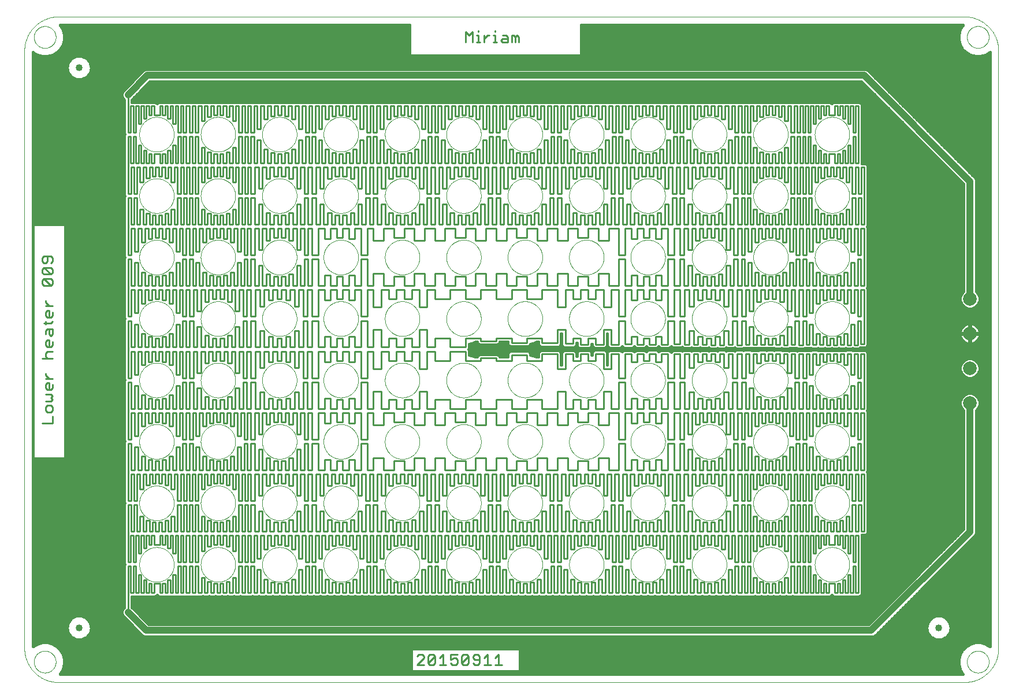
<source format=gtl>
G75*
%MOIN*%
%OFA0B0*%
%FSLAX25Y25*%
%IPPOS*%
%LPD*%
%AMOC8*
5,1,8,0,0,1.08239X$1,22.5*
%
%ADD10C,0.00000*%
%ADD11C,0.01100*%
%ADD12C,0.00079*%
%ADD13C,0.04000*%
%ADD14C,0.07874*%
%ADD15C,0.01600*%
%ADD16C,0.01000*%
%ADD17C,0.04000*%
D10*
X0059410Y0056598D02*
X0059412Y0056756D01*
X0059418Y0056914D01*
X0059428Y0057072D01*
X0059442Y0057230D01*
X0059460Y0057387D01*
X0059481Y0057544D01*
X0059507Y0057700D01*
X0059537Y0057856D01*
X0059570Y0058011D01*
X0059608Y0058164D01*
X0059649Y0058317D01*
X0059694Y0058469D01*
X0059743Y0058620D01*
X0059796Y0058769D01*
X0059852Y0058917D01*
X0059912Y0059063D01*
X0059976Y0059208D01*
X0060044Y0059351D01*
X0060115Y0059493D01*
X0060189Y0059633D01*
X0060267Y0059770D01*
X0060349Y0059906D01*
X0060433Y0060040D01*
X0060522Y0060171D01*
X0060613Y0060300D01*
X0060708Y0060427D01*
X0060805Y0060552D01*
X0060906Y0060674D01*
X0061010Y0060793D01*
X0061117Y0060910D01*
X0061227Y0061024D01*
X0061340Y0061135D01*
X0061455Y0061244D01*
X0061573Y0061349D01*
X0061694Y0061451D01*
X0061817Y0061551D01*
X0061943Y0061647D01*
X0062071Y0061740D01*
X0062201Y0061830D01*
X0062334Y0061916D01*
X0062469Y0062000D01*
X0062605Y0062079D01*
X0062744Y0062156D01*
X0062885Y0062228D01*
X0063027Y0062298D01*
X0063171Y0062363D01*
X0063317Y0062425D01*
X0063464Y0062483D01*
X0063613Y0062538D01*
X0063763Y0062589D01*
X0063914Y0062636D01*
X0064066Y0062679D01*
X0064219Y0062718D01*
X0064374Y0062754D01*
X0064529Y0062785D01*
X0064685Y0062813D01*
X0064841Y0062837D01*
X0064998Y0062857D01*
X0065156Y0062873D01*
X0065313Y0062885D01*
X0065472Y0062893D01*
X0065630Y0062897D01*
X0065788Y0062897D01*
X0065946Y0062893D01*
X0066105Y0062885D01*
X0066262Y0062873D01*
X0066420Y0062857D01*
X0066577Y0062837D01*
X0066733Y0062813D01*
X0066889Y0062785D01*
X0067044Y0062754D01*
X0067199Y0062718D01*
X0067352Y0062679D01*
X0067504Y0062636D01*
X0067655Y0062589D01*
X0067805Y0062538D01*
X0067954Y0062483D01*
X0068101Y0062425D01*
X0068247Y0062363D01*
X0068391Y0062298D01*
X0068533Y0062228D01*
X0068674Y0062156D01*
X0068813Y0062079D01*
X0068949Y0062000D01*
X0069084Y0061916D01*
X0069217Y0061830D01*
X0069347Y0061740D01*
X0069475Y0061647D01*
X0069601Y0061551D01*
X0069724Y0061451D01*
X0069845Y0061349D01*
X0069963Y0061244D01*
X0070078Y0061135D01*
X0070191Y0061024D01*
X0070301Y0060910D01*
X0070408Y0060793D01*
X0070512Y0060674D01*
X0070613Y0060552D01*
X0070710Y0060427D01*
X0070805Y0060300D01*
X0070896Y0060171D01*
X0070985Y0060040D01*
X0071069Y0059906D01*
X0071151Y0059770D01*
X0071229Y0059633D01*
X0071303Y0059493D01*
X0071374Y0059351D01*
X0071442Y0059208D01*
X0071506Y0059063D01*
X0071566Y0058917D01*
X0071622Y0058769D01*
X0071675Y0058620D01*
X0071724Y0058469D01*
X0071769Y0058317D01*
X0071810Y0058164D01*
X0071848Y0058011D01*
X0071881Y0057856D01*
X0071911Y0057700D01*
X0071937Y0057544D01*
X0071958Y0057387D01*
X0071976Y0057230D01*
X0071990Y0057072D01*
X0072000Y0056914D01*
X0072006Y0056756D01*
X0072008Y0056598D01*
X0072006Y0056440D01*
X0072000Y0056282D01*
X0071990Y0056124D01*
X0071976Y0055966D01*
X0071958Y0055809D01*
X0071937Y0055652D01*
X0071911Y0055496D01*
X0071881Y0055340D01*
X0071848Y0055185D01*
X0071810Y0055032D01*
X0071769Y0054879D01*
X0071724Y0054727D01*
X0071675Y0054576D01*
X0071622Y0054427D01*
X0071566Y0054279D01*
X0071506Y0054133D01*
X0071442Y0053988D01*
X0071374Y0053845D01*
X0071303Y0053703D01*
X0071229Y0053563D01*
X0071151Y0053426D01*
X0071069Y0053290D01*
X0070985Y0053156D01*
X0070896Y0053025D01*
X0070805Y0052896D01*
X0070710Y0052769D01*
X0070613Y0052644D01*
X0070512Y0052522D01*
X0070408Y0052403D01*
X0070301Y0052286D01*
X0070191Y0052172D01*
X0070078Y0052061D01*
X0069963Y0051952D01*
X0069845Y0051847D01*
X0069724Y0051745D01*
X0069601Y0051645D01*
X0069475Y0051549D01*
X0069347Y0051456D01*
X0069217Y0051366D01*
X0069084Y0051280D01*
X0068949Y0051196D01*
X0068813Y0051117D01*
X0068674Y0051040D01*
X0068533Y0050968D01*
X0068391Y0050898D01*
X0068247Y0050833D01*
X0068101Y0050771D01*
X0067954Y0050713D01*
X0067805Y0050658D01*
X0067655Y0050607D01*
X0067504Y0050560D01*
X0067352Y0050517D01*
X0067199Y0050478D01*
X0067044Y0050442D01*
X0066889Y0050411D01*
X0066733Y0050383D01*
X0066577Y0050359D01*
X0066420Y0050339D01*
X0066262Y0050323D01*
X0066105Y0050311D01*
X0065946Y0050303D01*
X0065788Y0050299D01*
X0065630Y0050299D01*
X0065472Y0050303D01*
X0065313Y0050311D01*
X0065156Y0050323D01*
X0064998Y0050339D01*
X0064841Y0050359D01*
X0064685Y0050383D01*
X0064529Y0050411D01*
X0064374Y0050442D01*
X0064219Y0050478D01*
X0064066Y0050517D01*
X0063914Y0050560D01*
X0063763Y0050607D01*
X0063613Y0050658D01*
X0063464Y0050713D01*
X0063317Y0050771D01*
X0063171Y0050833D01*
X0063027Y0050898D01*
X0062885Y0050968D01*
X0062744Y0051040D01*
X0062605Y0051117D01*
X0062469Y0051196D01*
X0062334Y0051280D01*
X0062201Y0051366D01*
X0062071Y0051456D01*
X0061943Y0051549D01*
X0061817Y0051645D01*
X0061694Y0051745D01*
X0061573Y0051847D01*
X0061455Y0051952D01*
X0061340Y0052061D01*
X0061227Y0052172D01*
X0061117Y0052286D01*
X0061010Y0052403D01*
X0060906Y0052522D01*
X0060805Y0052644D01*
X0060708Y0052769D01*
X0060613Y0052896D01*
X0060522Y0053025D01*
X0060433Y0053156D01*
X0060349Y0053290D01*
X0060267Y0053426D01*
X0060189Y0053563D01*
X0060115Y0053703D01*
X0060044Y0053845D01*
X0059976Y0053988D01*
X0059912Y0054133D01*
X0059852Y0054279D01*
X0059796Y0054427D01*
X0059743Y0054576D01*
X0059694Y0054727D01*
X0059649Y0054879D01*
X0059608Y0055032D01*
X0059570Y0055185D01*
X0059537Y0055340D01*
X0059507Y0055496D01*
X0059481Y0055652D01*
X0059460Y0055809D01*
X0059442Y0055966D01*
X0059428Y0056124D01*
X0059418Y0056282D01*
X0059412Y0056440D01*
X0059410Y0056598D01*
X0120197Y0112661D02*
X0120200Y0112906D01*
X0120209Y0113152D01*
X0120224Y0113397D01*
X0120245Y0113641D01*
X0120272Y0113885D01*
X0120305Y0114128D01*
X0120344Y0114371D01*
X0120389Y0114612D01*
X0120440Y0114852D01*
X0120497Y0115091D01*
X0120559Y0115328D01*
X0120628Y0115564D01*
X0120702Y0115798D01*
X0120782Y0116030D01*
X0120867Y0116260D01*
X0120958Y0116488D01*
X0121055Y0116713D01*
X0121157Y0116937D01*
X0121265Y0117157D01*
X0121378Y0117375D01*
X0121496Y0117590D01*
X0121620Y0117802D01*
X0121748Y0118011D01*
X0121882Y0118217D01*
X0122021Y0118419D01*
X0122165Y0118618D01*
X0122314Y0118813D01*
X0122467Y0119005D01*
X0122625Y0119193D01*
X0122787Y0119377D01*
X0122955Y0119556D01*
X0123126Y0119732D01*
X0123302Y0119903D01*
X0123481Y0120071D01*
X0123665Y0120233D01*
X0123853Y0120391D01*
X0124045Y0120544D01*
X0124240Y0120693D01*
X0124439Y0120837D01*
X0124641Y0120976D01*
X0124847Y0121110D01*
X0125056Y0121238D01*
X0125268Y0121362D01*
X0125483Y0121480D01*
X0125701Y0121593D01*
X0125921Y0121701D01*
X0126145Y0121803D01*
X0126370Y0121900D01*
X0126598Y0121991D01*
X0126828Y0122076D01*
X0127060Y0122156D01*
X0127294Y0122230D01*
X0127530Y0122299D01*
X0127767Y0122361D01*
X0128006Y0122418D01*
X0128246Y0122469D01*
X0128487Y0122514D01*
X0128730Y0122553D01*
X0128973Y0122586D01*
X0129217Y0122613D01*
X0129461Y0122634D01*
X0129706Y0122649D01*
X0129952Y0122658D01*
X0130197Y0122661D01*
X0130442Y0122658D01*
X0130688Y0122649D01*
X0130933Y0122634D01*
X0131177Y0122613D01*
X0131421Y0122586D01*
X0131664Y0122553D01*
X0131907Y0122514D01*
X0132148Y0122469D01*
X0132388Y0122418D01*
X0132627Y0122361D01*
X0132864Y0122299D01*
X0133100Y0122230D01*
X0133334Y0122156D01*
X0133566Y0122076D01*
X0133796Y0121991D01*
X0134024Y0121900D01*
X0134249Y0121803D01*
X0134473Y0121701D01*
X0134693Y0121593D01*
X0134911Y0121480D01*
X0135126Y0121362D01*
X0135338Y0121238D01*
X0135547Y0121110D01*
X0135753Y0120976D01*
X0135955Y0120837D01*
X0136154Y0120693D01*
X0136349Y0120544D01*
X0136541Y0120391D01*
X0136729Y0120233D01*
X0136913Y0120071D01*
X0137092Y0119903D01*
X0137268Y0119732D01*
X0137439Y0119556D01*
X0137607Y0119377D01*
X0137769Y0119193D01*
X0137927Y0119005D01*
X0138080Y0118813D01*
X0138229Y0118618D01*
X0138373Y0118419D01*
X0138512Y0118217D01*
X0138646Y0118011D01*
X0138774Y0117802D01*
X0138898Y0117590D01*
X0139016Y0117375D01*
X0139129Y0117157D01*
X0139237Y0116937D01*
X0139339Y0116713D01*
X0139436Y0116488D01*
X0139527Y0116260D01*
X0139612Y0116030D01*
X0139692Y0115798D01*
X0139766Y0115564D01*
X0139835Y0115328D01*
X0139897Y0115091D01*
X0139954Y0114852D01*
X0140005Y0114612D01*
X0140050Y0114371D01*
X0140089Y0114128D01*
X0140122Y0113885D01*
X0140149Y0113641D01*
X0140170Y0113397D01*
X0140185Y0113152D01*
X0140194Y0112906D01*
X0140197Y0112661D01*
X0140194Y0112416D01*
X0140185Y0112170D01*
X0140170Y0111925D01*
X0140149Y0111681D01*
X0140122Y0111437D01*
X0140089Y0111194D01*
X0140050Y0110951D01*
X0140005Y0110710D01*
X0139954Y0110470D01*
X0139897Y0110231D01*
X0139835Y0109994D01*
X0139766Y0109758D01*
X0139692Y0109524D01*
X0139612Y0109292D01*
X0139527Y0109062D01*
X0139436Y0108834D01*
X0139339Y0108609D01*
X0139237Y0108385D01*
X0139129Y0108165D01*
X0139016Y0107947D01*
X0138898Y0107732D01*
X0138774Y0107520D01*
X0138646Y0107311D01*
X0138512Y0107105D01*
X0138373Y0106903D01*
X0138229Y0106704D01*
X0138080Y0106509D01*
X0137927Y0106317D01*
X0137769Y0106129D01*
X0137607Y0105945D01*
X0137439Y0105766D01*
X0137268Y0105590D01*
X0137092Y0105419D01*
X0136913Y0105251D01*
X0136729Y0105089D01*
X0136541Y0104931D01*
X0136349Y0104778D01*
X0136154Y0104629D01*
X0135955Y0104485D01*
X0135753Y0104346D01*
X0135547Y0104212D01*
X0135338Y0104084D01*
X0135126Y0103960D01*
X0134911Y0103842D01*
X0134693Y0103729D01*
X0134473Y0103621D01*
X0134249Y0103519D01*
X0134024Y0103422D01*
X0133796Y0103331D01*
X0133566Y0103246D01*
X0133334Y0103166D01*
X0133100Y0103092D01*
X0132864Y0103023D01*
X0132627Y0102961D01*
X0132388Y0102904D01*
X0132148Y0102853D01*
X0131907Y0102808D01*
X0131664Y0102769D01*
X0131421Y0102736D01*
X0131177Y0102709D01*
X0130933Y0102688D01*
X0130688Y0102673D01*
X0130442Y0102664D01*
X0130197Y0102661D01*
X0129952Y0102664D01*
X0129706Y0102673D01*
X0129461Y0102688D01*
X0129217Y0102709D01*
X0128973Y0102736D01*
X0128730Y0102769D01*
X0128487Y0102808D01*
X0128246Y0102853D01*
X0128006Y0102904D01*
X0127767Y0102961D01*
X0127530Y0103023D01*
X0127294Y0103092D01*
X0127060Y0103166D01*
X0126828Y0103246D01*
X0126598Y0103331D01*
X0126370Y0103422D01*
X0126145Y0103519D01*
X0125921Y0103621D01*
X0125701Y0103729D01*
X0125483Y0103842D01*
X0125268Y0103960D01*
X0125056Y0104084D01*
X0124847Y0104212D01*
X0124641Y0104346D01*
X0124439Y0104485D01*
X0124240Y0104629D01*
X0124045Y0104778D01*
X0123853Y0104931D01*
X0123665Y0105089D01*
X0123481Y0105251D01*
X0123302Y0105419D01*
X0123126Y0105590D01*
X0122955Y0105766D01*
X0122787Y0105945D01*
X0122625Y0106129D01*
X0122467Y0106317D01*
X0122314Y0106509D01*
X0122165Y0106704D01*
X0122021Y0106903D01*
X0121882Y0107105D01*
X0121748Y0107311D01*
X0121620Y0107520D01*
X0121496Y0107732D01*
X0121378Y0107947D01*
X0121265Y0108165D01*
X0121157Y0108385D01*
X0121055Y0108609D01*
X0120958Y0108834D01*
X0120867Y0109062D01*
X0120782Y0109292D01*
X0120702Y0109524D01*
X0120628Y0109758D01*
X0120559Y0109994D01*
X0120497Y0110231D01*
X0120440Y0110470D01*
X0120389Y0110710D01*
X0120344Y0110951D01*
X0120305Y0111194D01*
X0120272Y0111437D01*
X0120245Y0111681D01*
X0120224Y0111925D01*
X0120209Y0112170D01*
X0120200Y0112416D01*
X0120197Y0112661D01*
X0155630Y0112661D02*
X0155633Y0112906D01*
X0155642Y0113152D01*
X0155657Y0113397D01*
X0155678Y0113641D01*
X0155705Y0113885D01*
X0155738Y0114128D01*
X0155777Y0114371D01*
X0155822Y0114612D01*
X0155873Y0114852D01*
X0155930Y0115091D01*
X0155992Y0115328D01*
X0156061Y0115564D01*
X0156135Y0115798D01*
X0156215Y0116030D01*
X0156300Y0116260D01*
X0156391Y0116488D01*
X0156488Y0116713D01*
X0156590Y0116937D01*
X0156698Y0117157D01*
X0156811Y0117375D01*
X0156929Y0117590D01*
X0157053Y0117802D01*
X0157181Y0118011D01*
X0157315Y0118217D01*
X0157454Y0118419D01*
X0157598Y0118618D01*
X0157747Y0118813D01*
X0157900Y0119005D01*
X0158058Y0119193D01*
X0158220Y0119377D01*
X0158388Y0119556D01*
X0158559Y0119732D01*
X0158735Y0119903D01*
X0158914Y0120071D01*
X0159098Y0120233D01*
X0159286Y0120391D01*
X0159478Y0120544D01*
X0159673Y0120693D01*
X0159872Y0120837D01*
X0160074Y0120976D01*
X0160280Y0121110D01*
X0160489Y0121238D01*
X0160701Y0121362D01*
X0160916Y0121480D01*
X0161134Y0121593D01*
X0161354Y0121701D01*
X0161578Y0121803D01*
X0161803Y0121900D01*
X0162031Y0121991D01*
X0162261Y0122076D01*
X0162493Y0122156D01*
X0162727Y0122230D01*
X0162963Y0122299D01*
X0163200Y0122361D01*
X0163439Y0122418D01*
X0163679Y0122469D01*
X0163920Y0122514D01*
X0164163Y0122553D01*
X0164406Y0122586D01*
X0164650Y0122613D01*
X0164894Y0122634D01*
X0165139Y0122649D01*
X0165385Y0122658D01*
X0165630Y0122661D01*
X0165875Y0122658D01*
X0166121Y0122649D01*
X0166366Y0122634D01*
X0166610Y0122613D01*
X0166854Y0122586D01*
X0167097Y0122553D01*
X0167340Y0122514D01*
X0167581Y0122469D01*
X0167821Y0122418D01*
X0168060Y0122361D01*
X0168297Y0122299D01*
X0168533Y0122230D01*
X0168767Y0122156D01*
X0168999Y0122076D01*
X0169229Y0121991D01*
X0169457Y0121900D01*
X0169682Y0121803D01*
X0169906Y0121701D01*
X0170126Y0121593D01*
X0170344Y0121480D01*
X0170559Y0121362D01*
X0170771Y0121238D01*
X0170980Y0121110D01*
X0171186Y0120976D01*
X0171388Y0120837D01*
X0171587Y0120693D01*
X0171782Y0120544D01*
X0171974Y0120391D01*
X0172162Y0120233D01*
X0172346Y0120071D01*
X0172525Y0119903D01*
X0172701Y0119732D01*
X0172872Y0119556D01*
X0173040Y0119377D01*
X0173202Y0119193D01*
X0173360Y0119005D01*
X0173513Y0118813D01*
X0173662Y0118618D01*
X0173806Y0118419D01*
X0173945Y0118217D01*
X0174079Y0118011D01*
X0174207Y0117802D01*
X0174331Y0117590D01*
X0174449Y0117375D01*
X0174562Y0117157D01*
X0174670Y0116937D01*
X0174772Y0116713D01*
X0174869Y0116488D01*
X0174960Y0116260D01*
X0175045Y0116030D01*
X0175125Y0115798D01*
X0175199Y0115564D01*
X0175268Y0115328D01*
X0175330Y0115091D01*
X0175387Y0114852D01*
X0175438Y0114612D01*
X0175483Y0114371D01*
X0175522Y0114128D01*
X0175555Y0113885D01*
X0175582Y0113641D01*
X0175603Y0113397D01*
X0175618Y0113152D01*
X0175627Y0112906D01*
X0175630Y0112661D01*
X0175627Y0112416D01*
X0175618Y0112170D01*
X0175603Y0111925D01*
X0175582Y0111681D01*
X0175555Y0111437D01*
X0175522Y0111194D01*
X0175483Y0110951D01*
X0175438Y0110710D01*
X0175387Y0110470D01*
X0175330Y0110231D01*
X0175268Y0109994D01*
X0175199Y0109758D01*
X0175125Y0109524D01*
X0175045Y0109292D01*
X0174960Y0109062D01*
X0174869Y0108834D01*
X0174772Y0108609D01*
X0174670Y0108385D01*
X0174562Y0108165D01*
X0174449Y0107947D01*
X0174331Y0107732D01*
X0174207Y0107520D01*
X0174079Y0107311D01*
X0173945Y0107105D01*
X0173806Y0106903D01*
X0173662Y0106704D01*
X0173513Y0106509D01*
X0173360Y0106317D01*
X0173202Y0106129D01*
X0173040Y0105945D01*
X0172872Y0105766D01*
X0172701Y0105590D01*
X0172525Y0105419D01*
X0172346Y0105251D01*
X0172162Y0105089D01*
X0171974Y0104931D01*
X0171782Y0104778D01*
X0171587Y0104629D01*
X0171388Y0104485D01*
X0171186Y0104346D01*
X0170980Y0104212D01*
X0170771Y0104084D01*
X0170559Y0103960D01*
X0170344Y0103842D01*
X0170126Y0103729D01*
X0169906Y0103621D01*
X0169682Y0103519D01*
X0169457Y0103422D01*
X0169229Y0103331D01*
X0168999Y0103246D01*
X0168767Y0103166D01*
X0168533Y0103092D01*
X0168297Y0103023D01*
X0168060Y0102961D01*
X0167821Y0102904D01*
X0167581Y0102853D01*
X0167340Y0102808D01*
X0167097Y0102769D01*
X0166854Y0102736D01*
X0166610Y0102709D01*
X0166366Y0102688D01*
X0166121Y0102673D01*
X0165875Y0102664D01*
X0165630Y0102661D01*
X0165385Y0102664D01*
X0165139Y0102673D01*
X0164894Y0102688D01*
X0164650Y0102709D01*
X0164406Y0102736D01*
X0164163Y0102769D01*
X0163920Y0102808D01*
X0163679Y0102853D01*
X0163439Y0102904D01*
X0163200Y0102961D01*
X0162963Y0103023D01*
X0162727Y0103092D01*
X0162493Y0103166D01*
X0162261Y0103246D01*
X0162031Y0103331D01*
X0161803Y0103422D01*
X0161578Y0103519D01*
X0161354Y0103621D01*
X0161134Y0103729D01*
X0160916Y0103842D01*
X0160701Y0103960D01*
X0160489Y0104084D01*
X0160280Y0104212D01*
X0160074Y0104346D01*
X0159872Y0104485D01*
X0159673Y0104629D01*
X0159478Y0104778D01*
X0159286Y0104931D01*
X0159098Y0105089D01*
X0158914Y0105251D01*
X0158735Y0105419D01*
X0158559Y0105590D01*
X0158388Y0105766D01*
X0158220Y0105945D01*
X0158058Y0106129D01*
X0157900Y0106317D01*
X0157747Y0106509D01*
X0157598Y0106704D01*
X0157454Y0106903D01*
X0157315Y0107105D01*
X0157181Y0107311D01*
X0157053Y0107520D01*
X0156929Y0107732D01*
X0156811Y0107947D01*
X0156698Y0108165D01*
X0156590Y0108385D01*
X0156488Y0108609D01*
X0156391Y0108834D01*
X0156300Y0109062D01*
X0156215Y0109292D01*
X0156135Y0109524D01*
X0156061Y0109758D01*
X0155992Y0109994D01*
X0155930Y0110231D01*
X0155873Y0110470D01*
X0155822Y0110710D01*
X0155777Y0110951D01*
X0155738Y0111194D01*
X0155705Y0111437D01*
X0155678Y0111681D01*
X0155657Y0111925D01*
X0155642Y0112170D01*
X0155633Y0112416D01*
X0155630Y0112661D01*
X0155630Y0148094D02*
X0155633Y0148339D01*
X0155642Y0148585D01*
X0155657Y0148830D01*
X0155678Y0149074D01*
X0155705Y0149318D01*
X0155738Y0149561D01*
X0155777Y0149804D01*
X0155822Y0150045D01*
X0155873Y0150285D01*
X0155930Y0150524D01*
X0155992Y0150761D01*
X0156061Y0150997D01*
X0156135Y0151231D01*
X0156215Y0151463D01*
X0156300Y0151693D01*
X0156391Y0151921D01*
X0156488Y0152146D01*
X0156590Y0152370D01*
X0156698Y0152590D01*
X0156811Y0152808D01*
X0156929Y0153023D01*
X0157053Y0153235D01*
X0157181Y0153444D01*
X0157315Y0153650D01*
X0157454Y0153852D01*
X0157598Y0154051D01*
X0157747Y0154246D01*
X0157900Y0154438D01*
X0158058Y0154626D01*
X0158220Y0154810D01*
X0158388Y0154989D01*
X0158559Y0155165D01*
X0158735Y0155336D01*
X0158914Y0155504D01*
X0159098Y0155666D01*
X0159286Y0155824D01*
X0159478Y0155977D01*
X0159673Y0156126D01*
X0159872Y0156270D01*
X0160074Y0156409D01*
X0160280Y0156543D01*
X0160489Y0156671D01*
X0160701Y0156795D01*
X0160916Y0156913D01*
X0161134Y0157026D01*
X0161354Y0157134D01*
X0161578Y0157236D01*
X0161803Y0157333D01*
X0162031Y0157424D01*
X0162261Y0157509D01*
X0162493Y0157589D01*
X0162727Y0157663D01*
X0162963Y0157732D01*
X0163200Y0157794D01*
X0163439Y0157851D01*
X0163679Y0157902D01*
X0163920Y0157947D01*
X0164163Y0157986D01*
X0164406Y0158019D01*
X0164650Y0158046D01*
X0164894Y0158067D01*
X0165139Y0158082D01*
X0165385Y0158091D01*
X0165630Y0158094D01*
X0165875Y0158091D01*
X0166121Y0158082D01*
X0166366Y0158067D01*
X0166610Y0158046D01*
X0166854Y0158019D01*
X0167097Y0157986D01*
X0167340Y0157947D01*
X0167581Y0157902D01*
X0167821Y0157851D01*
X0168060Y0157794D01*
X0168297Y0157732D01*
X0168533Y0157663D01*
X0168767Y0157589D01*
X0168999Y0157509D01*
X0169229Y0157424D01*
X0169457Y0157333D01*
X0169682Y0157236D01*
X0169906Y0157134D01*
X0170126Y0157026D01*
X0170344Y0156913D01*
X0170559Y0156795D01*
X0170771Y0156671D01*
X0170980Y0156543D01*
X0171186Y0156409D01*
X0171388Y0156270D01*
X0171587Y0156126D01*
X0171782Y0155977D01*
X0171974Y0155824D01*
X0172162Y0155666D01*
X0172346Y0155504D01*
X0172525Y0155336D01*
X0172701Y0155165D01*
X0172872Y0154989D01*
X0173040Y0154810D01*
X0173202Y0154626D01*
X0173360Y0154438D01*
X0173513Y0154246D01*
X0173662Y0154051D01*
X0173806Y0153852D01*
X0173945Y0153650D01*
X0174079Y0153444D01*
X0174207Y0153235D01*
X0174331Y0153023D01*
X0174449Y0152808D01*
X0174562Y0152590D01*
X0174670Y0152370D01*
X0174772Y0152146D01*
X0174869Y0151921D01*
X0174960Y0151693D01*
X0175045Y0151463D01*
X0175125Y0151231D01*
X0175199Y0150997D01*
X0175268Y0150761D01*
X0175330Y0150524D01*
X0175387Y0150285D01*
X0175438Y0150045D01*
X0175483Y0149804D01*
X0175522Y0149561D01*
X0175555Y0149318D01*
X0175582Y0149074D01*
X0175603Y0148830D01*
X0175618Y0148585D01*
X0175627Y0148339D01*
X0175630Y0148094D01*
X0175627Y0147849D01*
X0175618Y0147603D01*
X0175603Y0147358D01*
X0175582Y0147114D01*
X0175555Y0146870D01*
X0175522Y0146627D01*
X0175483Y0146384D01*
X0175438Y0146143D01*
X0175387Y0145903D01*
X0175330Y0145664D01*
X0175268Y0145427D01*
X0175199Y0145191D01*
X0175125Y0144957D01*
X0175045Y0144725D01*
X0174960Y0144495D01*
X0174869Y0144267D01*
X0174772Y0144042D01*
X0174670Y0143818D01*
X0174562Y0143598D01*
X0174449Y0143380D01*
X0174331Y0143165D01*
X0174207Y0142953D01*
X0174079Y0142744D01*
X0173945Y0142538D01*
X0173806Y0142336D01*
X0173662Y0142137D01*
X0173513Y0141942D01*
X0173360Y0141750D01*
X0173202Y0141562D01*
X0173040Y0141378D01*
X0172872Y0141199D01*
X0172701Y0141023D01*
X0172525Y0140852D01*
X0172346Y0140684D01*
X0172162Y0140522D01*
X0171974Y0140364D01*
X0171782Y0140211D01*
X0171587Y0140062D01*
X0171388Y0139918D01*
X0171186Y0139779D01*
X0170980Y0139645D01*
X0170771Y0139517D01*
X0170559Y0139393D01*
X0170344Y0139275D01*
X0170126Y0139162D01*
X0169906Y0139054D01*
X0169682Y0138952D01*
X0169457Y0138855D01*
X0169229Y0138764D01*
X0168999Y0138679D01*
X0168767Y0138599D01*
X0168533Y0138525D01*
X0168297Y0138456D01*
X0168060Y0138394D01*
X0167821Y0138337D01*
X0167581Y0138286D01*
X0167340Y0138241D01*
X0167097Y0138202D01*
X0166854Y0138169D01*
X0166610Y0138142D01*
X0166366Y0138121D01*
X0166121Y0138106D01*
X0165875Y0138097D01*
X0165630Y0138094D01*
X0165385Y0138097D01*
X0165139Y0138106D01*
X0164894Y0138121D01*
X0164650Y0138142D01*
X0164406Y0138169D01*
X0164163Y0138202D01*
X0163920Y0138241D01*
X0163679Y0138286D01*
X0163439Y0138337D01*
X0163200Y0138394D01*
X0162963Y0138456D01*
X0162727Y0138525D01*
X0162493Y0138599D01*
X0162261Y0138679D01*
X0162031Y0138764D01*
X0161803Y0138855D01*
X0161578Y0138952D01*
X0161354Y0139054D01*
X0161134Y0139162D01*
X0160916Y0139275D01*
X0160701Y0139393D01*
X0160489Y0139517D01*
X0160280Y0139645D01*
X0160074Y0139779D01*
X0159872Y0139918D01*
X0159673Y0140062D01*
X0159478Y0140211D01*
X0159286Y0140364D01*
X0159098Y0140522D01*
X0158914Y0140684D01*
X0158735Y0140852D01*
X0158559Y0141023D01*
X0158388Y0141199D01*
X0158220Y0141378D01*
X0158058Y0141562D01*
X0157900Y0141750D01*
X0157747Y0141942D01*
X0157598Y0142137D01*
X0157454Y0142336D01*
X0157315Y0142538D01*
X0157181Y0142744D01*
X0157053Y0142953D01*
X0156929Y0143165D01*
X0156811Y0143380D01*
X0156698Y0143598D01*
X0156590Y0143818D01*
X0156488Y0144042D01*
X0156391Y0144267D01*
X0156300Y0144495D01*
X0156215Y0144725D01*
X0156135Y0144957D01*
X0156061Y0145191D01*
X0155992Y0145427D01*
X0155930Y0145664D01*
X0155873Y0145903D01*
X0155822Y0146143D01*
X0155777Y0146384D01*
X0155738Y0146627D01*
X0155705Y0146870D01*
X0155678Y0147114D01*
X0155657Y0147358D01*
X0155642Y0147603D01*
X0155633Y0147849D01*
X0155630Y0148094D01*
X0120197Y0148094D02*
X0120200Y0148339D01*
X0120209Y0148585D01*
X0120224Y0148830D01*
X0120245Y0149074D01*
X0120272Y0149318D01*
X0120305Y0149561D01*
X0120344Y0149804D01*
X0120389Y0150045D01*
X0120440Y0150285D01*
X0120497Y0150524D01*
X0120559Y0150761D01*
X0120628Y0150997D01*
X0120702Y0151231D01*
X0120782Y0151463D01*
X0120867Y0151693D01*
X0120958Y0151921D01*
X0121055Y0152146D01*
X0121157Y0152370D01*
X0121265Y0152590D01*
X0121378Y0152808D01*
X0121496Y0153023D01*
X0121620Y0153235D01*
X0121748Y0153444D01*
X0121882Y0153650D01*
X0122021Y0153852D01*
X0122165Y0154051D01*
X0122314Y0154246D01*
X0122467Y0154438D01*
X0122625Y0154626D01*
X0122787Y0154810D01*
X0122955Y0154989D01*
X0123126Y0155165D01*
X0123302Y0155336D01*
X0123481Y0155504D01*
X0123665Y0155666D01*
X0123853Y0155824D01*
X0124045Y0155977D01*
X0124240Y0156126D01*
X0124439Y0156270D01*
X0124641Y0156409D01*
X0124847Y0156543D01*
X0125056Y0156671D01*
X0125268Y0156795D01*
X0125483Y0156913D01*
X0125701Y0157026D01*
X0125921Y0157134D01*
X0126145Y0157236D01*
X0126370Y0157333D01*
X0126598Y0157424D01*
X0126828Y0157509D01*
X0127060Y0157589D01*
X0127294Y0157663D01*
X0127530Y0157732D01*
X0127767Y0157794D01*
X0128006Y0157851D01*
X0128246Y0157902D01*
X0128487Y0157947D01*
X0128730Y0157986D01*
X0128973Y0158019D01*
X0129217Y0158046D01*
X0129461Y0158067D01*
X0129706Y0158082D01*
X0129952Y0158091D01*
X0130197Y0158094D01*
X0130442Y0158091D01*
X0130688Y0158082D01*
X0130933Y0158067D01*
X0131177Y0158046D01*
X0131421Y0158019D01*
X0131664Y0157986D01*
X0131907Y0157947D01*
X0132148Y0157902D01*
X0132388Y0157851D01*
X0132627Y0157794D01*
X0132864Y0157732D01*
X0133100Y0157663D01*
X0133334Y0157589D01*
X0133566Y0157509D01*
X0133796Y0157424D01*
X0134024Y0157333D01*
X0134249Y0157236D01*
X0134473Y0157134D01*
X0134693Y0157026D01*
X0134911Y0156913D01*
X0135126Y0156795D01*
X0135338Y0156671D01*
X0135547Y0156543D01*
X0135753Y0156409D01*
X0135955Y0156270D01*
X0136154Y0156126D01*
X0136349Y0155977D01*
X0136541Y0155824D01*
X0136729Y0155666D01*
X0136913Y0155504D01*
X0137092Y0155336D01*
X0137268Y0155165D01*
X0137439Y0154989D01*
X0137607Y0154810D01*
X0137769Y0154626D01*
X0137927Y0154438D01*
X0138080Y0154246D01*
X0138229Y0154051D01*
X0138373Y0153852D01*
X0138512Y0153650D01*
X0138646Y0153444D01*
X0138774Y0153235D01*
X0138898Y0153023D01*
X0139016Y0152808D01*
X0139129Y0152590D01*
X0139237Y0152370D01*
X0139339Y0152146D01*
X0139436Y0151921D01*
X0139527Y0151693D01*
X0139612Y0151463D01*
X0139692Y0151231D01*
X0139766Y0150997D01*
X0139835Y0150761D01*
X0139897Y0150524D01*
X0139954Y0150285D01*
X0140005Y0150045D01*
X0140050Y0149804D01*
X0140089Y0149561D01*
X0140122Y0149318D01*
X0140149Y0149074D01*
X0140170Y0148830D01*
X0140185Y0148585D01*
X0140194Y0148339D01*
X0140197Y0148094D01*
X0140194Y0147849D01*
X0140185Y0147603D01*
X0140170Y0147358D01*
X0140149Y0147114D01*
X0140122Y0146870D01*
X0140089Y0146627D01*
X0140050Y0146384D01*
X0140005Y0146143D01*
X0139954Y0145903D01*
X0139897Y0145664D01*
X0139835Y0145427D01*
X0139766Y0145191D01*
X0139692Y0144957D01*
X0139612Y0144725D01*
X0139527Y0144495D01*
X0139436Y0144267D01*
X0139339Y0144042D01*
X0139237Y0143818D01*
X0139129Y0143598D01*
X0139016Y0143380D01*
X0138898Y0143165D01*
X0138774Y0142953D01*
X0138646Y0142744D01*
X0138512Y0142538D01*
X0138373Y0142336D01*
X0138229Y0142137D01*
X0138080Y0141942D01*
X0137927Y0141750D01*
X0137769Y0141562D01*
X0137607Y0141378D01*
X0137439Y0141199D01*
X0137268Y0141023D01*
X0137092Y0140852D01*
X0136913Y0140684D01*
X0136729Y0140522D01*
X0136541Y0140364D01*
X0136349Y0140211D01*
X0136154Y0140062D01*
X0135955Y0139918D01*
X0135753Y0139779D01*
X0135547Y0139645D01*
X0135338Y0139517D01*
X0135126Y0139393D01*
X0134911Y0139275D01*
X0134693Y0139162D01*
X0134473Y0139054D01*
X0134249Y0138952D01*
X0134024Y0138855D01*
X0133796Y0138764D01*
X0133566Y0138679D01*
X0133334Y0138599D01*
X0133100Y0138525D01*
X0132864Y0138456D01*
X0132627Y0138394D01*
X0132388Y0138337D01*
X0132148Y0138286D01*
X0131907Y0138241D01*
X0131664Y0138202D01*
X0131421Y0138169D01*
X0131177Y0138142D01*
X0130933Y0138121D01*
X0130688Y0138106D01*
X0130442Y0138097D01*
X0130197Y0138094D01*
X0129952Y0138097D01*
X0129706Y0138106D01*
X0129461Y0138121D01*
X0129217Y0138142D01*
X0128973Y0138169D01*
X0128730Y0138202D01*
X0128487Y0138241D01*
X0128246Y0138286D01*
X0128006Y0138337D01*
X0127767Y0138394D01*
X0127530Y0138456D01*
X0127294Y0138525D01*
X0127060Y0138599D01*
X0126828Y0138679D01*
X0126598Y0138764D01*
X0126370Y0138855D01*
X0126145Y0138952D01*
X0125921Y0139054D01*
X0125701Y0139162D01*
X0125483Y0139275D01*
X0125268Y0139393D01*
X0125056Y0139517D01*
X0124847Y0139645D01*
X0124641Y0139779D01*
X0124439Y0139918D01*
X0124240Y0140062D01*
X0124045Y0140211D01*
X0123853Y0140364D01*
X0123665Y0140522D01*
X0123481Y0140684D01*
X0123302Y0140852D01*
X0123126Y0141023D01*
X0122955Y0141199D01*
X0122787Y0141378D01*
X0122625Y0141562D01*
X0122467Y0141750D01*
X0122314Y0141942D01*
X0122165Y0142137D01*
X0122021Y0142336D01*
X0121882Y0142538D01*
X0121748Y0142744D01*
X0121620Y0142953D01*
X0121496Y0143165D01*
X0121378Y0143380D01*
X0121265Y0143598D01*
X0121157Y0143818D01*
X0121055Y0144042D01*
X0120958Y0144267D01*
X0120867Y0144495D01*
X0120782Y0144725D01*
X0120702Y0144957D01*
X0120628Y0145191D01*
X0120559Y0145427D01*
X0120497Y0145664D01*
X0120440Y0145903D01*
X0120389Y0146143D01*
X0120344Y0146384D01*
X0120305Y0146627D01*
X0120272Y0146870D01*
X0120245Y0147114D01*
X0120224Y0147358D01*
X0120209Y0147603D01*
X0120200Y0147849D01*
X0120197Y0148094D01*
X0120197Y0183528D02*
X0120200Y0183773D01*
X0120209Y0184019D01*
X0120224Y0184264D01*
X0120245Y0184508D01*
X0120272Y0184752D01*
X0120305Y0184995D01*
X0120344Y0185238D01*
X0120389Y0185479D01*
X0120440Y0185719D01*
X0120497Y0185958D01*
X0120559Y0186195D01*
X0120628Y0186431D01*
X0120702Y0186665D01*
X0120782Y0186897D01*
X0120867Y0187127D01*
X0120958Y0187355D01*
X0121055Y0187580D01*
X0121157Y0187804D01*
X0121265Y0188024D01*
X0121378Y0188242D01*
X0121496Y0188457D01*
X0121620Y0188669D01*
X0121748Y0188878D01*
X0121882Y0189084D01*
X0122021Y0189286D01*
X0122165Y0189485D01*
X0122314Y0189680D01*
X0122467Y0189872D01*
X0122625Y0190060D01*
X0122787Y0190244D01*
X0122955Y0190423D01*
X0123126Y0190599D01*
X0123302Y0190770D01*
X0123481Y0190938D01*
X0123665Y0191100D01*
X0123853Y0191258D01*
X0124045Y0191411D01*
X0124240Y0191560D01*
X0124439Y0191704D01*
X0124641Y0191843D01*
X0124847Y0191977D01*
X0125056Y0192105D01*
X0125268Y0192229D01*
X0125483Y0192347D01*
X0125701Y0192460D01*
X0125921Y0192568D01*
X0126145Y0192670D01*
X0126370Y0192767D01*
X0126598Y0192858D01*
X0126828Y0192943D01*
X0127060Y0193023D01*
X0127294Y0193097D01*
X0127530Y0193166D01*
X0127767Y0193228D01*
X0128006Y0193285D01*
X0128246Y0193336D01*
X0128487Y0193381D01*
X0128730Y0193420D01*
X0128973Y0193453D01*
X0129217Y0193480D01*
X0129461Y0193501D01*
X0129706Y0193516D01*
X0129952Y0193525D01*
X0130197Y0193528D01*
X0130442Y0193525D01*
X0130688Y0193516D01*
X0130933Y0193501D01*
X0131177Y0193480D01*
X0131421Y0193453D01*
X0131664Y0193420D01*
X0131907Y0193381D01*
X0132148Y0193336D01*
X0132388Y0193285D01*
X0132627Y0193228D01*
X0132864Y0193166D01*
X0133100Y0193097D01*
X0133334Y0193023D01*
X0133566Y0192943D01*
X0133796Y0192858D01*
X0134024Y0192767D01*
X0134249Y0192670D01*
X0134473Y0192568D01*
X0134693Y0192460D01*
X0134911Y0192347D01*
X0135126Y0192229D01*
X0135338Y0192105D01*
X0135547Y0191977D01*
X0135753Y0191843D01*
X0135955Y0191704D01*
X0136154Y0191560D01*
X0136349Y0191411D01*
X0136541Y0191258D01*
X0136729Y0191100D01*
X0136913Y0190938D01*
X0137092Y0190770D01*
X0137268Y0190599D01*
X0137439Y0190423D01*
X0137607Y0190244D01*
X0137769Y0190060D01*
X0137927Y0189872D01*
X0138080Y0189680D01*
X0138229Y0189485D01*
X0138373Y0189286D01*
X0138512Y0189084D01*
X0138646Y0188878D01*
X0138774Y0188669D01*
X0138898Y0188457D01*
X0139016Y0188242D01*
X0139129Y0188024D01*
X0139237Y0187804D01*
X0139339Y0187580D01*
X0139436Y0187355D01*
X0139527Y0187127D01*
X0139612Y0186897D01*
X0139692Y0186665D01*
X0139766Y0186431D01*
X0139835Y0186195D01*
X0139897Y0185958D01*
X0139954Y0185719D01*
X0140005Y0185479D01*
X0140050Y0185238D01*
X0140089Y0184995D01*
X0140122Y0184752D01*
X0140149Y0184508D01*
X0140170Y0184264D01*
X0140185Y0184019D01*
X0140194Y0183773D01*
X0140197Y0183528D01*
X0140194Y0183283D01*
X0140185Y0183037D01*
X0140170Y0182792D01*
X0140149Y0182548D01*
X0140122Y0182304D01*
X0140089Y0182061D01*
X0140050Y0181818D01*
X0140005Y0181577D01*
X0139954Y0181337D01*
X0139897Y0181098D01*
X0139835Y0180861D01*
X0139766Y0180625D01*
X0139692Y0180391D01*
X0139612Y0180159D01*
X0139527Y0179929D01*
X0139436Y0179701D01*
X0139339Y0179476D01*
X0139237Y0179252D01*
X0139129Y0179032D01*
X0139016Y0178814D01*
X0138898Y0178599D01*
X0138774Y0178387D01*
X0138646Y0178178D01*
X0138512Y0177972D01*
X0138373Y0177770D01*
X0138229Y0177571D01*
X0138080Y0177376D01*
X0137927Y0177184D01*
X0137769Y0176996D01*
X0137607Y0176812D01*
X0137439Y0176633D01*
X0137268Y0176457D01*
X0137092Y0176286D01*
X0136913Y0176118D01*
X0136729Y0175956D01*
X0136541Y0175798D01*
X0136349Y0175645D01*
X0136154Y0175496D01*
X0135955Y0175352D01*
X0135753Y0175213D01*
X0135547Y0175079D01*
X0135338Y0174951D01*
X0135126Y0174827D01*
X0134911Y0174709D01*
X0134693Y0174596D01*
X0134473Y0174488D01*
X0134249Y0174386D01*
X0134024Y0174289D01*
X0133796Y0174198D01*
X0133566Y0174113D01*
X0133334Y0174033D01*
X0133100Y0173959D01*
X0132864Y0173890D01*
X0132627Y0173828D01*
X0132388Y0173771D01*
X0132148Y0173720D01*
X0131907Y0173675D01*
X0131664Y0173636D01*
X0131421Y0173603D01*
X0131177Y0173576D01*
X0130933Y0173555D01*
X0130688Y0173540D01*
X0130442Y0173531D01*
X0130197Y0173528D01*
X0129952Y0173531D01*
X0129706Y0173540D01*
X0129461Y0173555D01*
X0129217Y0173576D01*
X0128973Y0173603D01*
X0128730Y0173636D01*
X0128487Y0173675D01*
X0128246Y0173720D01*
X0128006Y0173771D01*
X0127767Y0173828D01*
X0127530Y0173890D01*
X0127294Y0173959D01*
X0127060Y0174033D01*
X0126828Y0174113D01*
X0126598Y0174198D01*
X0126370Y0174289D01*
X0126145Y0174386D01*
X0125921Y0174488D01*
X0125701Y0174596D01*
X0125483Y0174709D01*
X0125268Y0174827D01*
X0125056Y0174951D01*
X0124847Y0175079D01*
X0124641Y0175213D01*
X0124439Y0175352D01*
X0124240Y0175496D01*
X0124045Y0175645D01*
X0123853Y0175798D01*
X0123665Y0175956D01*
X0123481Y0176118D01*
X0123302Y0176286D01*
X0123126Y0176457D01*
X0122955Y0176633D01*
X0122787Y0176812D01*
X0122625Y0176996D01*
X0122467Y0177184D01*
X0122314Y0177376D01*
X0122165Y0177571D01*
X0122021Y0177770D01*
X0121882Y0177972D01*
X0121748Y0178178D01*
X0121620Y0178387D01*
X0121496Y0178599D01*
X0121378Y0178814D01*
X0121265Y0179032D01*
X0121157Y0179252D01*
X0121055Y0179476D01*
X0120958Y0179701D01*
X0120867Y0179929D01*
X0120782Y0180159D01*
X0120702Y0180391D01*
X0120628Y0180625D01*
X0120559Y0180861D01*
X0120497Y0181098D01*
X0120440Y0181337D01*
X0120389Y0181577D01*
X0120344Y0181818D01*
X0120305Y0182061D01*
X0120272Y0182304D01*
X0120245Y0182548D01*
X0120224Y0182792D01*
X0120209Y0183037D01*
X0120200Y0183283D01*
X0120197Y0183528D01*
X0155630Y0183528D02*
X0155633Y0183773D01*
X0155642Y0184019D01*
X0155657Y0184264D01*
X0155678Y0184508D01*
X0155705Y0184752D01*
X0155738Y0184995D01*
X0155777Y0185238D01*
X0155822Y0185479D01*
X0155873Y0185719D01*
X0155930Y0185958D01*
X0155992Y0186195D01*
X0156061Y0186431D01*
X0156135Y0186665D01*
X0156215Y0186897D01*
X0156300Y0187127D01*
X0156391Y0187355D01*
X0156488Y0187580D01*
X0156590Y0187804D01*
X0156698Y0188024D01*
X0156811Y0188242D01*
X0156929Y0188457D01*
X0157053Y0188669D01*
X0157181Y0188878D01*
X0157315Y0189084D01*
X0157454Y0189286D01*
X0157598Y0189485D01*
X0157747Y0189680D01*
X0157900Y0189872D01*
X0158058Y0190060D01*
X0158220Y0190244D01*
X0158388Y0190423D01*
X0158559Y0190599D01*
X0158735Y0190770D01*
X0158914Y0190938D01*
X0159098Y0191100D01*
X0159286Y0191258D01*
X0159478Y0191411D01*
X0159673Y0191560D01*
X0159872Y0191704D01*
X0160074Y0191843D01*
X0160280Y0191977D01*
X0160489Y0192105D01*
X0160701Y0192229D01*
X0160916Y0192347D01*
X0161134Y0192460D01*
X0161354Y0192568D01*
X0161578Y0192670D01*
X0161803Y0192767D01*
X0162031Y0192858D01*
X0162261Y0192943D01*
X0162493Y0193023D01*
X0162727Y0193097D01*
X0162963Y0193166D01*
X0163200Y0193228D01*
X0163439Y0193285D01*
X0163679Y0193336D01*
X0163920Y0193381D01*
X0164163Y0193420D01*
X0164406Y0193453D01*
X0164650Y0193480D01*
X0164894Y0193501D01*
X0165139Y0193516D01*
X0165385Y0193525D01*
X0165630Y0193528D01*
X0165875Y0193525D01*
X0166121Y0193516D01*
X0166366Y0193501D01*
X0166610Y0193480D01*
X0166854Y0193453D01*
X0167097Y0193420D01*
X0167340Y0193381D01*
X0167581Y0193336D01*
X0167821Y0193285D01*
X0168060Y0193228D01*
X0168297Y0193166D01*
X0168533Y0193097D01*
X0168767Y0193023D01*
X0168999Y0192943D01*
X0169229Y0192858D01*
X0169457Y0192767D01*
X0169682Y0192670D01*
X0169906Y0192568D01*
X0170126Y0192460D01*
X0170344Y0192347D01*
X0170559Y0192229D01*
X0170771Y0192105D01*
X0170980Y0191977D01*
X0171186Y0191843D01*
X0171388Y0191704D01*
X0171587Y0191560D01*
X0171782Y0191411D01*
X0171974Y0191258D01*
X0172162Y0191100D01*
X0172346Y0190938D01*
X0172525Y0190770D01*
X0172701Y0190599D01*
X0172872Y0190423D01*
X0173040Y0190244D01*
X0173202Y0190060D01*
X0173360Y0189872D01*
X0173513Y0189680D01*
X0173662Y0189485D01*
X0173806Y0189286D01*
X0173945Y0189084D01*
X0174079Y0188878D01*
X0174207Y0188669D01*
X0174331Y0188457D01*
X0174449Y0188242D01*
X0174562Y0188024D01*
X0174670Y0187804D01*
X0174772Y0187580D01*
X0174869Y0187355D01*
X0174960Y0187127D01*
X0175045Y0186897D01*
X0175125Y0186665D01*
X0175199Y0186431D01*
X0175268Y0186195D01*
X0175330Y0185958D01*
X0175387Y0185719D01*
X0175438Y0185479D01*
X0175483Y0185238D01*
X0175522Y0184995D01*
X0175555Y0184752D01*
X0175582Y0184508D01*
X0175603Y0184264D01*
X0175618Y0184019D01*
X0175627Y0183773D01*
X0175630Y0183528D01*
X0175627Y0183283D01*
X0175618Y0183037D01*
X0175603Y0182792D01*
X0175582Y0182548D01*
X0175555Y0182304D01*
X0175522Y0182061D01*
X0175483Y0181818D01*
X0175438Y0181577D01*
X0175387Y0181337D01*
X0175330Y0181098D01*
X0175268Y0180861D01*
X0175199Y0180625D01*
X0175125Y0180391D01*
X0175045Y0180159D01*
X0174960Y0179929D01*
X0174869Y0179701D01*
X0174772Y0179476D01*
X0174670Y0179252D01*
X0174562Y0179032D01*
X0174449Y0178814D01*
X0174331Y0178599D01*
X0174207Y0178387D01*
X0174079Y0178178D01*
X0173945Y0177972D01*
X0173806Y0177770D01*
X0173662Y0177571D01*
X0173513Y0177376D01*
X0173360Y0177184D01*
X0173202Y0176996D01*
X0173040Y0176812D01*
X0172872Y0176633D01*
X0172701Y0176457D01*
X0172525Y0176286D01*
X0172346Y0176118D01*
X0172162Y0175956D01*
X0171974Y0175798D01*
X0171782Y0175645D01*
X0171587Y0175496D01*
X0171388Y0175352D01*
X0171186Y0175213D01*
X0170980Y0175079D01*
X0170771Y0174951D01*
X0170559Y0174827D01*
X0170344Y0174709D01*
X0170126Y0174596D01*
X0169906Y0174488D01*
X0169682Y0174386D01*
X0169457Y0174289D01*
X0169229Y0174198D01*
X0168999Y0174113D01*
X0168767Y0174033D01*
X0168533Y0173959D01*
X0168297Y0173890D01*
X0168060Y0173828D01*
X0167821Y0173771D01*
X0167581Y0173720D01*
X0167340Y0173675D01*
X0167097Y0173636D01*
X0166854Y0173603D01*
X0166610Y0173576D01*
X0166366Y0173555D01*
X0166121Y0173540D01*
X0165875Y0173531D01*
X0165630Y0173528D01*
X0165385Y0173531D01*
X0165139Y0173540D01*
X0164894Y0173555D01*
X0164650Y0173576D01*
X0164406Y0173603D01*
X0164163Y0173636D01*
X0163920Y0173675D01*
X0163679Y0173720D01*
X0163439Y0173771D01*
X0163200Y0173828D01*
X0162963Y0173890D01*
X0162727Y0173959D01*
X0162493Y0174033D01*
X0162261Y0174113D01*
X0162031Y0174198D01*
X0161803Y0174289D01*
X0161578Y0174386D01*
X0161354Y0174488D01*
X0161134Y0174596D01*
X0160916Y0174709D01*
X0160701Y0174827D01*
X0160489Y0174951D01*
X0160280Y0175079D01*
X0160074Y0175213D01*
X0159872Y0175352D01*
X0159673Y0175496D01*
X0159478Y0175645D01*
X0159286Y0175798D01*
X0159098Y0175956D01*
X0158914Y0176118D01*
X0158735Y0176286D01*
X0158559Y0176457D01*
X0158388Y0176633D01*
X0158220Y0176812D01*
X0158058Y0176996D01*
X0157900Y0177184D01*
X0157747Y0177376D01*
X0157598Y0177571D01*
X0157454Y0177770D01*
X0157315Y0177972D01*
X0157181Y0178178D01*
X0157053Y0178387D01*
X0156929Y0178599D01*
X0156811Y0178814D01*
X0156698Y0179032D01*
X0156590Y0179252D01*
X0156488Y0179476D01*
X0156391Y0179701D01*
X0156300Y0179929D01*
X0156215Y0180159D01*
X0156135Y0180391D01*
X0156061Y0180625D01*
X0155992Y0180861D01*
X0155930Y0181098D01*
X0155873Y0181337D01*
X0155822Y0181577D01*
X0155777Y0181818D01*
X0155738Y0182061D01*
X0155705Y0182304D01*
X0155678Y0182548D01*
X0155657Y0182792D01*
X0155642Y0183037D01*
X0155633Y0183283D01*
X0155630Y0183528D01*
X0191063Y0183528D02*
X0191066Y0183773D01*
X0191075Y0184019D01*
X0191090Y0184264D01*
X0191111Y0184508D01*
X0191138Y0184752D01*
X0191171Y0184995D01*
X0191210Y0185238D01*
X0191255Y0185479D01*
X0191306Y0185719D01*
X0191363Y0185958D01*
X0191425Y0186195D01*
X0191494Y0186431D01*
X0191568Y0186665D01*
X0191648Y0186897D01*
X0191733Y0187127D01*
X0191824Y0187355D01*
X0191921Y0187580D01*
X0192023Y0187804D01*
X0192131Y0188024D01*
X0192244Y0188242D01*
X0192362Y0188457D01*
X0192486Y0188669D01*
X0192614Y0188878D01*
X0192748Y0189084D01*
X0192887Y0189286D01*
X0193031Y0189485D01*
X0193180Y0189680D01*
X0193333Y0189872D01*
X0193491Y0190060D01*
X0193653Y0190244D01*
X0193821Y0190423D01*
X0193992Y0190599D01*
X0194168Y0190770D01*
X0194347Y0190938D01*
X0194531Y0191100D01*
X0194719Y0191258D01*
X0194911Y0191411D01*
X0195106Y0191560D01*
X0195305Y0191704D01*
X0195507Y0191843D01*
X0195713Y0191977D01*
X0195922Y0192105D01*
X0196134Y0192229D01*
X0196349Y0192347D01*
X0196567Y0192460D01*
X0196787Y0192568D01*
X0197011Y0192670D01*
X0197236Y0192767D01*
X0197464Y0192858D01*
X0197694Y0192943D01*
X0197926Y0193023D01*
X0198160Y0193097D01*
X0198396Y0193166D01*
X0198633Y0193228D01*
X0198872Y0193285D01*
X0199112Y0193336D01*
X0199353Y0193381D01*
X0199596Y0193420D01*
X0199839Y0193453D01*
X0200083Y0193480D01*
X0200327Y0193501D01*
X0200572Y0193516D01*
X0200818Y0193525D01*
X0201063Y0193528D01*
X0201308Y0193525D01*
X0201554Y0193516D01*
X0201799Y0193501D01*
X0202043Y0193480D01*
X0202287Y0193453D01*
X0202530Y0193420D01*
X0202773Y0193381D01*
X0203014Y0193336D01*
X0203254Y0193285D01*
X0203493Y0193228D01*
X0203730Y0193166D01*
X0203966Y0193097D01*
X0204200Y0193023D01*
X0204432Y0192943D01*
X0204662Y0192858D01*
X0204890Y0192767D01*
X0205115Y0192670D01*
X0205339Y0192568D01*
X0205559Y0192460D01*
X0205777Y0192347D01*
X0205992Y0192229D01*
X0206204Y0192105D01*
X0206413Y0191977D01*
X0206619Y0191843D01*
X0206821Y0191704D01*
X0207020Y0191560D01*
X0207215Y0191411D01*
X0207407Y0191258D01*
X0207595Y0191100D01*
X0207779Y0190938D01*
X0207958Y0190770D01*
X0208134Y0190599D01*
X0208305Y0190423D01*
X0208473Y0190244D01*
X0208635Y0190060D01*
X0208793Y0189872D01*
X0208946Y0189680D01*
X0209095Y0189485D01*
X0209239Y0189286D01*
X0209378Y0189084D01*
X0209512Y0188878D01*
X0209640Y0188669D01*
X0209764Y0188457D01*
X0209882Y0188242D01*
X0209995Y0188024D01*
X0210103Y0187804D01*
X0210205Y0187580D01*
X0210302Y0187355D01*
X0210393Y0187127D01*
X0210478Y0186897D01*
X0210558Y0186665D01*
X0210632Y0186431D01*
X0210701Y0186195D01*
X0210763Y0185958D01*
X0210820Y0185719D01*
X0210871Y0185479D01*
X0210916Y0185238D01*
X0210955Y0184995D01*
X0210988Y0184752D01*
X0211015Y0184508D01*
X0211036Y0184264D01*
X0211051Y0184019D01*
X0211060Y0183773D01*
X0211063Y0183528D01*
X0211060Y0183283D01*
X0211051Y0183037D01*
X0211036Y0182792D01*
X0211015Y0182548D01*
X0210988Y0182304D01*
X0210955Y0182061D01*
X0210916Y0181818D01*
X0210871Y0181577D01*
X0210820Y0181337D01*
X0210763Y0181098D01*
X0210701Y0180861D01*
X0210632Y0180625D01*
X0210558Y0180391D01*
X0210478Y0180159D01*
X0210393Y0179929D01*
X0210302Y0179701D01*
X0210205Y0179476D01*
X0210103Y0179252D01*
X0209995Y0179032D01*
X0209882Y0178814D01*
X0209764Y0178599D01*
X0209640Y0178387D01*
X0209512Y0178178D01*
X0209378Y0177972D01*
X0209239Y0177770D01*
X0209095Y0177571D01*
X0208946Y0177376D01*
X0208793Y0177184D01*
X0208635Y0176996D01*
X0208473Y0176812D01*
X0208305Y0176633D01*
X0208134Y0176457D01*
X0207958Y0176286D01*
X0207779Y0176118D01*
X0207595Y0175956D01*
X0207407Y0175798D01*
X0207215Y0175645D01*
X0207020Y0175496D01*
X0206821Y0175352D01*
X0206619Y0175213D01*
X0206413Y0175079D01*
X0206204Y0174951D01*
X0205992Y0174827D01*
X0205777Y0174709D01*
X0205559Y0174596D01*
X0205339Y0174488D01*
X0205115Y0174386D01*
X0204890Y0174289D01*
X0204662Y0174198D01*
X0204432Y0174113D01*
X0204200Y0174033D01*
X0203966Y0173959D01*
X0203730Y0173890D01*
X0203493Y0173828D01*
X0203254Y0173771D01*
X0203014Y0173720D01*
X0202773Y0173675D01*
X0202530Y0173636D01*
X0202287Y0173603D01*
X0202043Y0173576D01*
X0201799Y0173555D01*
X0201554Y0173540D01*
X0201308Y0173531D01*
X0201063Y0173528D01*
X0200818Y0173531D01*
X0200572Y0173540D01*
X0200327Y0173555D01*
X0200083Y0173576D01*
X0199839Y0173603D01*
X0199596Y0173636D01*
X0199353Y0173675D01*
X0199112Y0173720D01*
X0198872Y0173771D01*
X0198633Y0173828D01*
X0198396Y0173890D01*
X0198160Y0173959D01*
X0197926Y0174033D01*
X0197694Y0174113D01*
X0197464Y0174198D01*
X0197236Y0174289D01*
X0197011Y0174386D01*
X0196787Y0174488D01*
X0196567Y0174596D01*
X0196349Y0174709D01*
X0196134Y0174827D01*
X0195922Y0174951D01*
X0195713Y0175079D01*
X0195507Y0175213D01*
X0195305Y0175352D01*
X0195106Y0175496D01*
X0194911Y0175645D01*
X0194719Y0175798D01*
X0194531Y0175956D01*
X0194347Y0176118D01*
X0194168Y0176286D01*
X0193992Y0176457D01*
X0193821Y0176633D01*
X0193653Y0176812D01*
X0193491Y0176996D01*
X0193333Y0177184D01*
X0193180Y0177376D01*
X0193031Y0177571D01*
X0192887Y0177770D01*
X0192748Y0177972D01*
X0192614Y0178178D01*
X0192486Y0178387D01*
X0192362Y0178599D01*
X0192244Y0178814D01*
X0192131Y0179032D01*
X0192023Y0179252D01*
X0191921Y0179476D01*
X0191824Y0179701D01*
X0191733Y0179929D01*
X0191648Y0180159D01*
X0191568Y0180391D01*
X0191494Y0180625D01*
X0191425Y0180861D01*
X0191363Y0181098D01*
X0191306Y0181337D01*
X0191255Y0181577D01*
X0191210Y0181818D01*
X0191171Y0182061D01*
X0191138Y0182304D01*
X0191111Y0182548D01*
X0191090Y0182792D01*
X0191075Y0183037D01*
X0191066Y0183283D01*
X0191063Y0183528D01*
X0226496Y0183528D02*
X0226499Y0183773D01*
X0226508Y0184019D01*
X0226523Y0184264D01*
X0226544Y0184508D01*
X0226571Y0184752D01*
X0226604Y0184995D01*
X0226643Y0185238D01*
X0226688Y0185479D01*
X0226739Y0185719D01*
X0226796Y0185958D01*
X0226858Y0186195D01*
X0226927Y0186431D01*
X0227001Y0186665D01*
X0227081Y0186897D01*
X0227166Y0187127D01*
X0227257Y0187355D01*
X0227354Y0187580D01*
X0227456Y0187804D01*
X0227564Y0188024D01*
X0227677Y0188242D01*
X0227795Y0188457D01*
X0227919Y0188669D01*
X0228047Y0188878D01*
X0228181Y0189084D01*
X0228320Y0189286D01*
X0228464Y0189485D01*
X0228613Y0189680D01*
X0228766Y0189872D01*
X0228924Y0190060D01*
X0229086Y0190244D01*
X0229254Y0190423D01*
X0229425Y0190599D01*
X0229601Y0190770D01*
X0229780Y0190938D01*
X0229964Y0191100D01*
X0230152Y0191258D01*
X0230344Y0191411D01*
X0230539Y0191560D01*
X0230738Y0191704D01*
X0230940Y0191843D01*
X0231146Y0191977D01*
X0231355Y0192105D01*
X0231567Y0192229D01*
X0231782Y0192347D01*
X0232000Y0192460D01*
X0232220Y0192568D01*
X0232444Y0192670D01*
X0232669Y0192767D01*
X0232897Y0192858D01*
X0233127Y0192943D01*
X0233359Y0193023D01*
X0233593Y0193097D01*
X0233829Y0193166D01*
X0234066Y0193228D01*
X0234305Y0193285D01*
X0234545Y0193336D01*
X0234786Y0193381D01*
X0235029Y0193420D01*
X0235272Y0193453D01*
X0235516Y0193480D01*
X0235760Y0193501D01*
X0236005Y0193516D01*
X0236251Y0193525D01*
X0236496Y0193528D01*
X0236741Y0193525D01*
X0236987Y0193516D01*
X0237232Y0193501D01*
X0237476Y0193480D01*
X0237720Y0193453D01*
X0237963Y0193420D01*
X0238206Y0193381D01*
X0238447Y0193336D01*
X0238687Y0193285D01*
X0238926Y0193228D01*
X0239163Y0193166D01*
X0239399Y0193097D01*
X0239633Y0193023D01*
X0239865Y0192943D01*
X0240095Y0192858D01*
X0240323Y0192767D01*
X0240548Y0192670D01*
X0240772Y0192568D01*
X0240992Y0192460D01*
X0241210Y0192347D01*
X0241425Y0192229D01*
X0241637Y0192105D01*
X0241846Y0191977D01*
X0242052Y0191843D01*
X0242254Y0191704D01*
X0242453Y0191560D01*
X0242648Y0191411D01*
X0242840Y0191258D01*
X0243028Y0191100D01*
X0243212Y0190938D01*
X0243391Y0190770D01*
X0243567Y0190599D01*
X0243738Y0190423D01*
X0243906Y0190244D01*
X0244068Y0190060D01*
X0244226Y0189872D01*
X0244379Y0189680D01*
X0244528Y0189485D01*
X0244672Y0189286D01*
X0244811Y0189084D01*
X0244945Y0188878D01*
X0245073Y0188669D01*
X0245197Y0188457D01*
X0245315Y0188242D01*
X0245428Y0188024D01*
X0245536Y0187804D01*
X0245638Y0187580D01*
X0245735Y0187355D01*
X0245826Y0187127D01*
X0245911Y0186897D01*
X0245991Y0186665D01*
X0246065Y0186431D01*
X0246134Y0186195D01*
X0246196Y0185958D01*
X0246253Y0185719D01*
X0246304Y0185479D01*
X0246349Y0185238D01*
X0246388Y0184995D01*
X0246421Y0184752D01*
X0246448Y0184508D01*
X0246469Y0184264D01*
X0246484Y0184019D01*
X0246493Y0183773D01*
X0246496Y0183528D01*
X0246493Y0183283D01*
X0246484Y0183037D01*
X0246469Y0182792D01*
X0246448Y0182548D01*
X0246421Y0182304D01*
X0246388Y0182061D01*
X0246349Y0181818D01*
X0246304Y0181577D01*
X0246253Y0181337D01*
X0246196Y0181098D01*
X0246134Y0180861D01*
X0246065Y0180625D01*
X0245991Y0180391D01*
X0245911Y0180159D01*
X0245826Y0179929D01*
X0245735Y0179701D01*
X0245638Y0179476D01*
X0245536Y0179252D01*
X0245428Y0179032D01*
X0245315Y0178814D01*
X0245197Y0178599D01*
X0245073Y0178387D01*
X0244945Y0178178D01*
X0244811Y0177972D01*
X0244672Y0177770D01*
X0244528Y0177571D01*
X0244379Y0177376D01*
X0244226Y0177184D01*
X0244068Y0176996D01*
X0243906Y0176812D01*
X0243738Y0176633D01*
X0243567Y0176457D01*
X0243391Y0176286D01*
X0243212Y0176118D01*
X0243028Y0175956D01*
X0242840Y0175798D01*
X0242648Y0175645D01*
X0242453Y0175496D01*
X0242254Y0175352D01*
X0242052Y0175213D01*
X0241846Y0175079D01*
X0241637Y0174951D01*
X0241425Y0174827D01*
X0241210Y0174709D01*
X0240992Y0174596D01*
X0240772Y0174488D01*
X0240548Y0174386D01*
X0240323Y0174289D01*
X0240095Y0174198D01*
X0239865Y0174113D01*
X0239633Y0174033D01*
X0239399Y0173959D01*
X0239163Y0173890D01*
X0238926Y0173828D01*
X0238687Y0173771D01*
X0238447Y0173720D01*
X0238206Y0173675D01*
X0237963Y0173636D01*
X0237720Y0173603D01*
X0237476Y0173576D01*
X0237232Y0173555D01*
X0236987Y0173540D01*
X0236741Y0173531D01*
X0236496Y0173528D01*
X0236251Y0173531D01*
X0236005Y0173540D01*
X0235760Y0173555D01*
X0235516Y0173576D01*
X0235272Y0173603D01*
X0235029Y0173636D01*
X0234786Y0173675D01*
X0234545Y0173720D01*
X0234305Y0173771D01*
X0234066Y0173828D01*
X0233829Y0173890D01*
X0233593Y0173959D01*
X0233359Y0174033D01*
X0233127Y0174113D01*
X0232897Y0174198D01*
X0232669Y0174289D01*
X0232444Y0174386D01*
X0232220Y0174488D01*
X0232000Y0174596D01*
X0231782Y0174709D01*
X0231567Y0174827D01*
X0231355Y0174951D01*
X0231146Y0175079D01*
X0230940Y0175213D01*
X0230738Y0175352D01*
X0230539Y0175496D01*
X0230344Y0175645D01*
X0230152Y0175798D01*
X0229964Y0175956D01*
X0229780Y0176118D01*
X0229601Y0176286D01*
X0229425Y0176457D01*
X0229254Y0176633D01*
X0229086Y0176812D01*
X0228924Y0176996D01*
X0228766Y0177184D01*
X0228613Y0177376D01*
X0228464Y0177571D01*
X0228320Y0177770D01*
X0228181Y0177972D01*
X0228047Y0178178D01*
X0227919Y0178387D01*
X0227795Y0178599D01*
X0227677Y0178814D01*
X0227564Y0179032D01*
X0227456Y0179252D01*
X0227354Y0179476D01*
X0227257Y0179701D01*
X0227166Y0179929D01*
X0227081Y0180159D01*
X0227001Y0180391D01*
X0226927Y0180625D01*
X0226858Y0180861D01*
X0226796Y0181098D01*
X0226739Y0181337D01*
X0226688Y0181577D01*
X0226643Y0181818D01*
X0226604Y0182061D01*
X0226571Y0182304D01*
X0226544Y0182548D01*
X0226523Y0182792D01*
X0226508Y0183037D01*
X0226499Y0183283D01*
X0226496Y0183528D01*
X0261929Y0183528D02*
X0261932Y0183773D01*
X0261941Y0184019D01*
X0261956Y0184264D01*
X0261977Y0184508D01*
X0262004Y0184752D01*
X0262037Y0184995D01*
X0262076Y0185238D01*
X0262121Y0185479D01*
X0262172Y0185719D01*
X0262229Y0185958D01*
X0262291Y0186195D01*
X0262360Y0186431D01*
X0262434Y0186665D01*
X0262514Y0186897D01*
X0262599Y0187127D01*
X0262690Y0187355D01*
X0262787Y0187580D01*
X0262889Y0187804D01*
X0262997Y0188024D01*
X0263110Y0188242D01*
X0263228Y0188457D01*
X0263352Y0188669D01*
X0263480Y0188878D01*
X0263614Y0189084D01*
X0263753Y0189286D01*
X0263897Y0189485D01*
X0264046Y0189680D01*
X0264199Y0189872D01*
X0264357Y0190060D01*
X0264519Y0190244D01*
X0264687Y0190423D01*
X0264858Y0190599D01*
X0265034Y0190770D01*
X0265213Y0190938D01*
X0265397Y0191100D01*
X0265585Y0191258D01*
X0265777Y0191411D01*
X0265972Y0191560D01*
X0266171Y0191704D01*
X0266373Y0191843D01*
X0266579Y0191977D01*
X0266788Y0192105D01*
X0267000Y0192229D01*
X0267215Y0192347D01*
X0267433Y0192460D01*
X0267653Y0192568D01*
X0267877Y0192670D01*
X0268102Y0192767D01*
X0268330Y0192858D01*
X0268560Y0192943D01*
X0268792Y0193023D01*
X0269026Y0193097D01*
X0269262Y0193166D01*
X0269499Y0193228D01*
X0269738Y0193285D01*
X0269978Y0193336D01*
X0270219Y0193381D01*
X0270462Y0193420D01*
X0270705Y0193453D01*
X0270949Y0193480D01*
X0271193Y0193501D01*
X0271438Y0193516D01*
X0271684Y0193525D01*
X0271929Y0193528D01*
X0272174Y0193525D01*
X0272420Y0193516D01*
X0272665Y0193501D01*
X0272909Y0193480D01*
X0273153Y0193453D01*
X0273396Y0193420D01*
X0273639Y0193381D01*
X0273880Y0193336D01*
X0274120Y0193285D01*
X0274359Y0193228D01*
X0274596Y0193166D01*
X0274832Y0193097D01*
X0275066Y0193023D01*
X0275298Y0192943D01*
X0275528Y0192858D01*
X0275756Y0192767D01*
X0275981Y0192670D01*
X0276205Y0192568D01*
X0276425Y0192460D01*
X0276643Y0192347D01*
X0276858Y0192229D01*
X0277070Y0192105D01*
X0277279Y0191977D01*
X0277485Y0191843D01*
X0277687Y0191704D01*
X0277886Y0191560D01*
X0278081Y0191411D01*
X0278273Y0191258D01*
X0278461Y0191100D01*
X0278645Y0190938D01*
X0278824Y0190770D01*
X0279000Y0190599D01*
X0279171Y0190423D01*
X0279339Y0190244D01*
X0279501Y0190060D01*
X0279659Y0189872D01*
X0279812Y0189680D01*
X0279961Y0189485D01*
X0280105Y0189286D01*
X0280244Y0189084D01*
X0280378Y0188878D01*
X0280506Y0188669D01*
X0280630Y0188457D01*
X0280748Y0188242D01*
X0280861Y0188024D01*
X0280969Y0187804D01*
X0281071Y0187580D01*
X0281168Y0187355D01*
X0281259Y0187127D01*
X0281344Y0186897D01*
X0281424Y0186665D01*
X0281498Y0186431D01*
X0281567Y0186195D01*
X0281629Y0185958D01*
X0281686Y0185719D01*
X0281737Y0185479D01*
X0281782Y0185238D01*
X0281821Y0184995D01*
X0281854Y0184752D01*
X0281881Y0184508D01*
X0281902Y0184264D01*
X0281917Y0184019D01*
X0281926Y0183773D01*
X0281929Y0183528D01*
X0281926Y0183283D01*
X0281917Y0183037D01*
X0281902Y0182792D01*
X0281881Y0182548D01*
X0281854Y0182304D01*
X0281821Y0182061D01*
X0281782Y0181818D01*
X0281737Y0181577D01*
X0281686Y0181337D01*
X0281629Y0181098D01*
X0281567Y0180861D01*
X0281498Y0180625D01*
X0281424Y0180391D01*
X0281344Y0180159D01*
X0281259Y0179929D01*
X0281168Y0179701D01*
X0281071Y0179476D01*
X0280969Y0179252D01*
X0280861Y0179032D01*
X0280748Y0178814D01*
X0280630Y0178599D01*
X0280506Y0178387D01*
X0280378Y0178178D01*
X0280244Y0177972D01*
X0280105Y0177770D01*
X0279961Y0177571D01*
X0279812Y0177376D01*
X0279659Y0177184D01*
X0279501Y0176996D01*
X0279339Y0176812D01*
X0279171Y0176633D01*
X0279000Y0176457D01*
X0278824Y0176286D01*
X0278645Y0176118D01*
X0278461Y0175956D01*
X0278273Y0175798D01*
X0278081Y0175645D01*
X0277886Y0175496D01*
X0277687Y0175352D01*
X0277485Y0175213D01*
X0277279Y0175079D01*
X0277070Y0174951D01*
X0276858Y0174827D01*
X0276643Y0174709D01*
X0276425Y0174596D01*
X0276205Y0174488D01*
X0275981Y0174386D01*
X0275756Y0174289D01*
X0275528Y0174198D01*
X0275298Y0174113D01*
X0275066Y0174033D01*
X0274832Y0173959D01*
X0274596Y0173890D01*
X0274359Y0173828D01*
X0274120Y0173771D01*
X0273880Y0173720D01*
X0273639Y0173675D01*
X0273396Y0173636D01*
X0273153Y0173603D01*
X0272909Y0173576D01*
X0272665Y0173555D01*
X0272420Y0173540D01*
X0272174Y0173531D01*
X0271929Y0173528D01*
X0271684Y0173531D01*
X0271438Y0173540D01*
X0271193Y0173555D01*
X0270949Y0173576D01*
X0270705Y0173603D01*
X0270462Y0173636D01*
X0270219Y0173675D01*
X0269978Y0173720D01*
X0269738Y0173771D01*
X0269499Y0173828D01*
X0269262Y0173890D01*
X0269026Y0173959D01*
X0268792Y0174033D01*
X0268560Y0174113D01*
X0268330Y0174198D01*
X0268102Y0174289D01*
X0267877Y0174386D01*
X0267653Y0174488D01*
X0267433Y0174596D01*
X0267215Y0174709D01*
X0267000Y0174827D01*
X0266788Y0174951D01*
X0266579Y0175079D01*
X0266373Y0175213D01*
X0266171Y0175352D01*
X0265972Y0175496D01*
X0265777Y0175645D01*
X0265585Y0175798D01*
X0265397Y0175956D01*
X0265213Y0176118D01*
X0265034Y0176286D01*
X0264858Y0176457D01*
X0264687Y0176633D01*
X0264519Y0176812D01*
X0264357Y0176996D01*
X0264199Y0177184D01*
X0264046Y0177376D01*
X0263897Y0177571D01*
X0263753Y0177770D01*
X0263614Y0177972D01*
X0263480Y0178178D01*
X0263352Y0178387D01*
X0263228Y0178599D01*
X0263110Y0178814D01*
X0262997Y0179032D01*
X0262889Y0179252D01*
X0262787Y0179476D01*
X0262690Y0179701D01*
X0262599Y0179929D01*
X0262514Y0180159D01*
X0262434Y0180391D01*
X0262360Y0180625D01*
X0262291Y0180861D01*
X0262229Y0181098D01*
X0262172Y0181337D01*
X0262121Y0181577D01*
X0262076Y0181818D01*
X0262037Y0182061D01*
X0262004Y0182304D01*
X0261977Y0182548D01*
X0261956Y0182792D01*
X0261941Y0183037D01*
X0261932Y0183283D01*
X0261929Y0183528D01*
X0297362Y0183528D02*
X0297365Y0183773D01*
X0297374Y0184019D01*
X0297389Y0184264D01*
X0297410Y0184508D01*
X0297437Y0184752D01*
X0297470Y0184995D01*
X0297509Y0185238D01*
X0297554Y0185479D01*
X0297605Y0185719D01*
X0297662Y0185958D01*
X0297724Y0186195D01*
X0297793Y0186431D01*
X0297867Y0186665D01*
X0297947Y0186897D01*
X0298032Y0187127D01*
X0298123Y0187355D01*
X0298220Y0187580D01*
X0298322Y0187804D01*
X0298430Y0188024D01*
X0298543Y0188242D01*
X0298661Y0188457D01*
X0298785Y0188669D01*
X0298913Y0188878D01*
X0299047Y0189084D01*
X0299186Y0189286D01*
X0299330Y0189485D01*
X0299479Y0189680D01*
X0299632Y0189872D01*
X0299790Y0190060D01*
X0299952Y0190244D01*
X0300120Y0190423D01*
X0300291Y0190599D01*
X0300467Y0190770D01*
X0300646Y0190938D01*
X0300830Y0191100D01*
X0301018Y0191258D01*
X0301210Y0191411D01*
X0301405Y0191560D01*
X0301604Y0191704D01*
X0301806Y0191843D01*
X0302012Y0191977D01*
X0302221Y0192105D01*
X0302433Y0192229D01*
X0302648Y0192347D01*
X0302866Y0192460D01*
X0303086Y0192568D01*
X0303310Y0192670D01*
X0303535Y0192767D01*
X0303763Y0192858D01*
X0303993Y0192943D01*
X0304225Y0193023D01*
X0304459Y0193097D01*
X0304695Y0193166D01*
X0304932Y0193228D01*
X0305171Y0193285D01*
X0305411Y0193336D01*
X0305652Y0193381D01*
X0305895Y0193420D01*
X0306138Y0193453D01*
X0306382Y0193480D01*
X0306626Y0193501D01*
X0306871Y0193516D01*
X0307117Y0193525D01*
X0307362Y0193528D01*
X0307607Y0193525D01*
X0307853Y0193516D01*
X0308098Y0193501D01*
X0308342Y0193480D01*
X0308586Y0193453D01*
X0308829Y0193420D01*
X0309072Y0193381D01*
X0309313Y0193336D01*
X0309553Y0193285D01*
X0309792Y0193228D01*
X0310029Y0193166D01*
X0310265Y0193097D01*
X0310499Y0193023D01*
X0310731Y0192943D01*
X0310961Y0192858D01*
X0311189Y0192767D01*
X0311414Y0192670D01*
X0311638Y0192568D01*
X0311858Y0192460D01*
X0312076Y0192347D01*
X0312291Y0192229D01*
X0312503Y0192105D01*
X0312712Y0191977D01*
X0312918Y0191843D01*
X0313120Y0191704D01*
X0313319Y0191560D01*
X0313514Y0191411D01*
X0313706Y0191258D01*
X0313894Y0191100D01*
X0314078Y0190938D01*
X0314257Y0190770D01*
X0314433Y0190599D01*
X0314604Y0190423D01*
X0314772Y0190244D01*
X0314934Y0190060D01*
X0315092Y0189872D01*
X0315245Y0189680D01*
X0315394Y0189485D01*
X0315538Y0189286D01*
X0315677Y0189084D01*
X0315811Y0188878D01*
X0315939Y0188669D01*
X0316063Y0188457D01*
X0316181Y0188242D01*
X0316294Y0188024D01*
X0316402Y0187804D01*
X0316504Y0187580D01*
X0316601Y0187355D01*
X0316692Y0187127D01*
X0316777Y0186897D01*
X0316857Y0186665D01*
X0316931Y0186431D01*
X0317000Y0186195D01*
X0317062Y0185958D01*
X0317119Y0185719D01*
X0317170Y0185479D01*
X0317215Y0185238D01*
X0317254Y0184995D01*
X0317287Y0184752D01*
X0317314Y0184508D01*
X0317335Y0184264D01*
X0317350Y0184019D01*
X0317359Y0183773D01*
X0317362Y0183528D01*
X0317359Y0183283D01*
X0317350Y0183037D01*
X0317335Y0182792D01*
X0317314Y0182548D01*
X0317287Y0182304D01*
X0317254Y0182061D01*
X0317215Y0181818D01*
X0317170Y0181577D01*
X0317119Y0181337D01*
X0317062Y0181098D01*
X0317000Y0180861D01*
X0316931Y0180625D01*
X0316857Y0180391D01*
X0316777Y0180159D01*
X0316692Y0179929D01*
X0316601Y0179701D01*
X0316504Y0179476D01*
X0316402Y0179252D01*
X0316294Y0179032D01*
X0316181Y0178814D01*
X0316063Y0178599D01*
X0315939Y0178387D01*
X0315811Y0178178D01*
X0315677Y0177972D01*
X0315538Y0177770D01*
X0315394Y0177571D01*
X0315245Y0177376D01*
X0315092Y0177184D01*
X0314934Y0176996D01*
X0314772Y0176812D01*
X0314604Y0176633D01*
X0314433Y0176457D01*
X0314257Y0176286D01*
X0314078Y0176118D01*
X0313894Y0175956D01*
X0313706Y0175798D01*
X0313514Y0175645D01*
X0313319Y0175496D01*
X0313120Y0175352D01*
X0312918Y0175213D01*
X0312712Y0175079D01*
X0312503Y0174951D01*
X0312291Y0174827D01*
X0312076Y0174709D01*
X0311858Y0174596D01*
X0311638Y0174488D01*
X0311414Y0174386D01*
X0311189Y0174289D01*
X0310961Y0174198D01*
X0310731Y0174113D01*
X0310499Y0174033D01*
X0310265Y0173959D01*
X0310029Y0173890D01*
X0309792Y0173828D01*
X0309553Y0173771D01*
X0309313Y0173720D01*
X0309072Y0173675D01*
X0308829Y0173636D01*
X0308586Y0173603D01*
X0308342Y0173576D01*
X0308098Y0173555D01*
X0307853Y0173540D01*
X0307607Y0173531D01*
X0307362Y0173528D01*
X0307117Y0173531D01*
X0306871Y0173540D01*
X0306626Y0173555D01*
X0306382Y0173576D01*
X0306138Y0173603D01*
X0305895Y0173636D01*
X0305652Y0173675D01*
X0305411Y0173720D01*
X0305171Y0173771D01*
X0304932Y0173828D01*
X0304695Y0173890D01*
X0304459Y0173959D01*
X0304225Y0174033D01*
X0303993Y0174113D01*
X0303763Y0174198D01*
X0303535Y0174289D01*
X0303310Y0174386D01*
X0303086Y0174488D01*
X0302866Y0174596D01*
X0302648Y0174709D01*
X0302433Y0174827D01*
X0302221Y0174951D01*
X0302012Y0175079D01*
X0301806Y0175213D01*
X0301604Y0175352D01*
X0301405Y0175496D01*
X0301210Y0175645D01*
X0301018Y0175798D01*
X0300830Y0175956D01*
X0300646Y0176118D01*
X0300467Y0176286D01*
X0300291Y0176457D01*
X0300120Y0176633D01*
X0299952Y0176812D01*
X0299790Y0176996D01*
X0299632Y0177184D01*
X0299479Y0177376D01*
X0299330Y0177571D01*
X0299186Y0177770D01*
X0299047Y0177972D01*
X0298913Y0178178D01*
X0298785Y0178387D01*
X0298661Y0178599D01*
X0298543Y0178814D01*
X0298430Y0179032D01*
X0298322Y0179252D01*
X0298220Y0179476D01*
X0298123Y0179701D01*
X0298032Y0179929D01*
X0297947Y0180159D01*
X0297867Y0180391D01*
X0297793Y0180625D01*
X0297724Y0180861D01*
X0297662Y0181098D01*
X0297605Y0181337D01*
X0297554Y0181577D01*
X0297509Y0181818D01*
X0297470Y0182061D01*
X0297437Y0182304D01*
X0297410Y0182548D01*
X0297389Y0182792D01*
X0297374Y0183037D01*
X0297365Y0183283D01*
X0297362Y0183528D01*
X0332795Y0183528D02*
X0332798Y0183773D01*
X0332807Y0184019D01*
X0332822Y0184264D01*
X0332843Y0184508D01*
X0332870Y0184752D01*
X0332903Y0184995D01*
X0332942Y0185238D01*
X0332987Y0185479D01*
X0333038Y0185719D01*
X0333095Y0185958D01*
X0333157Y0186195D01*
X0333226Y0186431D01*
X0333300Y0186665D01*
X0333380Y0186897D01*
X0333465Y0187127D01*
X0333556Y0187355D01*
X0333653Y0187580D01*
X0333755Y0187804D01*
X0333863Y0188024D01*
X0333976Y0188242D01*
X0334094Y0188457D01*
X0334218Y0188669D01*
X0334346Y0188878D01*
X0334480Y0189084D01*
X0334619Y0189286D01*
X0334763Y0189485D01*
X0334912Y0189680D01*
X0335065Y0189872D01*
X0335223Y0190060D01*
X0335385Y0190244D01*
X0335553Y0190423D01*
X0335724Y0190599D01*
X0335900Y0190770D01*
X0336079Y0190938D01*
X0336263Y0191100D01*
X0336451Y0191258D01*
X0336643Y0191411D01*
X0336838Y0191560D01*
X0337037Y0191704D01*
X0337239Y0191843D01*
X0337445Y0191977D01*
X0337654Y0192105D01*
X0337866Y0192229D01*
X0338081Y0192347D01*
X0338299Y0192460D01*
X0338519Y0192568D01*
X0338743Y0192670D01*
X0338968Y0192767D01*
X0339196Y0192858D01*
X0339426Y0192943D01*
X0339658Y0193023D01*
X0339892Y0193097D01*
X0340128Y0193166D01*
X0340365Y0193228D01*
X0340604Y0193285D01*
X0340844Y0193336D01*
X0341085Y0193381D01*
X0341328Y0193420D01*
X0341571Y0193453D01*
X0341815Y0193480D01*
X0342059Y0193501D01*
X0342304Y0193516D01*
X0342550Y0193525D01*
X0342795Y0193528D01*
X0343040Y0193525D01*
X0343286Y0193516D01*
X0343531Y0193501D01*
X0343775Y0193480D01*
X0344019Y0193453D01*
X0344262Y0193420D01*
X0344505Y0193381D01*
X0344746Y0193336D01*
X0344986Y0193285D01*
X0345225Y0193228D01*
X0345462Y0193166D01*
X0345698Y0193097D01*
X0345932Y0193023D01*
X0346164Y0192943D01*
X0346394Y0192858D01*
X0346622Y0192767D01*
X0346847Y0192670D01*
X0347071Y0192568D01*
X0347291Y0192460D01*
X0347509Y0192347D01*
X0347724Y0192229D01*
X0347936Y0192105D01*
X0348145Y0191977D01*
X0348351Y0191843D01*
X0348553Y0191704D01*
X0348752Y0191560D01*
X0348947Y0191411D01*
X0349139Y0191258D01*
X0349327Y0191100D01*
X0349511Y0190938D01*
X0349690Y0190770D01*
X0349866Y0190599D01*
X0350037Y0190423D01*
X0350205Y0190244D01*
X0350367Y0190060D01*
X0350525Y0189872D01*
X0350678Y0189680D01*
X0350827Y0189485D01*
X0350971Y0189286D01*
X0351110Y0189084D01*
X0351244Y0188878D01*
X0351372Y0188669D01*
X0351496Y0188457D01*
X0351614Y0188242D01*
X0351727Y0188024D01*
X0351835Y0187804D01*
X0351937Y0187580D01*
X0352034Y0187355D01*
X0352125Y0187127D01*
X0352210Y0186897D01*
X0352290Y0186665D01*
X0352364Y0186431D01*
X0352433Y0186195D01*
X0352495Y0185958D01*
X0352552Y0185719D01*
X0352603Y0185479D01*
X0352648Y0185238D01*
X0352687Y0184995D01*
X0352720Y0184752D01*
X0352747Y0184508D01*
X0352768Y0184264D01*
X0352783Y0184019D01*
X0352792Y0183773D01*
X0352795Y0183528D01*
X0352792Y0183283D01*
X0352783Y0183037D01*
X0352768Y0182792D01*
X0352747Y0182548D01*
X0352720Y0182304D01*
X0352687Y0182061D01*
X0352648Y0181818D01*
X0352603Y0181577D01*
X0352552Y0181337D01*
X0352495Y0181098D01*
X0352433Y0180861D01*
X0352364Y0180625D01*
X0352290Y0180391D01*
X0352210Y0180159D01*
X0352125Y0179929D01*
X0352034Y0179701D01*
X0351937Y0179476D01*
X0351835Y0179252D01*
X0351727Y0179032D01*
X0351614Y0178814D01*
X0351496Y0178599D01*
X0351372Y0178387D01*
X0351244Y0178178D01*
X0351110Y0177972D01*
X0350971Y0177770D01*
X0350827Y0177571D01*
X0350678Y0177376D01*
X0350525Y0177184D01*
X0350367Y0176996D01*
X0350205Y0176812D01*
X0350037Y0176633D01*
X0349866Y0176457D01*
X0349690Y0176286D01*
X0349511Y0176118D01*
X0349327Y0175956D01*
X0349139Y0175798D01*
X0348947Y0175645D01*
X0348752Y0175496D01*
X0348553Y0175352D01*
X0348351Y0175213D01*
X0348145Y0175079D01*
X0347936Y0174951D01*
X0347724Y0174827D01*
X0347509Y0174709D01*
X0347291Y0174596D01*
X0347071Y0174488D01*
X0346847Y0174386D01*
X0346622Y0174289D01*
X0346394Y0174198D01*
X0346164Y0174113D01*
X0345932Y0174033D01*
X0345698Y0173959D01*
X0345462Y0173890D01*
X0345225Y0173828D01*
X0344986Y0173771D01*
X0344746Y0173720D01*
X0344505Y0173675D01*
X0344262Y0173636D01*
X0344019Y0173603D01*
X0343775Y0173576D01*
X0343531Y0173555D01*
X0343286Y0173540D01*
X0343040Y0173531D01*
X0342795Y0173528D01*
X0342550Y0173531D01*
X0342304Y0173540D01*
X0342059Y0173555D01*
X0341815Y0173576D01*
X0341571Y0173603D01*
X0341328Y0173636D01*
X0341085Y0173675D01*
X0340844Y0173720D01*
X0340604Y0173771D01*
X0340365Y0173828D01*
X0340128Y0173890D01*
X0339892Y0173959D01*
X0339658Y0174033D01*
X0339426Y0174113D01*
X0339196Y0174198D01*
X0338968Y0174289D01*
X0338743Y0174386D01*
X0338519Y0174488D01*
X0338299Y0174596D01*
X0338081Y0174709D01*
X0337866Y0174827D01*
X0337654Y0174951D01*
X0337445Y0175079D01*
X0337239Y0175213D01*
X0337037Y0175352D01*
X0336838Y0175496D01*
X0336643Y0175645D01*
X0336451Y0175798D01*
X0336263Y0175956D01*
X0336079Y0176118D01*
X0335900Y0176286D01*
X0335724Y0176457D01*
X0335553Y0176633D01*
X0335385Y0176812D01*
X0335223Y0176996D01*
X0335065Y0177184D01*
X0334912Y0177376D01*
X0334763Y0177571D01*
X0334619Y0177770D01*
X0334480Y0177972D01*
X0334346Y0178178D01*
X0334218Y0178387D01*
X0334094Y0178599D01*
X0333976Y0178814D01*
X0333863Y0179032D01*
X0333755Y0179252D01*
X0333653Y0179476D01*
X0333556Y0179701D01*
X0333465Y0179929D01*
X0333380Y0180159D01*
X0333300Y0180391D01*
X0333226Y0180625D01*
X0333157Y0180861D01*
X0333095Y0181098D01*
X0333038Y0181337D01*
X0332987Y0181577D01*
X0332942Y0181818D01*
X0332903Y0182061D01*
X0332870Y0182304D01*
X0332843Y0182548D01*
X0332822Y0182792D01*
X0332807Y0183037D01*
X0332798Y0183283D01*
X0332795Y0183528D01*
X0368228Y0183528D02*
X0368231Y0183773D01*
X0368240Y0184019D01*
X0368255Y0184264D01*
X0368276Y0184508D01*
X0368303Y0184752D01*
X0368336Y0184995D01*
X0368375Y0185238D01*
X0368420Y0185479D01*
X0368471Y0185719D01*
X0368528Y0185958D01*
X0368590Y0186195D01*
X0368659Y0186431D01*
X0368733Y0186665D01*
X0368813Y0186897D01*
X0368898Y0187127D01*
X0368989Y0187355D01*
X0369086Y0187580D01*
X0369188Y0187804D01*
X0369296Y0188024D01*
X0369409Y0188242D01*
X0369527Y0188457D01*
X0369651Y0188669D01*
X0369779Y0188878D01*
X0369913Y0189084D01*
X0370052Y0189286D01*
X0370196Y0189485D01*
X0370345Y0189680D01*
X0370498Y0189872D01*
X0370656Y0190060D01*
X0370818Y0190244D01*
X0370986Y0190423D01*
X0371157Y0190599D01*
X0371333Y0190770D01*
X0371512Y0190938D01*
X0371696Y0191100D01*
X0371884Y0191258D01*
X0372076Y0191411D01*
X0372271Y0191560D01*
X0372470Y0191704D01*
X0372672Y0191843D01*
X0372878Y0191977D01*
X0373087Y0192105D01*
X0373299Y0192229D01*
X0373514Y0192347D01*
X0373732Y0192460D01*
X0373952Y0192568D01*
X0374176Y0192670D01*
X0374401Y0192767D01*
X0374629Y0192858D01*
X0374859Y0192943D01*
X0375091Y0193023D01*
X0375325Y0193097D01*
X0375561Y0193166D01*
X0375798Y0193228D01*
X0376037Y0193285D01*
X0376277Y0193336D01*
X0376518Y0193381D01*
X0376761Y0193420D01*
X0377004Y0193453D01*
X0377248Y0193480D01*
X0377492Y0193501D01*
X0377737Y0193516D01*
X0377983Y0193525D01*
X0378228Y0193528D01*
X0378473Y0193525D01*
X0378719Y0193516D01*
X0378964Y0193501D01*
X0379208Y0193480D01*
X0379452Y0193453D01*
X0379695Y0193420D01*
X0379938Y0193381D01*
X0380179Y0193336D01*
X0380419Y0193285D01*
X0380658Y0193228D01*
X0380895Y0193166D01*
X0381131Y0193097D01*
X0381365Y0193023D01*
X0381597Y0192943D01*
X0381827Y0192858D01*
X0382055Y0192767D01*
X0382280Y0192670D01*
X0382504Y0192568D01*
X0382724Y0192460D01*
X0382942Y0192347D01*
X0383157Y0192229D01*
X0383369Y0192105D01*
X0383578Y0191977D01*
X0383784Y0191843D01*
X0383986Y0191704D01*
X0384185Y0191560D01*
X0384380Y0191411D01*
X0384572Y0191258D01*
X0384760Y0191100D01*
X0384944Y0190938D01*
X0385123Y0190770D01*
X0385299Y0190599D01*
X0385470Y0190423D01*
X0385638Y0190244D01*
X0385800Y0190060D01*
X0385958Y0189872D01*
X0386111Y0189680D01*
X0386260Y0189485D01*
X0386404Y0189286D01*
X0386543Y0189084D01*
X0386677Y0188878D01*
X0386805Y0188669D01*
X0386929Y0188457D01*
X0387047Y0188242D01*
X0387160Y0188024D01*
X0387268Y0187804D01*
X0387370Y0187580D01*
X0387467Y0187355D01*
X0387558Y0187127D01*
X0387643Y0186897D01*
X0387723Y0186665D01*
X0387797Y0186431D01*
X0387866Y0186195D01*
X0387928Y0185958D01*
X0387985Y0185719D01*
X0388036Y0185479D01*
X0388081Y0185238D01*
X0388120Y0184995D01*
X0388153Y0184752D01*
X0388180Y0184508D01*
X0388201Y0184264D01*
X0388216Y0184019D01*
X0388225Y0183773D01*
X0388228Y0183528D01*
X0388225Y0183283D01*
X0388216Y0183037D01*
X0388201Y0182792D01*
X0388180Y0182548D01*
X0388153Y0182304D01*
X0388120Y0182061D01*
X0388081Y0181818D01*
X0388036Y0181577D01*
X0387985Y0181337D01*
X0387928Y0181098D01*
X0387866Y0180861D01*
X0387797Y0180625D01*
X0387723Y0180391D01*
X0387643Y0180159D01*
X0387558Y0179929D01*
X0387467Y0179701D01*
X0387370Y0179476D01*
X0387268Y0179252D01*
X0387160Y0179032D01*
X0387047Y0178814D01*
X0386929Y0178599D01*
X0386805Y0178387D01*
X0386677Y0178178D01*
X0386543Y0177972D01*
X0386404Y0177770D01*
X0386260Y0177571D01*
X0386111Y0177376D01*
X0385958Y0177184D01*
X0385800Y0176996D01*
X0385638Y0176812D01*
X0385470Y0176633D01*
X0385299Y0176457D01*
X0385123Y0176286D01*
X0384944Y0176118D01*
X0384760Y0175956D01*
X0384572Y0175798D01*
X0384380Y0175645D01*
X0384185Y0175496D01*
X0383986Y0175352D01*
X0383784Y0175213D01*
X0383578Y0175079D01*
X0383369Y0174951D01*
X0383157Y0174827D01*
X0382942Y0174709D01*
X0382724Y0174596D01*
X0382504Y0174488D01*
X0382280Y0174386D01*
X0382055Y0174289D01*
X0381827Y0174198D01*
X0381597Y0174113D01*
X0381365Y0174033D01*
X0381131Y0173959D01*
X0380895Y0173890D01*
X0380658Y0173828D01*
X0380419Y0173771D01*
X0380179Y0173720D01*
X0379938Y0173675D01*
X0379695Y0173636D01*
X0379452Y0173603D01*
X0379208Y0173576D01*
X0378964Y0173555D01*
X0378719Y0173540D01*
X0378473Y0173531D01*
X0378228Y0173528D01*
X0377983Y0173531D01*
X0377737Y0173540D01*
X0377492Y0173555D01*
X0377248Y0173576D01*
X0377004Y0173603D01*
X0376761Y0173636D01*
X0376518Y0173675D01*
X0376277Y0173720D01*
X0376037Y0173771D01*
X0375798Y0173828D01*
X0375561Y0173890D01*
X0375325Y0173959D01*
X0375091Y0174033D01*
X0374859Y0174113D01*
X0374629Y0174198D01*
X0374401Y0174289D01*
X0374176Y0174386D01*
X0373952Y0174488D01*
X0373732Y0174596D01*
X0373514Y0174709D01*
X0373299Y0174827D01*
X0373087Y0174951D01*
X0372878Y0175079D01*
X0372672Y0175213D01*
X0372470Y0175352D01*
X0372271Y0175496D01*
X0372076Y0175645D01*
X0371884Y0175798D01*
X0371696Y0175956D01*
X0371512Y0176118D01*
X0371333Y0176286D01*
X0371157Y0176457D01*
X0370986Y0176633D01*
X0370818Y0176812D01*
X0370656Y0176996D01*
X0370498Y0177184D01*
X0370345Y0177376D01*
X0370196Y0177571D01*
X0370052Y0177770D01*
X0369913Y0177972D01*
X0369779Y0178178D01*
X0369651Y0178387D01*
X0369527Y0178599D01*
X0369409Y0178814D01*
X0369296Y0179032D01*
X0369188Y0179252D01*
X0369086Y0179476D01*
X0368989Y0179701D01*
X0368898Y0179929D01*
X0368813Y0180159D01*
X0368733Y0180391D01*
X0368659Y0180625D01*
X0368590Y0180861D01*
X0368528Y0181098D01*
X0368471Y0181337D01*
X0368420Y0181577D01*
X0368375Y0181818D01*
X0368336Y0182061D01*
X0368303Y0182304D01*
X0368276Y0182548D01*
X0368255Y0182792D01*
X0368240Y0183037D01*
X0368231Y0183283D01*
X0368228Y0183528D01*
X0403661Y0183528D02*
X0403664Y0183773D01*
X0403673Y0184019D01*
X0403688Y0184264D01*
X0403709Y0184508D01*
X0403736Y0184752D01*
X0403769Y0184995D01*
X0403808Y0185238D01*
X0403853Y0185479D01*
X0403904Y0185719D01*
X0403961Y0185958D01*
X0404023Y0186195D01*
X0404092Y0186431D01*
X0404166Y0186665D01*
X0404246Y0186897D01*
X0404331Y0187127D01*
X0404422Y0187355D01*
X0404519Y0187580D01*
X0404621Y0187804D01*
X0404729Y0188024D01*
X0404842Y0188242D01*
X0404960Y0188457D01*
X0405084Y0188669D01*
X0405212Y0188878D01*
X0405346Y0189084D01*
X0405485Y0189286D01*
X0405629Y0189485D01*
X0405778Y0189680D01*
X0405931Y0189872D01*
X0406089Y0190060D01*
X0406251Y0190244D01*
X0406419Y0190423D01*
X0406590Y0190599D01*
X0406766Y0190770D01*
X0406945Y0190938D01*
X0407129Y0191100D01*
X0407317Y0191258D01*
X0407509Y0191411D01*
X0407704Y0191560D01*
X0407903Y0191704D01*
X0408105Y0191843D01*
X0408311Y0191977D01*
X0408520Y0192105D01*
X0408732Y0192229D01*
X0408947Y0192347D01*
X0409165Y0192460D01*
X0409385Y0192568D01*
X0409609Y0192670D01*
X0409834Y0192767D01*
X0410062Y0192858D01*
X0410292Y0192943D01*
X0410524Y0193023D01*
X0410758Y0193097D01*
X0410994Y0193166D01*
X0411231Y0193228D01*
X0411470Y0193285D01*
X0411710Y0193336D01*
X0411951Y0193381D01*
X0412194Y0193420D01*
X0412437Y0193453D01*
X0412681Y0193480D01*
X0412925Y0193501D01*
X0413170Y0193516D01*
X0413416Y0193525D01*
X0413661Y0193528D01*
X0413906Y0193525D01*
X0414152Y0193516D01*
X0414397Y0193501D01*
X0414641Y0193480D01*
X0414885Y0193453D01*
X0415128Y0193420D01*
X0415371Y0193381D01*
X0415612Y0193336D01*
X0415852Y0193285D01*
X0416091Y0193228D01*
X0416328Y0193166D01*
X0416564Y0193097D01*
X0416798Y0193023D01*
X0417030Y0192943D01*
X0417260Y0192858D01*
X0417488Y0192767D01*
X0417713Y0192670D01*
X0417937Y0192568D01*
X0418157Y0192460D01*
X0418375Y0192347D01*
X0418590Y0192229D01*
X0418802Y0192105D01*
X0419011Y0191977D01*
X0419217Y0191843D01*
X0419419Y0191704D01*
X0419618Y0191560D01*
X0419813Y0191411D01*
X0420005Y0191258D01*
X0420193Y0191100D01*
X0420377Y0190938D01*
X0420556Y0190770D01*
X0420732Y0190599D01*
X0420903Y0190423D01*
X0421071Y0190244D01*
X0421233Y0190060D01*
X0421391Y0189872D01*
X0421544Y0189680D01*
X0421693Y0189485D01*
X0421837Y0189286D01*
X0421976Y0189084D01*
X0422110Y0188878D01*
X0422238Y0188669D01*
X0422362Y0188457D01*
X0422480Y0188242D01*
X0422593Y0188024D01*
X0422701Y0187804D01*
X0422803Y0187580D01*
X0422900Y0187355D01*
X0422991Y0187127D01*
X0423076Y0186897D01*
X0423156Y0186665D01*
X0423230Y0186431D01*
X0423299Y0186195D01*
X0423361Y0185958D01*
X0423418Y0185719D01*
X0423469Y0185479D01*
X0423514Y0185238D01*
X0423553Y0184995D01*
X0423586Y0184752D01*
X0423613Y0184508D01*
X0423634Y0184264D01*
X0423649Y0184019D01*
X0423658Y0183773D01*
X0423661Y0183528D01*
X0423658Y0183283D01*
X0423649Y0183037D01*
X0423634Y0182792D01*
X0423613Y0182548D01*
X0423586Y0182304D01*
X0423553Y0182061D01*
X0423514Y0181818D01*
X0423469Y0181577D01*
X0423418Y0181337D01*
X0423361Y0181098D01*
X0423299Y0180861D01*
X0423230Y0180625D01*
X0423156Y0180391D01*
X0423076Y0180159D01*
X0422991Y0179929D01*
X0422900Y0179701D01*
X0422803Y0179476D01*
X0422701Y0179252D01*
X0422593Y0179032D01*
X0422480Y0178814D01*
X0422362Y0178599D01*
X0422238Y0178387D01*
X0422110Y0178178D01*
X0421976Y0177972D01*
X0421837Y0177770D01*
X0421693Y0177571D01*
X0421544Y0177376D01*
X0421391Y0177184D01*
X0421233Y0176996D01*
X0421071Y0176812D01*
X0420903Y0176633D01*
X0420732Y0176457D01*
X0420556Y0176286D01*
X0420377Y0176118D01*
X0420193Y0175956D01*
X0420005Y0175798D01*
X0419813Y0175645D01*
X0419618Y0175496D01*
X0419419Y0175352D01*
X0419217Y0175213D01*
X0419011Y0175079D01*
X0418802Y0174951D01*
X0418590Y0174827D01*
X0418375Y0174709D01*
X0418157Y0174596D01*
X0417937Y0174488D01*
X0417713Y0174386D01*
X0417488Y0174289D01*
X0417260Y0174198D01*
X0417030Y0174113D01*
X0416798Y0174033D01*
X0416564Y0173959D01*
X0416328Y0173890D01*
X0416091Y0173828D01*
X0415852Y0173771D01*
X0415612Y0173720D01*
X0415371Y0173675D01*
X0415128Y0173636D01*
X0414885Y0173603D01*
X0414641Y0173576D01*
X0414397Y0173555D01*
X0414152Y0173540D01*
X0413906Y0173531D01*
X0413661Y0173528D01*
X0413416Y0173531D01*
X0413170Y0173540D01*
X0412925Y0173555D01*
X0412681Y0173576D01*
X0412437Y0173603D01*
X0412194Y0173636D01*
X0411951Y0173675D01*
X0411710Y0173720D01*
X0411470Y0173771D01*
X0411231Y0173828D01*
X0410994Y0173890D01*
X0410758Y0173959D01*
X0410524Y0174033D01*
X0410292Y0174113D01*
X0410062Y0174198D01*
X0409834Y0174289D01*
X0409609Y0174386D01*
X0409385Y0174488D01*
X0409165Y0174596D01*
X0408947Y0174709D01*
X0408732Y0174827D01*
X0408520Y0174951D01*
X0408311Y0175079D01*
X0408105Y0175213D01*
X0407903Y0175352D01*
X0407704Y0175496D01*
X0407509Y0175645D01*
X0407317Y0175798D01*
X0407129Y0175956D01*
X0406945Y0176118D01*
X0406766Y0176286D01*
X0406590Y0176457D01*
X0406419Y0176633D01*
X0406251Y0176812D01*
X0406089Y0176996D01*
X0405931Y0177184D01*
X0405778Y0177376D01*
X0405629Y0177571D01*
X0405485Y0177770D01*
X0405346Y0177972D01*
X0405212Y0178178D01*
X0405084Y0178387D01*
X0404960Y0178599D01*
X0404842Y0178814D01*
X0404729Y0179032D01*
X0404621Y0179252D01*
X0404519Y0179476D01*
X0404422Y0179701D01*
X0404331Y0179929D01*
X0404246Y0180159D01*
X0404166Y0180391D01*
X0404092Y0180625D01*
X0404023Y0180861D01*
X0403961Y0181098D01*
X0403904Y0181337D01*
X0403853Y0181577D01*
X0403808Y0181818D01*
X0403769Y0182061D01*
X0403736Y0182304D01*
X0403709Y0182548D01*
X0403688Y0182792D01*
X0403673Y0183037D01*
X0403664Y0183283D01*
X0403661Y0183528D01*
X0439094Y0183528D02*
X0439097Y0183773D01*
X0439106Y0184019D01*
X0439121Y0184264D01*
X0439142Y0184508D01*
X0439169Y0184752D01*
X0439202Y0184995D01*
X0439241Y0185238D01*
X0439286Y0185479D01*
X0439337Y0185719D01*
X0439394Y0185958D01*
X0439456Y0186195D01*
X0439525Y0186431D01*
X0439599Y0186665D01*
X0439679Y0186897D01*
X0439764Y0187127D01*
X0439855Y0187355D01*
X0439952Y0187580D01*
X0440054Y0187804D01*
X0440162Y0188024D01*
X0440275Y0188242D01*
X0440393Y0188457D01*
X0440517Y0188669D01*
X0440645Y0188878D01*
X0440779Y0189084D01*
X0440918Y0189286D01*
X0441062Y0189485D01*
X0441211Y0189680D01*
X0441364Y0189872D01*
X0441522Y0190060D01*
X0441684Y0190244D01*
X0441852Y0190423D01*
X0442023Y0190599D01*
X0442199Y0190770D01*
X0442378Y0190938D01*
X0442562Y0191100D01*
X0442750Y0191258D01*
X0442942Y0191411D01*
X0443137Y0191560D01*
X0443336Y0191704D01*
X0443538Y0191843D01*
X0443744Y0191977D01*
X0443953Y0192105D01*
X0444165Y0192229D01*
X0444380Y0192347D01*
X0444598Y0192460D01*
X0444818Y0192568D01*
X0445042Y0192670D01*
X0445267Y0192767D01*
X0445495Y0192858D01*
X0445725Y0192943D01*
X0445957Y0193023D01*
X0446191Y0193097D01*
X0446427Y0193166D01*
X0446664Y0193228D01*
X0446903Y0193285D01*
X0447143Y0193336D01*
X0447384Y0193381D01*
X0447627Y0193420D01*
X0447870Y0193453D01*
X0448114Y0193480D01*
X0448358Y0193501D01*
X0448603Y0193516D01*
X0448849Y0193525D01*
X0449094Y0193528D01*
X0449339Y0193525D01*
X0449585Y0193516D01*
X0449830Y0193501D01*
X0450074Y0193480D01*
X0450318Y0193453D01*
X0450561Y0193420D01*
X0450804Y0193381D01*
X0451045Y0193336D01*
X0451285Y0193285D01*
X0451524Y0193228D01*
X0451761Y0193166D01*
X0451997Y0193097D01*
X0452231Y0193023D01*
X0452463Y0192943D01*
X0452693Y0192858D01*
X0452921Y0192767D01*
X0453146Y0192670D01*
X0453370Y0192568D01*
X0453590Y0192460D01*
X0453808Y0192347D01*
X0454023Y0192229D01*
X0454235Y0192105D01*
X0454444Y0191977D01*
X0454650Y0191843D01*
X0454852Y0191704D01*
X0455051Y0191560D01*
X0455246Y0191411D01*
X0455438Y0191258D01*
X0455626Y0191100D01*
X0455810Y0190938D01*
X0455989Y0190770D01*
X0456165Y0190599D01*
X0456336Y0190423D01*
X0456504Y0190244D01*
X0456666Y0190060D01*
X0456824Y0189872D01*
X0456977Y0189680D01*
X0457126Y0189485D01*
X0457270Y0189286D01*
X0457409Y0189084D01*
X0457543Y0188878D01*
X0457671Y0188669D01*
X0457795Y0188457D01*
X0457913Y0188242D01*
X0458026Y0188024D01*
X0458134Y0187804D01*
X0458236Y0187580D01*
X0458333Y0187355D01*
X0458424Y0187127D01*
X0458509Y0186897D01*
X0458589Y0186665D01*
X0458663Y0186431D01*
X0458732Y0186195D01*
X0458794Y0185958D01*
X0458851Y0185719D01*
X0458902Y0185479D01*
X0458947Y0185238D01*
X0458986Y0184995D01*
X0459019Y0184752D01*
X0459046Y0184508D01*
X0459067Y0184264D01*
X0459082Y0184019D01*
X0459091Y0183773D01*
X0459094Y0183528D01*
X0459091Y0183283D01*
X0459082Y0183037D01*
X0459067Y0182792D01*
X0459046Y0182548D01*
X0459019Y0182304D01*
X0458986Y0182061D01*
X0458947Y0181818D01*
X0458902Y0181577D01*
X0458851Y0181337D01*
X0458794Y0181098D01*
X0458732Y0180861D01*
X0458663Y0180625D01*
X0458589Y0180391D01*
X0458509Y0180159D01*
X0458424Y0179929D01*
X0458333Y0179701D01*
X0458236Y0179476D01*
X0458134Y0179252D01*
X0458026Y0179032D01*
X0457913Y0178814D01*
X0457795Y0178599D01*
X0457671Y0178387D01*
X0457543Y0178178D01*
X0457409Y0177972D01*
X0457270Y0177770D01*
X0457126Y0177571D01*
X0456977Y0177376D01*
X0456824Y0177184D01*
X0456666Y0176996D01*
X0456504Y0176812D01*
X0456336Y0176633D01*
X0456165Y0176457D01*
X0455989Y0176286D01*
X0455810Y0176118D01*
X0455626Y0175956D01*
X0455438Y0175798D01*
X0455246Y0175645D01*
X0455051Y0175496D01*
X0454852Y0175352D01*
X0454650Y0175213D01*
X0454444Y0175079D01*
X0454235Y0174951D01*
X0454023Y0174827D01*
X0453808Y0174709D01*
X0453590Y0174596D01*
X0453370Y0174488D01*
X0453146Y0174386D01*
X0452921Y0174289D01*
X0452693Y0174198D01*
X0452463Y0174113D01*
X0452231Y0174033D01*
X0451997Y0173959D01*
X0451761Y0173890D01*
X0451524Y0173828D01*
X0451285Y0173771D01*
X0451045Y0173720D01*
X0450804Y0173675D01*
X0450561Y0173636D01*
X0450318Y0173603D01*
X0450074Y0173576D01*
X0449830Y0173555D01*
X0449585Y0173540D01*
X0449339Y0173531D01*
X0449094Y0173528D01*
X0448849Y0173531D01*
X0448603Y0173540D01*
X0448358Y0173555D01*
X0448114Y0173576D01*
X0447870Y0173603D01*
X0447627Y0173636D01*
X0447384Y0173675D01*
X0447143Y0173720D01*
X0446903Y0173771D01*
X0446664Y0173828D01*
X0446427Y0173890D01*
X0446191Y0173959D01*
X0445957Y0174033D01*
X0445725Y0174113D01*
X0445495Y0174198D01*
X0445267Y0174289D01*
X0445042Y0174386D01*
X0444818Y0174488D01*
X0444598Y0174596D01*
X0444380Y0174709D01*
X0444165Y0174827D01*
X0443953Y0174951D01*
X0443744Y0175079D01*
X0443538Y0175213D01*
X0443336Y0175352D01*
X0443137Y0175496D01*
X0442942Y0175645D01*
X0442750Y0175798D01*
X0442562Y0175956D01*
X0442378Y0176118D01*
X0442199Y0176286D01*
X0442023Y0176457D01*
X0441852Y0176633D01*
X0441684Y0176812D01*
X0441522Y0176996D01*
X0441364Y0177184D01*
X0441211Y0177376D01*
X0441062Y0177571D01*
X0440918Y0177770D01*
X0440779Y0177972D01*
X0440645Y0178178D01*
X0440517Y0178387D01*
X0440393Y0178599D01*
X0440275Y0178814D01*
X0440162Y0179032D01*
X0440054Y0179252D01*
X0439952Y0179476D01*
X0439855Y0179701D01*
X0439764Y0179929D01*
X0439679Y0180159D01*
X0439599Y0180391D01*
X0439525Y0180625D01*
X0439456Y0180861D01*
X0439394Y0181098D01*
X0439337Y0181337D01*
X0439286Y0181577D01*
X0439241Y0181818D01*
X0439202Y0182061D01*
X0439169Y0182304D01*
X0439142Y0182548D01*
X0439121Y0182792D01*
X0439106Y0183037D01*
X0439097Y0183283D01*
X0439094Y0183528D01*
X0474528Y0183528D02*
X0474531Y0183773D01*
X0474540Y0184019D01*
X0474555Y0184264D01*
X0474576Y0184508D01*
X0474603Y0184752D01*
X0474636Y0184995D01*
X0474675Y0185238D01*
X0474720Y0185479D01*
X0474771Y0185719D01*
X0474828Y0185958D01*
X0474890Y0186195D01*
X0474959Y0186431D01*
X0475033Y0186665D01*
X0475113Y0186897D01*
X0475198Y0187127D01*
X0475289Y0187355D01*
X0475386Y0187580D01*
X0475488Y0187804D01*
X0475596Y0188024D01*
X0475709Y0188242D01*
X0475827Y0188457D01*
X0475951Y0188669D01*
X0476079Y0188878D01*
X0476213Y0189084D01*
X0476352Y0189286D01*
X0476496Y0189485D01*
X0476645Y0189680D01*
X0476798Y0189872D01*
X0476956Y0190060D01*
X0477118Y0190244D01*
X0477286Y0190423D01*
X0477457Y0190599D01*
X0477633Y0190770D01*
X0477812Y0190938D01*
X0477996Y0191100D01*
X0478184Y0191258D01*
X0478376Y0191411D01*
X0478571Y0191560D01*
X0478770Y0191704D01*
X0478972Y0191843D01*
X0479178Y0191977D01*
X0479387Y0192105D01*
X0479599Y0192229D01*
X0479814Y0192347D01*
X0480032Y0192460D01*
X0480252Y0192568D01*
X0480476Y0192670D01*
X0480701Y0192767D01*
X0480929Y0192858D01*
X0481159Y0192943D01*
X0481391Y0193023D01*
X0481625Y0193097D01*
X0481861Y0193166D01*
X0482098Y0193228D01*
X0482337Y0193285D01*
X0482577Y0193336D01*
X0482818Y0193381D01*
X0483061Y0193420D01*
X0483304Y0193453D01*
X0483548Y0193480D01*
X0483792Y0193501D01*
X0484037Y0193516D01*
X0484283Y0193525D01*
X0484528Y0193528D01*
X0484773Y0193525D01*
X0485019Y0193516D01*
X0485264Y0193501D01*
X0485508Y0193480D01*
X0485752Y0193453D01*
X0485995Y0193420D01*
X0486238Y0193381D01*
X0486479Y0193336D01*
X0486719Y0193285D01*
X0486958Y0193228D01*
X0487195Y0193166D01*
X0487431Y0193097D01*
X0487665Y0193023D01*
X0487897Y0192943D01*
X0488127Y0192858D01*
X0488355Y0192767D01*
X0488580Y0192670D01*
X0488804Y0192568D01*
X0489024Y0192460D01*
X0489242Y0192347D01*
X0489457Y0192229D01*
X0489669Y0192105D01*
X0489878Y0191977D01*
X0490084Y0191843D01*
X0490286Y0191704D01*
X0490485Y0191560D01*
X0490680Y0191411D01*
X0490872Y0191258D01*
X0491060Y0191100D01*
X0491244Y0190938D01*
X0491423Y0190770D01*
X0491599Y0190599D01*
X0491770Y0190423D01*
X0491938Y0190244D01*
X0492100Y0190060D01*
X0492258Y0189872D01*
X0492411Y0189680D01*
X0492560Y0189485D01*
X0492704Y0189286D01*
X0492843Y0189084D01*
X0492977Y0188878D01*
X0493105Y0188669D01*
X0493229Y0188457D01*
X0493347Y0188242D01*
X0493460Y0188024D01*
X0493568Y0187804D01*
X0493670Y0187580D01*
X0493767Y0187355D01*
X0493858Y0187127D01*
X0493943Y0186897D01*
X0494023Y0186665D01*
X0494097Y0186431D01*
X0494166Y0186195D01*
X0494228Y0185958D01*
X0494285Y0185719D01*
X0494336Y0185479D01*
X0494381Y0185238D01*
X0494420Y0184995D01*
X0494453Y0184752D01*
X0494480Y0184508D01*
X0494501Y0184264D01*
X0494516Y0184019D01*
X0494525Y0183773D01*
X0494528Y0183528D01*
X0494525Y0183283D01*
X0494516Y0183037D01*
X0494501Y0182792D01*
X0494480Y0182548D01*
X0494453Y0182304D01*
X0494420Y0182061D01*
X0494381Y0181818D01*
X0494336Y0181577D01*
X0494285Y0181337D01*
X0494228Y0181098D01*
X0494166Y0180861D01*
X0494097Y0180625D01*
X0494023Y0180391D01*
X0493943Y0180159D01*
X0493858Y0179929D01*
X0493767Y0179701D01*
X0493670Y0179476D01*
X0493568Y0179252D01*
X0493460Y0179032D01*
X0493347Y0178814D01*
X0493229Y0178599D01*
X0493105Y0178387D01*
X0492977Y0178178D01*
X0492843Y0177972D01*
X0492704Y0177770D01*
X0492560Y0177571D01*
X0492411Y0177376D01*
X0492258Y0177184D01*
X0492100Y0176996D01*
X0491938Y0176812D01*
X0491770Y0176633D01*
X0491599Y0176457D01*
X0491423Y0176286D01*
X0491244Y0176118D01*
X0491060Y0175956D01*
X0490872Y0175798D01*
X0490680Y0175645D01*
X0490485Y0175496D01*
X0490286Y0175352D01*
X0490084Y0175213D01*
X0489878Y0175079D01*
X0489669Y0174951D01*
X0489457Y0174827D01*
X0489242Y0174709D01*
X0489024Y0174596D01*
X0488804Y0174488D01*
X0488580Y0174386D01*
X0488355Y0174289D01*
X0488127Y0174198D01*
X0487897Y0174113D01*
X0487665Y0174033D01*
X0487431Y0173959D01*
X0487195Y0173890D01*
X0486958Y0173828D01*
X0486719Y0173771D01*
X0486479Y0173720D01*
X0486238Y0173675D01*
X0485995Y0173636D01*
X0485752Y0173603D01*
X0485508Y0173576D01*
X0485264Y0173555D01*
X0485019Y0173540D01*
X0484773Y0173531D01*
X0484528Y0173528D01*
X0484283Y0173531D01*
X0484037Y0173540D01*
X0483792Y0173555D01*
X0483548Y0173576D01*
X0483304Y0173603D01*
X0483061Y0173636D01*
X0482818Y0173675D01*
X0482577Y0173720D01*
X0482337Y0173771D01*
X0482098Y0173828D01*
X0481861Y0173890D01*
X0481625Y0173959D01*
X0481391Y0174033D01*
X0481159Y0174113D01*
X0480929Y0174198D01*
X0480701Y0174289D01*
X0480476Y0174386D01*
X0480252Y0174488D01*
X0480032Y0174596D01*
X0479814Y0174709D01*
X0479599Y0174827D01*
X0479387Y0174951D01*
X0479178Y0175079D01*
X0478972Y0175213D01*
X0478770Y0175352D01*
X0478571Y0175496D01*
X0478376Y0175645D01*
X0478184Y0175798D01*
X0477996Y0175956D01*
X0477812Y0176118D01*
X0477633Y0176286D01*
X0477457Y0176457D01*
X0477286Y0176633D01*
X0477118Y0176812D01*
X0476956Y0176996D01*
X0476798Y0177184D01*
X0476645Y0177376D01*
X0476496Y0177571D01*
X0476352Y0177770D01*
X0476213Y0177972D01*
X0476079Y0178178D01*
X0475951Y0178387D01*
X0475827Y0178599D01*
X0475709Y0178814D01*
X0475596Y0179032D01*
X0475488Y0179252D01*
X0475386Y0179476D01*
X0475289Y0179701D01*
X0475198Y0179929D01*
X0475113Y0180159D01*
X0475033Y0180391D01*
X0474959Y0180625D01*
X0474890Y0180861D01*
X0474828Y0181098D01*
X0474771Y0181337D01*
X0474720Y0181577D01*
X0474675Y0181818D01*
X0474636Y0182061D01*
X0474603Y0182304D01*
X0474576Y0182548D01*
X0474555Y0182792D01*
X0474540Y0183037D01*
X0474531Y0183283D01*
X0474528Y0183528D01*
X0509961Y0183528D02*
X0509964Y0183773D01*
X0509973Y0184019D01*
X0509988Y0184264D01*
X0510009Y0184508D01*
X0510036Y0184752D01*
X0510069Y0184995D01*
X0510108Y0185238D01*
X0510153Y0185479D01*
X0510204Y0185719D01*
X0510261Y0185958D01*
X0510323Y0186195D01*
X0510392Y0186431D01*
X0510466Y0186665D01*
X0510546Y0186897D01*
X0510631Y0187127D01*
X0510722Y0187355D01*
X0510819Y0187580D01*
X0510921Y0187804D01*
X0511029Y0188024D01*
X0511142Y0188242D01*
X0511260Y0188457D01*
X0511384Y0188669D01*
X0511512Y0188878D01*
X0511646Y0189084D01*
X0511785Y0189286D01*
X0511929Y0189485D01*
X0512078Y0189680D01*
X0512231Y0189872D01*
X0512389Y0190060D01*
X0512551Y0190244D01*
X0512719Y0190423D01*
X0512890Y0190599D01*
X0513066Y0190770D01*
X0513245Y0190938D01*
X0513429Y0191100D01*
X0513617Y0191258D01*
X0513809Y0191411D01*
X0514004Y0191560D01*
X0514203Y0191704D01*
X0514405Y0191843D01*
X0514611Y0191977D01*
X0514820Y0192105D01*
X0515032Y0192229D01*
X0515247Y0192347D01*
X0515465Y0192460D01*
X0515685Y0192568D01*
X0515909Y0192670D01*
X0516134Y0192767D01*
X0516362Y0192858D01*
X0516592Y0192943D01*
X0516824Y0193023D01*
X0517058Y0193097D01*
X0517294Y0193166D01*
X0517531Y0193228D01*
X0517770Y0193285D01*
X0518010Y0193336D01*
X0518251Y0193381D01*
X0518494Y0193420D01*
X0518737Y0193453D01*
X0518981Y0193480D01*
X0519225Y0193501D01*
X0519470Y0193516D01*
X0519716Y0193525D01*
X0519961Y0193528D01*
X0520206Y0193525D01*
X0520452Y0193516D01*
X0520697Y0193501D01*
X0520941Y0193480D01*
X0521185Y0193453D01*
X0521428Y0193420D01*
X0521671Y0193381D01*
X0521912Y0193336D01*
X0522152Y0193285D01*
X0522391Y0193228D01*
X0522628Y0193166D01*
X0522864Y0193097D01*
X0523098Y0193023D01*
X0523330Y0192943D01*
X0523560Y0192858D01*
X0523788Y0192767D01*
X0524013Y0192670D01*
X0524237Y0192568D01*
X0524457Y0192460D01*
X0524675Y0192347D01*
X0524890Y0192229D01*
X0525102Y0192105D01*
X0525311Y0191977D01*
X0525517Y0191843D01*
X0525719Y0191704D01*
X0525918Y0191560D01*
X0526113Y0191411D01*
X0526305Y0191258D01*
X0526493Y0191100D01*
X0526677Y0190938D01*
X0526856Y0190770D01*
X0527032Y0190599D01*
X0527203Y0190423D01*
X0527371Y0190244D01*
X0527533Y0190060D01*
X0527691Y0189872D01*
X0527844Y0189680D01*
X0527993Y0189485D01*
X0528137Y0189286D01*
X0528276Y0189084D01*
X0528410Y0188878D01*
X0528538Y0188669D01*
X0528662Y0188457D01*
X0528780Y0188242D01*
X0528893Y0188024D01*
X0529001Y0187804D01*
X0529103Y0187580D01*
X0529200Y0187355D01*
X0529291Y0187127D01*
X0529376Y0186897D01*
X0529456Y0186665D01*
X0529530Y0186431D01*
X0529599Y0186195D01*
X0529661Y0185958D01*
X0529718Y0185719D01*
X0529769Y0185479D01*
X0529814Y0185238D01*
X0529853Y0184995D01*
X0529886Y0184752D01*
X0529913Y0184508D01*
X0529934Y0184264D01*
X0529949Y0184019D01*
X0529958Y0183773D01*
X0529961Y0183528D01*
X0529958Y0183283D01*
X0529949Y0183037D01*
X0529934Y0182792D01*
X0529913Y0182548D01*
X0529886Y0182304D01*
X0529853Y0182061D01*
X0529814Y0181818D01*
X0529769Y0181577D01*
X0529718Y0181337D01*
X0529661Y0181098D01*
X0529599Y0180861D01*
X0529530Y0180625D01*
X0529456Y0180391D01*
X0529376Y0180159D01*
X0529291Y0179929D01*
X0529200Y0179701D01*
X0529103Y0179476D01*
X0529001Y0179252D01*
X0528893Y0179032D01*
X0528780Y0178814D01*
X0528662Y0178599D01*
X0528538Y0178387D01*
X0528410Y0178178D01*
X0528276Y0177972D01*
X0528137Y0177770D01*
X0527993Y0177571D01*
X0527844Y0177376D01*
X0527691Y0177184D01*
X0527533Y0176996D01*
X0527371Y0176812D01*
X0527203Y0176633D01*
X0527032Y0176457D01*
X0526856Y0176286D01*
X0526677Y0176118D01*
X0526493Y0175956D01*
X0526305Y0175798D01*
X0526113Y0175645D01*
X0525918Y0175496D01*
X0525719Y0175352D01*
X0525517Y0175213D01*
X0525311Y0175079D01*
X0525102Y0174951D01*
X0524890Y0174827D01*
X0524675Y0174709D01*
X0524457Y0174596D01*
X0524237Y0174488D01*
X0524013Y0174386D01*
X0523788Y0174289D01*
X0523560Y0174198D01*
X0523330Y0174113D01*
X0523098Y0174033D01*
X0522864Y0173959D01*
X0522628Y0173890D01*
X0522391Y0173828D01*
X0522152Y0173771D01*
X0521912Y0173720D01*
X0521671Y0173675D01*
X0521428Y0173636D01*
X0521185Y0173603D01*
X0520941Y0173576D01*
X0520697Y0173555D01*
X0520452Y0173540D01*
X0520206Y0173531D01*
X0519961Y0173528D01*
X0519716Y0173531D01*
X0519470Y0173540D01*
X0519225Y0173555D01*
X0518981Y0173576D01*
X0518737Y0173603D01*
X0518494Y0173636D01*
X0518251Y0173675D01*
X0518010Y0173720D01*
X0517770Y0173771D01*
X0517531Y0173828D01*
X0517294Y0173890D01*
X0517058Y0173959D01*
X0516824Y0174033D01*
X0516592Y0174113D01*
X0516362Y0174198D01*
X0516134Y0174289D01*
X0515909Y0174386D01*
X0515685Y0174488D01*
X0515465Y0174596D01*
X0515247Y0174709D01*
X0515032Y0174827D01*
X0514820Y0174951D01*
X0514611Y0175079D01*
X0514405Y0175213D01*
X0514203Y0175352D01*
X0514004Y0175496D01*
X0513809Y0175645D01*
X0513617Y0175798D01*
X0513429Y0175956D01*
X0513245Y0176118D01*
X0513066Y0176286D01*
X0512890Y0176457D01*
X0512719Y0176633D01*
X0512551Y0176812D01*
X0512389Y0176996D01*
X0512231Y0177184D01*
X0512078Y0177376D01*
X0511929Y0177571D01*
X0511785Y0177770D01*
X0511646Y0177972D01*
X0511512Y0178178D01*
X0511384Y0178387D01*
X0511260Y0178599D01*
X0511142Y0178814D01*
X0511029Y0179032D01*
X0510921Y0179252D01*
X0510819Y0179476D01*
X0510722Y0179701D01*
X0510631Y0179929D01*
X0510546Y0180159D01*
X0510466Y0180391D01*
X0510392Y0180625D01*
X0510323Y0180861D01*
X0510261Y0181098D01*
X0510204Y0181337D01*
X0510153Y0181577D01*
X0510108Y0181818D01*
X0510069Y0182061D01*
X0510036Y0182304D01*
X0510009Y0182548D01*
X0509988Y0182792D01*
X0509973Y0183037D01*
X0509964Y0183283D01*
X0509961Y0183528D01*
X0509961Y0218961D02*
X0509964Y0219206D01*
X0509973Y0219452D01*
X0509988Y0219697D01*
X0510009Y0219941D01*
X0510036Y0220185D01*
X0510069Y0220428D01*
X0510108Y0220671D01*
X0510153Y0220912D01*
X0510204Y0221152D01*
X0510261Y0221391D01*
X0510323Y0221628D01*
X0510392Y0221864D01*
X0510466Y0222098D01*
X0510546Y0222330D01*
X0510631Y0222560D01*
X0510722Y0222788D01*
X0510819Y0223013D01*
X0510921Y0223237D01*
X0511029Y0223457D01*
X0511142Y0223675D01*
X0511260Y0223890D01*
X0511384Y0224102D01*
X0511512Y0224311D01*
X0511646Y0224517D01*
X0511785Y0224719D01*
X0511929Y0224918D01*
X0512078Y0225113D01*
X0512231Y0225305D01*
X0512389Y0225493D01*
X0512551Y0225677D01*
X0512719Y0225856D01*
X0512890Y0226032D01*
X0513066Y0226203D01*
X0513245Y0226371D01*
X0513429Y0226533D01*
X0513617Y0226691D01*
X0513809Y0226844D01*
X0514004Y0226993D01*
X0514203Y0227137D01*
X0514405Y0227276D01*
X0514611Y0227410D01*
X0514820Y0227538D01*
X0515032Y0227662D01*
X0515247Y0227780D01*
X0515465Y0227893D01*
X0515685Y0228001D01*
X0515909Y0228103D01*
X0516134Y0228200D01*
X0516362Y0228291D01*
X0516592Y0228376D01*
X0516824Y0228456D01*
X0517058Y0228530D01*
X0517294Y0228599D01*
X0517531Y0228661D01*
X0517770Y0228718D01*
X0518010Y0228769D01*
X0518251Y0228814D01*
X0518494Y0228853D01*
X0518737Y0228886D01*
X0518981Y0228913D01*
X0519225Y0228934D01*
X0519470Y0228949D01*
X0519716Y0228958D01*
X0519961Y0228961D01*
X0520206Y0228958D01*
X0520452Y0228949D01*
X0520697Y0228934D01*
X0520941Y0228913D01*
X0521185Y0228886D01*
X0521428Y0228853D01*
X0521671Y0228814D01*
X0521912Y0228769D01*
X0522152Y0228718D01*
X0522391Y0228661D01*
X0522628Y0228599D01*
X0522864Y0228530D01*
X0523098Y0228456D01*
X0523330Y0228376D01*
X0523560Y0228291D01*
X0523788Y0228200D01*
X0524013Y0228103D01*
X0524237Y0228001D01*
X0524457Y0227893D01*
X0524675Y0227780D01*
X0524890Y0227662D01*
X0525102Y0227538D01*
X0525311Y0227410D01*
X0525517Y0227276D01*
X0525719Y0227137D01*
X0525918Y0226993D01*
X0526113Y0226844D01*
X0526305Y0226691D01*
X0526493Y0226533D01*
X0526677Y0226371D01*
X0526856Y0226203D01*
X0527032Y0226032D01*
X0527203Y0225856D01*
X0527371Y0225677D01*
X0527533Y0225493D01*
X0527691Y0225305D01*
X0527844Y0225113D01*
X0527993Y0224918D01*
X0528137Y0224719D01*
X0528276Y0224517D01*
X0528410Y0224311D01*
X0528538Y0224102D01*
X0528662Y0223890D01*
X0528780Y0223675D01*
X0528893Y0223457D01*
X0529001Y0223237D01*
X0529103Y0223013D01*
X0529200Y0222788D01*
X0529291Y0222560D01*
X0529376Y0222330D01*
X0529456Y0222098D01*
X0529530Y0221864D01*
X0529599Y0221628D01*
X0529661Y0221391D01*
X0529718Y0221152D01*
X0529769Y0220912D01*
X0529814Y0220671D01*
X0529853Y0220428D01*
X0529886Y0220185D01*
X0529913Y0219941D01*
X0529934Y0219697D01*
X0529949Y0219452D01*
X0529958Y0219206D01*
X0529961Y0218961D01*
X0529958Y0218716D01*
X0529949Y0218470D01*
X0529934Y0218225D01*
X0529913Y0217981D01*
X0529886Y0217737D01*
X0529853Y0217494D01*
X0529814Y0217251D01*
X0529769Y0217010D01*
X0529718Y0216770D01*
X0529661Y0216531D01*
X0529599Y0216294D01*
X0529530Y0216058D01*
X0529456Y0215824D01*
X0529376Y0215592D01*
X0529291Y0215362D01*
X0529200Y0215134D01*
X0529103Y0214909D01*
X0529001Y0214685D01*
X0528893Y0214465D01*
X0528780Y0214247D01*
X0528662Y0214032D01*
X0528538Y0213820D01*
X0528410Y0213611D01*
X0528276Y0213405D01*
X0528137Y0213203D01*
X0527993Y0213004D01*
X0527844Y0212809D01*
X0527691Y0212617D01*
X0527533Y0212429D01*
X0527371Y0212245D01*
X0527203Y0212066D01*
X0527032Y0211890D01*
X0526856Y0211719D01*
X0526677Y0211551D01*
X0526493Y0211389D01*
X0526305Y0211231D01*
X0526113Y0211078D01*
X0525918Y0210929D01*
X0525719Y0210785D01*
X0525517Y0210646D01*
X0525311Y0210512D01*
X0525102Y0210384D01*
X0524890Y0210260D01*
X0524675Y0210142D01*
X0524457Y0210029D01*
X0524237Y0209921D01*
X0524013Y0209819D01*
X0523788Y0209722D01*
X0523560Y0209631D01*
X0523330Y0209546D01*
X0523098Y0209466D01*
X0522864Y0209392D01*
X0522628Y0209323D01*
X0522391Y0209261D01*
X0522152Y0209204D01*
X0521912Y0209153D01*
X0521671Y0209108D01*
X0521428Y0209069D01*
X0521185Y0209036D01*
X0520941Y0209009D01*
X0520697Y0208988D01*
X0520452Y0208973D01*
X0520206Y0208964D01*
X0519961Y0208961D01*
X0519716Y0208964D01*
X0519470Y0208973D01*
X0519225Y0208988D01*
X0518981Y0209009D01*
X0518737Y0209036D01*
X0518494Y0209069D01*
X0518251Y0209108D01*
X0518010Y0209153D01*
X0517770Y0209204D01*
X0517531Y0209261D01*
X0517294Y0209323D01*
X0517058Y0209392D01*
X0516824Y0209466D01*
X0516592Y0209546D01*
X0516362Y0209631D01*
X0516134Y0209722D01*
X0515909Y0209819D01*
X0515685Y0209921D01*
X0515465Y0210029D01*
X0515247Y0210142D01*
X0515032Y0210260D01*
X0514820Y0210384D01*
X0514611Y0210512D01*
X0514405Y0210646D01*
X0514203Y0210785D01*
X0514004Y0210929D01*
X0513809Y0211078D01*
X0513617Y0211231D01*
X0513429Y0211389D01*
X0513245Y0211551D01*
X0513066Y0211719D01*
X0512890Y0211890D01*
X0512719Y0212066D01*
X0512551Y0212245D01*
X0512389Y0212429D01*
X0512231Y0212617D01*
X0512078Y0212809D01*
X0511929Y0213004D01*
X0511785Y0213203D01*
X0511646Y0213405D01*
X0511512Y0213611D01*
X0511384Y0213820D01*
X0511260Y0214032D01*
X0511142Y0214247D01*
X0511029Y0214465D01*
X0510921Y0214685D01*
X0510819Y0214909D01*
X0510722Y0215134D01*
X0510631Y0215362D01*
X0510546Y0215592D01*
X0510466Y0215824D01*
X0510392Y0216058D01*
X0510323Y0216294D01*
X0510261Y0216531D01*
X0510204Y0216770D01*
X0510153Y0217010D01*
X0510108Y0217251D01*
X0510069Y0217494D01*
X0510036Y0217737D01*
X0510009Y0217981D01*
X0509988Y0218225D01*
X0509973Y0218470D01*
X0509964Y0218716D01*
X0509961Y0218961D01*
X0474528Y0218961D02*
X0474531Y0219206D01*
X0474540Y0219452D01*
X0474555Y0219697D01*
X0474576Y0219941D01*
X0474603Y0220185D01*
X0474636Y0220428D01*
X0474675Y0220671D01*
X0474720Y0220912D01*
X0474771Y0221152D01*
X0474828Y0221391D01*
X0474890Y0221628D01*
X0474959Y0221864D01*
X0475033Y0222098D01*
X0475113Y0222330D01*
X0475198Y0222560D01*
X0475289Y0222788D01*
X0475386Y0223013D01*
X0475488Y0223237D01*
X0475596Y0223457D01*
X0475709Y0223675D01*
X0475827Y0223890D01*
X0475951Y0224102D01*
X0476079Y0224311D01*
X0476213Y0224517D01*
X0476352Y0224719D01*
X0476496Y0224918D01*
X0476645Y0225113D01*
X0476798Y0225305D01*
X0476956Y0225493D01*
X0477118Y0225677D01*
X0477286Y0225856D01*
X0477457Y0226032D01*
X0477633Y0226203D01*
X0477812Y0226371D01*
X0477996Y0226533D01*
X0478184Y0226691D01*
X0478376Y0226844D01*
X0478571Y0226993D01*
X0478770Y0227137D01*
X0478972Y0227276D01*
X0479178Y0227410D01*
X0479387Y0227538D01*
X0479599Y0227662D01*
X0479814Y0227780D01*
X0480032Y0227893D01*
X0480252Y0228001D01*
X0480476Y0228103D01*
X0480701Y0228200D01*
X0480929Y0228291D01*
X0481159Y0228376D01*
X0481391Y0228456D01*
X0481625Y0228530D01*
X0481861Y0228599D01*
X0482098Y0228661D01*
X0482337Y0228718D01*
X0482577Y0228769D01*
X0482818Y0228814D01*
X0483061Y0228853D01*
X0483304Y0228886D01*
X0483548Y0228913D01*
X0483792Y0228934D01*
X0484037Y0228949D01*
X0484283Y0228958D01*
X0484528Y0228961D01*
X0484773Y0228958D01*
X0485019Y0228949D01*
X0485264Y0228934D01*
X0485508Y0228913D01*
X0485752Y0228886D01*
X0485995Y0228853D01*
X0486238Y0228814D01*
X0486479Y0228769D01*
X0486719Y0228718D01*
X0486958Y0228661D01*
X0487195Y0228599D01*
X0487431Y0228530D01*
X0487665Y0228456D01*
X0487897Y0228376D01*
X0488127Y0228291D01*
X0488355Y0228200D01*
X0488580Y0228103D01*
X0488804Y0228001D01*
X0489024Y0227893D01*
X0489242Y0227780D01*
X0489457Y0227662D01*
X0489669Y0227538D01*
X0489878Y0227410D01*
X0490084Y0227276D01*
X0490286Y0227137D01*
X0490485Y0226993D01*
X0490680Y0226844D01*
X0490872Y0226691D01*
X0491060Y0226533D01*
X0491244Y0226371D01*
X0491423Y0226203D01*
X0491599Y0226032D01*
X0491770Y0225856D01*
X0491938Y0225677D01*
X0492100Y0225493D01*
X0492258Y0225305D01*
X0492411Y0225113D01*
X0492560Y0224918D01*
X0492704Y0224719D01*
X0492843Y0224517D01*
X0492977Y0224311D01*
X0493105Y0224102D01*
X0493229Y0223890D01*
X0493347Y0223675D01*
X0493460Y0223457D01*
X0493568Y0223237D01*
X0493670Y0223013D01*
X0493767Y0222788D01*
X0493858Y0222560D01*
X0493943Y0222330D01*
X0494023Y0222098D01*
X0494097Y0221864D01*
X0494166Y0221628D01*
X0494228Y0221391D01*
X0494285Y0221152D01*
X0494336Y0220912D01*
X0494381Y0220671D01*
X0494420Y0220428D01*
X0494453Y0220185D01*
X0494480Y0219941D01*
X0494501Y0219697D01*
X0494516Y0219452D01*
X0494525Y0219206D01*
X0494528Y0218961D01*
X0494525Y0218716D01*
X0494516Y0218470D01*
X0494501Y0218225D01*
X0494480Y0217981D01*
X0494453Y0217737D01*
X0494420Y0217494D01*
X0494381Y0217251D01*
X0494336Y0217010D01*
X0494285Y0216770D01*
X0494228Y0216531D01*
X0494166Y0216294D01*
X0494097Y0216058D01*
X0494023Y0215824D01*
X0493943Y0215592D01*
X0493858Y0215362D01*
X0493767Y0215134D01*
X0493670Y0214909D01*
X0493568Y0214685D01*
X0493460Y0214465D01*
X0493347Y0214247D01*
X0493229Y0214032D01*
X0493105Y0213820D01*
X0492977Y0213611D01*
X0492843Y0213405D01*
X0492704Y0213203D01*
X0492560Y0213004D01*
X0492411Y0212809D01*
X0492258Y0212617D01*
X0492100Y0212429D01*
X0491938Y0212245D01*
X0491770Y0212066D01*
X0491599Y0211890D01*
X0491423Y0211719D01*
X0491244Y0211551D01*
X0491060Y0211389D01*
X0490872Y0211231D01*
X0490680Y0211078D01*
X0490485Y0210929D01*
X0490286Y0210785D01*
X0490084Y0210646D01*
X0489878Y0210512D01*
X0489669Y0210384D01*
X0489457Y0210260D01*
X0489242Y0210142D01*
X0489024Y0210029D01*
X0488804Y0209921D01*
X0488580Y0209819D01*
X0488355Y0209722D01*
X0488127Y0209631D01*
X0487897Y0209546D01*
X0487665Y0209466D01*
X0487431Y0209392D01*
X0487195Y0209323D01*
X0486958Y0209261D01*
X0486719Y0209204D01*
X0486479Y0209153D01*
X0486238Y0209108D01*
X0485995Y0209069D01*
X0485752Y0209036D01*
X0485508Y0209009D01*
X0485264Y0208988D01*
X0485019Y0208973D01*
X0484773Y0208964D01*
X0484528Y0208961D01*
X0484283Y0208964D01*
X0484037Y0208973D01*
X0483792Y0208988D01*
X0483548Y0209009D01*
X0483304Y0209036D01*
X0483061Y0209069D01*
X0482818Y0209108D01*
X0482577Y0209153D01*
X0482337Y0209204D01*
X0482098Y0209261D01*
X0481861Y0209323D01*
X0481625Y0209392D01*
X0481391Y0209466D01*
X0481159Y0209546D01*
X0480929Y0209631D01*
X0480701Y0209722D01*
X0480476Y0209819D01*
X0480252Y0209921D01*
X0480032Y0210029D01*
X0479814Y0210142D01*
X0479599Y0210260D01*
X0479387Y0210384D01*
X0479178Y0210512D01*
X0478972Y0210646D01*
X0478770Y0210785D01*
X0478571Y0210929D01*
X0478376Y0211078D01*
X0478184Y0211231D01*
X0477996Y0211389D01*
X0477812Y0211551D01*
X0477633Y0211719D01*
X0477457Y0211890D01*
X0477286Y0212066D01*
X0477118Y0212245D01*
X0476956Y0212429D01*
X0476798Y0212617D01*
X0476645Y0212809D01*
X0476496Y0213004D01*
X0476352Y0213203D01*
X0476213Y0213405D01*
X0476079Y0213611D01*
X0475951Y0213820D01*
X0475827Y0214032D01*
X0475709Y0214247D01*
X0475596Y0214465D01*
X0475488Y0214685D01*
X0475386Y0214909D01*
X0475289Y0215134D01*
X0475198Y0215362D01*
X0475113Y0215592D01*
X0475033Y0215824D01*
X0474959Y0216058D01*
X0474890Y0216294D01*
X0474828Y0216531D01*
X0474771Y0216770D01*
X0474720Y0217010D01*
X0474675Y0217251D01*
X0474636Y0217494D01*
X0474603Y0217737D01*
X0474576Y0217981D01*
X0474555Y0218225D01*
X0474540Y0218470D01*
X0474531Y0218716D01*
X0474528Y0218961D01*
X0439094Y0218961D02*
X0439097Y0219206D01*
X0439106Y0219452D01*
X0439121Y0219697D01*
X0439142Y0219941D01*
X0439169Y0220185D01*
X0439202Y0220428D01*
X0439241Y0220671D01*
X0439286Y0220912D01*
X0439337Y0221152D01*
X0439394Y0221391D01*
X0439456Y0221628D01*
X0439525Y0221864D01*
X0439599Y0222098D01*
X0439679Y0222330D01*
X0439764Y0222560D01*
X0439855Y0222788D01*
X0439952Y0223013D01*
X0440054Y0223237D01*
X0440162Y0223457D01*
X0440275Y0223675D01*
X0440393Y0223890D01*
X0440517Y0224102D01*
X0440645Y0224311D01*
X0440779Y0224517D01*
X0440918Y0224719D01*
X0441062Y0224918D01*
X0441211Y0225113D01*
X0441364Y0225305D01*
X0441522Y0225493D01*
X0441684Y0225677D01*
X0441852Y0225856D01*
X0442023Y0226032D01*
X0442199Y0226203D01*
X0442378Y0226371D01*
X0442562Y0226533D01*
X0442750Y0226691D01*
X0442942Y0226844D01*
X0443137Y0226993D01*
X0443336Y0227137D01*
X0443538Y0227276D01*
X0443744Y0227410D01*
X0443953Y0227538D01*
X0444165Y0227662D01*
X0444380Y0227780D01*
X0444598Y0227893D01*
X0444818Y0228001D01*
X0445042Y0228103D01*
X0445267Y0228200D01*
X0445495Y0228291D01*
X0445725Y0228376D01*
X0445957Y0228456D01*
X0446191Y0228530D01*
X0446427Y0228599D01*
X0446664Y0228661D01*
X0446903Y0228718D01*
X0447143Y0228769D01*
X0447384Y0228814D01*
X0447627Y0228853D01*
X0447870Y0228886D01*
X0448114Y0228913D01*
X0448358Y0228934D01*
X0448603Y0228949D01*
X0448849Y0228958D01*
X0449094Y0228961D01*
X0449339Y0228958D01*
X0449585Y0228949D01*
X0449830Y0228934D01*
X0450074Y0228913D01*
X0450318Y0228886D01*
X0450561Y0228853D01*
X0450804Y0228814D01*
X0451045Y0228769D01*
X0451285Y0228718D01*
X0451524Y0228661D01*
X0451761Y0228599D01*
X0451997Y0228530D01*
X0452231Y0228456D01*
X0452463Y0228376D01*
X0452693Y0228291D01*
X0452921Y0228200D01*
X0453146Y0228103D01*
X0453370Y0228001D01*
X0453590Y0227893D01*
X0453808Y0227780D01*
X0454023Y0227662D01*
X0454235Y0227538D01*
X0454444Y0227410D01*
X0454650Y0227276D01*
X0454852Y0227137D01*
X0455051Y0226993D01*
X0455246Y0226844D01*
X0455438Y0226691D01*
X0455626Y0226533D01*
X0455810Y0226371D01*
X0455989Y0226203D01*
X0456165Y0226032D01*
X0456336Y0225856D01*
X0456504Y0225677D01*
X0456666Y0225493D01*
X0456824Y0225305D01*
X0456977Y0225113D01*
X0457126Y0224918D01*
X0457270Y0224719D01*
X0457409Y0224517D01*
X0457543Y0224311D01*
X0457671Y0224102D01*
X0457795Y0223890D01*
X0457913Y0223675D01*
X0458026Y0223457D01*
X0458134Y0223237D01*
X0458236Y0223013D01*
X0458333Y0222788D01*
X0458424Y0222560D01*
X0458509Y0222330D01*
X0458589Y0222098D01*
X0458663Y0221864D01*
X0458732Y0221628D01*
X0458794Y0221391D01*
X0458851Y0221152D01*
X0458902Y0220912D01*
X0458947Y0220671D01*
X0458986Y0220428D01*
X0459019Y0220185D01*
X0459046Y0219941D01*
X0459067Y0219697D01*
X0459082Y0219452D01*
X0459091Y0219206D01*
X0459094Y0218961D01*
X0459091Y0218716D01*
X0459082Y0218470D01*
X0459067Y0218225D01*
X0459046Y0217981D01*
X0459019Y0217737D01*
X0458986Y0217494D01*
X0458947Y0217251D01*
X0458902Y0217010D01*
X0458851Y0216770D01*
X0458794Y0216531D01*
X0458732Y0216294D01*
X0458663Y0216058D01*
X0458589Y0215824D01*
X0458509Y0215592D01*
X0458424Y0215362D01*
X0458333Y0215134D01*
X0458236Y0214909D01*
X0458134Y0214685D01*
X0458026Y0214465D01*
X0457913Y0214247D01*
X0457795Y0214032D01*
X0457671Y0213820D01*
X0457543Y0213611D01*
X0457409Y0213405D01*
X0457270Y0213203D01*
X0457126Y0213004D01*
X0456977Y0212809D01*
X0456824Y0212617D01*
X0456666Y0212429D01*
X0456504Y0212245D01*
X0456336Y0212066D01*
X0456165Y0211890D01*
X0455989Y0211719D01*
X0455810Y0211551D01*
X0455626Y0211389D01*
X0455438Y0211231D01*
X0455246Y0211078D01*
X0455051Y0210929D01*
X0454852Y0210785D01*
X0454650Y0210646D01*
X0454444Y0210512D01*
X0454235Y0210384D01*
X0454023Y0210260D01*
X0453808Y0210142D01*
X0453590Y0210029D01*
X0453370Y0209921D01*
X0453146Y0209819D01*
X0452921Y0209722D01*
X0452693Y0209631D01*
X0452463Y0209546D01*
X0452231Y0209466D01*
X0451997Y0209392D01*
X0451761Y0209323D01*
X0451524Y0209261D01*
X0451285Y0209204D01*
X0451045Y0209153D01*
X0450804Y0209108D01*
X0450561Y0209069D01*
X0450318Y0209036D01*
X0450074Y0209009D01*
X0449830Y0208988D01*
X0449585Y0208973D01*
X0449339Y0208964D01*
X0449094Y0208961D01*
X0448849Y0208964D01*
X0448603Y0208973D01*
X0448358Y0208988D01*
X0448114Y0209009D01*
X0447870Y0209036D01*
X0447627Y0209069D01*
X0447384Y0209108D01*
X0447143Y0209153D01*
X0446903Y0209204D01*
X0446664Y0209261D01*
X0446427Y0209323D01*
X0446191Y0209392D01*
X0445957Y0209466D01*
X0445725Y0209546D01*
X0445495Y0209631D01*
X0445267Y0209722D01*
X0445042Y0209819D01*
X0444818Y0209921D01*
X0444598Y0210029D01*
X0444380Y0210142D01*
X0444165Y0210260D01*
X0443953Y0210384D01*
X0443744Y0210512D01*
X0443538Y0210646D01*
X0443336Y0210785D01*
X0443137Y0210929D01*
X0442942Y0211078D01*
X0442750Y0211231D01*
X0442562Y0211389D01*
X0442378Y0211551D01*
X0442199Y0211719D01*
X0442023Y0211890D01*
X0441852Y0212066D01*
X0441684Y0212245D01*
X0441522Y0212429D01*
X0441364Y0212617D01*
X0441211Y0212809D01*
X0441062Y0213004D01*
X0440918Y0213203D01*
X0440779Y0213405D01*
X0440645Y0213611D01*
X0440517Y0213820D01*
X0440393Y0214032D01*
X0440275Y0214247D01*
X0440162Y0214465D01*
X0440054Y0214685D01*
X0439952Y0214909D01*
X0439855Y0215134D01*
X0439764Y0215362D01*
X0439679Y0215592D01*
X0439599Y0215824D01*
X0439525Y0216058D01*
X0439456Y0216294D01*
X0439394Y0216531D01*
X0439337Y0216770D01*
X0439286Y0217010D01*
X0439241Y0217251D01*
X0439202Y0217494D01*
X0439169Y0217737D01*
X0439142Y0217981D01*
X0439121Y0218225D01*
X0439106Y0218470D01*
X0439097Y0218716D01*
X0439094Y0218961D01*
X0403661Y0218961D02*
X0403664Y0219206D01*
X0403673Y0219452D01*
X0403688Y0219697D01*
X0403709Y0219941D01*
X0403736Y0220185D01*
X0403769Y0220428D01*
X0403808Y0220671D01*
X0403853Y0220912D01*
X0403904Y0221152D01*
X0403961Y0221391D01*
X0404023Y0221628D01*
X0404092Y0221864D01*
X0404166Y0222098D01*
X0404246Y0222330D01*
X0404331Y0222560D01*
X0404422Y0222788D01*
X0404519Y0223013D01*
X0404621Y0223237D01*
X0404729Y0223457D01*
X0404842Y0223675D01*
X0404960Y0223890D01*
X0405084Y0224102D01*
X0405212Y0224311D01*
X0405346Y0224517D01*
X0405485Y0224719D01*
X0405629Y0224918D01*
X0405778Y0225113D01*
X0405931Y0225305D01*
X0406089Y0225493D01*
X0406251Y0225677D01*
X0406419Y0225856D01*
X0406590Y0226032D01*
X0406766Y0226203D01*
X0406945Y0226371D01*
X0407129Y0226533D01*
X0407317Y0226691D01*
X0407509Y0226844D01*
X0407704Y0226993D01*
X0407903Y0227137D01*
X0408105Y0227276D01*
X0408311Y0227410D01*
X0408520Y0227538D01*
X0408732Y0227662D01*
X0408947Y0227780D01*
X0409165Y0227893D01*
X0409385Y0228001D01*
X0409609Y0228103D01*
X0409834Y0228200D01*
X0410062Y0228291D01*
X0410292Y0228376D01*
X0410524Y0228456D01*
X0410758Y0228530D01*
X0410994Y0228599D01*
X0411231Y0228661D01*
X0411470Y0228718D01*
X0411710Y0228769D01*
X0411951Y0228814D01*
X0412194Y0228853D01*
X0412437Y0228886D01*
X0412681Y0228913D01*
X0412925Y0228934D01*
X0413170Y0228949D01*
X0413416Y0228958D01*
X0413661Y0228961D01*
X0413906Y0228958D01*
X0414152Y0228949D01*
X0414397Y0228934D01*
X0414641Y0228913D01*
X0414885Y0228886D01*
X0415128Y0228853D01*
X0415371Y0228814D01*
X0415612Y0228769D01*
X0415852Y0228718D01*
X0416091Y0228661D01*
X0416328Y0228599D01*
X0416564Y0228530D01*
X0416798Y0228456D01*
X0417030Y0228376D01*
X0417260Y0228291D01*
X0417488Y0228200D01*
X0417713Y0228103D01*
X0417937Y0228001D01*
X0418157Y0227893D01*
X0418375Y0227780D01*
X0418590Y0227662D01*
X0418802Y0227538D01*
X0419011Y0227410D01*
X0419217Y0227276D01*
X0419419Y0227137D01*
X0419618Y0226993D01*
X0419813Y0226844D01*
X0420005Y0226691D01*
X0420193Y0226533D01*
X0420377Y0226371D01*
X0420556Y0226203D01*
X0420732Y0226032D01*
X0420903Y0225856D01*
X0421071Y0225677D01*
X0421233Y0225493D01*
X0421391Y0225305D01*
X0421544Y0225113D01*
X0421693Y0224918D01*
X0421837Y0224719D01*
X0421976Y0224517D01*
X0422110Y0224311D01*
X0422238Y0224102D01*
X0422362Y0223890D01*
X0422480Y0223675D01*
X0422593Y0223457D01*
X0422701Y0223237D01*
X0422803Y0223013D01*
X0422900Y0222788D01*
X0422991Y0222560D01*
X0423076Y0222330D01*
X0423156Y0222098D01*
X0423230Y0221864D01*
X0423299Y0221628D01*
X0423361Y0221391D01*
X0423418Y0221152D01*
X0423469Y0220912D01*
X0423514Y0220671D01*
X0423553Y0220428D01*
X0423586Y0220185D01*
X0423613Y0219941D01*
X0423634Y0219697D01*
X0423649Y0219452D01*
X0423658Y0219206D01*
X0423661Y0218961D01*
X0423658Y0218716D01*
X0423649Y0218470D01*
X0423634Y0218225D01*
X0423613Y0217981D01*
X0423586Y0217737D01*
X0423553Y0217494D01*
X0423514Y0217251D01*
X0423469Y0217010D01*
X0423418Y0216770D01*
X0423361Y0216531D01*
X0423299Y0216294D01*
X0423230Y0216058D01*
X0423156Y0215824D01*
X0423076Y0215592D01*
X0422991Y0215362D01*
X0422900Y0215134D01*
X0422803Y0214909D01*
X0422701Y0214685D01*
X0422593Y0214465D01*
X0422480Y0214247D01*
X0422362Y0214032D01*
X0422238Y0213820D01*
X0422110Y0213611D01*
X0421976Y0213405D01*
X0421837Y0213203D01*
X0421693Y0213004D01*
X0421544Y0212809D01*
X0421391Y0212617D01*
X0421233Y0212429D01*
X0421071Y0212245D01*
X0420903Y0212066D01*
X0420732Y0211890D01*
X0420556Y0211719D01*
X0420377Y0211551D01*
X0420193Y0211389D01*
X0420005Y0211231D01*
X0419813Y0211078D01*
X0419618Y0210929D01*
X0419419Y0210785D01*
X0419217Y0210646D01*
X0419011Y0210512D01*
X0418802Y0210384D01*
X0418590Y0210260D01*
X0418375Y0210142D01*
X0418157Y0210029D01*
X0417937Y0209921D01*
X0417713Y0209819D01*
X0417488Y0209722D01*
X0417260Y0209631D01*
X0417030Y0209546D01*
X0416798Y0209466D01*
X0416564Y0209392D01*
X0416328Y0209323D01*
X0416091Y0209261D01*
X0415852Y0209204D01*
X0415612Y0209153D01*
X0415371Y0209108D01*
X0415128Y0209069D01*
X0414885Y0209036D01*
X0414641Y0209009D01*
X0414397Y0208988D01*
X0414152Y0208973D01*
X0413906Y0208964D01*
X0413661Y0208961D01*
X0413416Y0208964D01*
X0413170Y0208973D01*
X0412925Y0208988D01*
X0412681Y0209009D01*
X0412437Y0209036D01*
X0412194Y0209069D01*
X0411951Y0209108D01*
X0411710Y0209153D01*
X0411470Y0209204D01*
X0411231Y0209261D01*
X0410994Y0209323D01*
X0410758Y0209392D01*
X0410524Y0209466D01*
X0410292Y0209546D01*
X0410062Y0209631D01*
X0409834Y0209722D01*
X0409609Y0209819D01*
X0409385Y0209921D01*
X0409165Y0210029D01*
X0408947Y0210142D01*
X0408732Y0210260D01*
X0408520Y0210384D01*
X0408311Y0210512D01*
X0408105Y0210646D01*
X0407903Y0210785D01*
X0407704Y0210929D01*
X0407509Y0211078D01*
X0407317Y0211231D01*
X0407129Y0211389D01*
X0406945Y0211551D01*
X0406766Y0211719D01*
X0406590Y0211890D01*
X0406419Y0212066D01*
X0406251Y0212245D01*
X0406089Y0212429D01*
X0405931Y0212617D01*
X0405778Y0212809D01*
X0405629Y0213004D01*
X0405485Y0213203D01*
X0405346Y0213405D01*
X0405212Y0213611D01*
X0405084Y0213820D01*
X0404960Y0214032D01*
X0404842Y0214247D01*
X0404729Y0214465D01*
X0404621Y0214685D01*
X0404519Y0214909D01*
X0404422Y0215134D01*
X0404331Y0215362D01*
X0404246Y0215592D01*
X0404166Y0215824D01*
X0404092Y0216058D01*
X0404023Y0216294D01*
X0403961Y0216531D01*
X0403904Y0216770D01*
X0403853Y0217010D01*
X0403808Y0217251D01*
X0403769Y0217494D01*
X0403736Y0217737D01*
X0403709Y0217981D01*
X0403688Y0218225D01*
X0403673Y0218470D01*
X0403664Y0218716D01*
X0403661Y0218961D01*
X0368228Y0218961D02*
X0368231Y0219206D01*
X0368240Y0219452D01*
X0368255Y0219697D01*
X0368276Y0219941D01*
X0368303Y0220185D01*
X0368336Y0220428D01*
X0368375Y0220671D01*
X0368420Y0220912D01*
X0368471Y0221152D01*
X0368528Y0221391D01*
X0368590Y0221628D01*
X0368659Y0221864D01*
X0368733Y0222098D01*
X0368813Y0222330D01*
X0368898Y0222560D01*
X0368989Y0222788D01*
X0369086Y0223013D01*
X0369188Y0223237D01*
X0369296Y0223457D01*
X0369409Y0223675D01*
X0369527Y0223890D01*
X0369651Y0224102D01*
X0369779Y0224311D01*
X0369913Y0224517D01*
X0370052Y0224719D01*
X0370196Y0224918D01*
X0370345Y0225113D01*
X0370498Y0225305D01*
X0370656Y0225493D01*
X0370818Y0225677D01*
X0370986Y0225856D01*
X0371157Y0226032D01*
X0371333Y0226203D01*
X0371512Y0226371D01*
X0371696Y0226533D01*
X0371884Y0226691D01*
X0372076Y0226844D01*
X0372271Y0226993D01*
X0372470Y0227137D01*
X0372672Y0227276D01*
X0372878Y0227410D01*
X0373087Y0227538D01*
X0373299Y0227662D01*
X0373514Y0227780D01*
X0373732Y0227893D01*
X0373952Y0228001D01*
X0374176Y0228103D01*
X0374401Y0228200D01*
X0374629Y0228291D01*
X0374859Y0228376D01*
X0375091Y0228456D01*
X0375325Y0228530D01*
X0375561Y0228599D01*
X0375798Y0228661D01*
X0376037Y0228718D01*
X0376277Y0228769D01*
X0376518Y0228814D01*
X0376761Y0228853D01*
X0377004Y0228886D01*
X0377248Y0228913D01*
X0377492Y0228934D01*
X0377737Y0228949D01*
X0377983Y0228958D01*
X0378228Y0228961D01*
X0378473Y0228958D01*
X0378719Y0228949D01*
X0378964Y0228934D01*
X0379208Y0228913D01*
X0379452Y0228886D01*
X0379695Y0228853D01*
X0379938Y0228814D01*
X0380179Y0228769D01*
X0380419Y0228718D01*
X0380658Y0228661D01*
X0380895Y0228599D01*
X0381131Y0228530D01*
X0381365Y0228456D01*
X0381597Y0228376D01*
X0381827Y0228291D01*
X0382055Y0228200D01*
X0382280Y0228103D01*
X0382504Y0228001D01*
X0382724Y0227893D01*
X0382942Y0227780D01*
X0383157Y0227662D01*
X0383369Y0227538D01*
X0383578Y0227410D01*
X0383784Y0227276D01*
X0383986Y0227137D01*
X0384185Y0226993D01*
X0384380Y0226844D01*
X0384572Y0226691D01*
X0384760Y0226533D01*
X0384944Y0226371D01*
X0385123Y0226203D01*
X0385299Y0226032D01*
X0385470Y0225856D01*
X0385638Y0225677D01*
X0385800Y0225493D01*
X0385958Y0225305D01*
X0386111Y0225113D01*
X0386260Y0224918D01*
X0386404Y0224719D01*
X0386543Y0224517D01*
X0386677Y0224311D01*
X0386805Y0224102D01*
X0386929Y0223890D01*
X0387047Y0223675D01*
X0387160Y0223457D01*
X0387268Y0223237D01*
X0387370Y0223013D01*
X0387467Y0222788D01*
X0387558Y0222560D01*
X0387643Y0222330D01*
X0387723Y0222098D01*
X0387797Y0221864D01*
X0387866Y0221628D01*
X0387928Y0221391D01*
X0387985Y0221152D01*
X0388036Y0220912D01*
X0388081Y0220671D01*
X0388120Y0220428D01*
X0388153Y0220185D01*
X0388180Y0219941D01*
X0388201Y0219697D01*
X0388216Y0219452D01*
X0388225Y0219206D01*
X0388228Y0218961D01*
X0388225Y0218716D01*
X0388216Y0218470D01*
X0388201Y0218225D01*
X0388180Y0217981D01*
X0388153Y0217737D01*
X0388120Y0217494D01*
X0388081Y0217251D01*
X0388036Y0217010D01*
X0387985Y0216770D01*
X0387928Y0216531D01*
X0387866Y0216294D01*
X0387797Y0216058D01*
X0387723Y0215824D01*
X0387643Y0215592D01*
X0387558Y0215362D01*
X0387467Y0215134D01*
X0387370Y0214909D01*
X0387268Y0214685D01*
X0387160Y0214465D01*
X0387047Y0214247D01*
X0386929Y0214032D01*
X0386805Y0213820D01*
X0386677Y0213611D01*
X0386543Y0213405D01*
X0386404Y0213203D01*
X0386260Y0213004D01*
X0386111Y0212809D01*
X0385958Y0212617D01*
X0385800Y0212429D01*
X0385638Y0212245D01*
X0385470Y0212066D01*
X0385299Y0211890D01*
X0385123Y0211719D01*
X0384944Y0211551D01*
X0384760Y0211389D01*
X0384572Y0211231D01*
X0384380Y0211078D01*
X0384185Y0210929D01*
X0383986Y0210785D01*
X0383784Y0210646D01*
X0383578Y0210512D01*
X0383369Y0210384D01*
X0383157Y0210260D01*
X0382942Y0210142D01*
X0382724Y0210029D01*
X0382504Y0209921D01*
X0382280Y0209819D01*
X0382055Y0209722D01*
X0381827Y0209631D01*
X0381597Y0209546D01*
X0381365Y0209466D01*
X0381131Y0209392D01*
X0380895Y0209323D01*
X0380658Y0209261D01*
X0380419Y0209204D01*
X0380179Y0209153D01*
X0379938Y0209108D01*
X0379695Y0209069D01*
X0379452Y0209036D01*
X0379208Y0209009D01*
X0378964Y0208988D01*
X0378719Y0208973D01*
X0378473Y0208964D01*
X0378228Y0208961D01*
X0377983Y0208964D01*
X0377737Y0208973D01*
X0377492Y0208988D01*
X0377248Y0209009D01*
X0377004Y0209036D01*
X0376761Y0209069D01*
X0376518Y0209108D01*
X0376277Y0209153D01*
X0376037Y0209204D01*
X0375798Y0209261D01*
X0375561Y0209323D01*
X0375325Y0209392D01*
X0375091Y0209466D01*
X0374859Y0209546D01*
X0374629Y0209631D01*
X0374401Y0209722D01*
X0374176Y0209819D01*
X0373952Y0209921D01*
X0373732Y0210029D01*
X0373514Y0210142D01*
X0373299Y0210260D01*
X0373087Y0210384D01*
X0372878Y0210512D01*
X0372672Y0210646D01*
X0372470Y0210785D01*
X0372271Y0210929D01*
X0372076Y0211078D01*
X0371884Y0211231D01*
X0371696Y0211389D01*
X0371512Y0211551D01*
X0371333Y0211719D01*
X0371157Y0211890D01*
X0370986Y0212066D01*
X0370818Y0212245D01*
X0370656Y0212429D01*
X0370498Y0212617D01*
X0370345Y0212809D01*
X0370196Y0213004D01*
X0370052Y0213203D01*
X0369913Y0213405D01*
X0369779Y0213611D01*
X0369651Y0213820D01*
X0369527Y0214032D01*
X0369409Y0214247D01*
X0369296Y0214465D01*
X0369188Y0214685D01*
X0369086Y0214909D01*
X0368989Y0215134D01*
X0368898Y0215362D01*
X0368813Y0215592D01*
X0368733Y0215824D01*
X0368659Y0216058D01*
X0368590Y0216294D01*
X0368528Y0216531D01*
X0368471Y0216770D01*
X0368420Y0217010D01*
X0368375Y0217251D01*
X0368336Y0217494D01*
X0368303Y0217737D01*
X0368276Y0217981D01*
X0368255Y0218225D01*
X0368240Y0218470D01*
X0368231Y0218716D01*
X0368228Y0218961D01*
X0332795Y0218961D02*
X0332798Y0219206D01*
X0332807Y0219452D01*
X0332822Y0219697D01*
X0332843Y0219941D01*
X0332870Y0220185D01*
X0332903Y0220428D01*
X0332942Y0220671D01*
X0332987Y0220912D01*
X0333038Y0221152D01*
X0333095Y0221391D01*
X0333157Y0221628D01*
X0333226Y0221864D01*
X0333300Y0222098D01*
X0333380Y0222330D01*
X0333465Y0222560D01*
X0333556Y0222788D01*
X0333653Y0223013D01*
X0333755Y0223237D01*
X0333863Y0223457D01*
X0333976Y0223675D01*
X0334094Y0223890D01*
X0334218Y0224102D01*
X0334346Y0224311D01*
X0334480Y0224517D01*
X0334619Y0224719D01*
X0334763Y0224918D01*
X0334912Y0225113D01*
X0335065Y0225305D01*
X0335223Y0225493D01*
X0335385Y0225677D01*
X0335553Y0225856D01*
X0335724Y0226032D01*
X0335900Y0226203D01*
X0336079Y0226371D01*
X0336263Y0226533D01*
X0336451Y0226691D01*
X0336643Y0226844D01*
X0336838Y0226993D01*
X0337037Y0227137D01*
X0337239Y0227276D01*
X0337445Y0227410D01*
X0337654Y0227538D01*
X0337866Y0227662D01*
X0338081Y0227780D01*
X0338299Y0227893D01*
X0338519Y0228001D01*
X0338743Y0228103D01*
X0338968Y0228200D01*
X0339196Y0228291D01*
X0339426Y0228376D01*
X0339658Y0228456D01*
X0339892Y0228530D01*
X0340128Y0228599D01*
X0340365Y0228661D01*
X0340604Y0228718D01*
X0340844Y0228769D01*
X0341085Y0228814D01*
X0341328Y0228853D01*
X0341571Y0228886D01*
X0341815Y0228913D01*
X0342059Y0228934D01*
X0342304Y0228949D01*
X0342550Y0228958D01*
X0342795Y0228961D01*
X0343040Y0228958D01*
X0343286Y0228949D01*
X0343531Y0228934D01*
X0343775Y0228913D01*
X0344019Y0228886D01*
X0344262Y0228853D01*
X0344505Y0228814D01*
X0344746Y0228769D01*
X0344986Y0228718D01*
X0345225Y0228661D01*
X0345462Y0228599D01*
X0345698Y0228530D01*
X0345932Y0228456D01*
X0346164Y0228376D01*
X0346394Y0228291D01*
X0346622Y0228200D01*
X0346847Y0228103D01*
X0347071Y0228001D01*
X0347291Y0227893D01*
X0347509Y0227780D01*
X0347724Y0227662D01*
X0347936Y0227538D01*
X0348145Y0227410D01*
X0348351Y0227276D01*
X0348553Y0227137D01*
X0348752Y0226993D01*
X0348947Y0226844D01*
X0349139Y0226691D01*
X0349327Y0226533D01*
X0349511Y0226371D01*
X0349690Y0226203D01*
X0349866Y0226032D01*
X0350037Y0225856D01*
X0350205Y0225677D01*
X0350367Y0225493D01*
X0350525Y0225305D01*
X0350678Y0225113D01*
X0350827Y0224918D01*
X0350971Y0224719D01*
X0351110Y0224517D01*
X0351244Y0224311D01*
X0351372Y0224102D01*
X0351496Y0223890D01*
X0351614Y0223675D01*
X0351727Y0223457D01*
X0351835Y0223237D01*
X0351937Y0223013D01*
X0352034Y0222788D01*
X0352125Y0222560D01*
X0352210Y0222330D01*
X0352290Y0222098D01*
X0352364Y0221864D01*
X0352433Y0221628D01*
X0352495Y0221391D01*
X0352552Y0221152D01*
X0352603Y0220912D01*
X0352648Y0220671D01*
X0352687Y0220428D01*
X0352720Y0220185D01*
X0352747Y0219941D01*
X0352768Y0219697D01*
X0352783Y0219452D01*
X0352792Y0219206D01*
X0352795Y0218961D01*
X0352792Y0218716D01*
X0352783Y0218470D01*
X0352768Y0218225D01*
X0352747Y0217981D01*
X0352720Y0217737D01*
X0352687Y0217494D01*
X0352648Y0217251D01*
X0352603Y0217010D01*
X0352552Y0216770D01*
X0352495Y0216531D01*
X0352433Y0216294D01*
X0352364Y0216058D01*
X0352290Y0215824D01*
X0352210Y0215592D01*
X0352125Y0215362D01*
X0352034Y0215134D01*
X0351937Y0214909D01*
X0351835Y0214685D01*
X0351727Y0214465D01*
X0351614Y0214247D01*
X0351496Y0214032D01*
X0351372Y0213820D01*
X0351244Y0213611D01*
X0351110Y0213405D01*
X0350971Y0213203D01*
X0350827Y0213004D01*
X0350678Y0212809D01*
X0350525Y0212617D01*
X0350367Y0212429D01*
X0350205Y0212245D01*
X0350037Y0212066D01*
X0349866Y0211890D01*
X0349690Y0211719D01*
X0349511Y0211551D01*
X0349327Y0211389D01*
X0349139Y0211231D01*
X0348947Y0211078D01*
X0348752Y0210929D01*
X0348553Y0210785D01*
X0348351Y0210646D01*
X0348145Y0210512D01*
X0347936Y0210384D01*
X0347724Y0210260D01*
X0347509Y0210142D01*
X0347291Y0210029D01*
X0347071Y0209921D01*
X0346847Y0209819D01*
X0346622Y0209722D01*
X0346394Y0209631D01*
X0346164Y0209546D01*
X0345932Y0209466D01*
X0345698Y0209392D01*
X0345462Y0209323D01*
X0345225Y0209261D01*
X0344986Y0209204D01*
X0344746Y0209153D01*
X0344505Y0209108D01*
X0344262Y0209069D01*
X0344019Y0209036D01*
X0343775Y0209009D01*
X0343531Y0208988D01*
X0343286Y0208973D01*
X0343040Y0208964D01*
X0342795Y0208961D01*
X0342550Y0208964D01*
X0342304Y0208973D01*
X0342059Y0208988D01*
X0341815Y0209009D01*
X0341571Y0209036D01*
X0341328Y0209069D01*
X0341085Y0209108D01*
X0340844Y0209153D01*
X0340604Y0209204D01*
X0340365Y0209261D01*
X0340128Y0209323D01*
X0339892Y0209392D01*
X0339658Y0209466D01*
X0339426Y0209546D01*
X0339196Y0209631D01*
X0338968Y0209722D01*
X0338743Y0209819D01*
X0338519Y0209921D01*
X0338299Y0210029D01*
X0338081Y0210142D01*
X0337866Y0210260D01*
X0337654Y0210384D01*
X0337445Y0210512D01*
X0337239Y0210646D01*
X0337037Y0210785D01*
X0336838Y0210929D01*
X0336643Y0211078D01*
X0336451Y0211231D01*
X0336263Y0211389D01*
X0336079Y0211551D01*
X0335900Y0211719D01*
X0335724Y0211890D01*
X0335553Y0212066D01*
X0335385Y0212245D01*
X0335223Y0212429D01*
X0335065Y0212617D01*
X0334912Y0212809D01*
X0334763Y0213004D01*
X0334619Y0213203D01*
X0334480Y0213405D01*
X0334346Y0213611D01*
X0334218Y0213820D01*
X0334094Y0214032D01*
X0333976Y0214247D01*
X0333863Y0214465D01*
X0333755Y0214685D01*
X0333653Y0214909D01*
X0333556Y0215134D01*
X0333465Y0215362D01*
X0333380Y0215592D01*
X0333300Y0215824D01*
X0333226Y0216058D01*
X0333157Y0216294D01*
X0333095Y0216531D01*
X0333038Y0216770D01*
X0332987Y0217010D01*
X0332942Y0217251D01*
X0332903Y0217494D01*
X0332870Y0217737D01*
X0332843Y0217981D01*
X0332822Y0218225D01*
X0332807Y0218470D01*
X0332798Y0218716D01*
X0332795Y0218961D01*
X0297362Y0218961D02*
X0297365Y0219206D01*
X0297374Y0219452D01*
X0297389Y0219697D01*
X0297410Y0219941D01*
X0297437Y0220185D01*
X0297470Y0220428D01*
X0297509Y0220671D01*
X0297554Y0220912D01*
X0297605Y0221152D01*
X0297662Y0221391D01*
X0297724Y0221628D01*
X0297793Y0221864D01*
X0297867Y0222098D01*
X0297947Y0222330D01*
X0298032Y0222560D01*
X0298123Y0222788D01*
X0298220Y0223013D01*
X0298322Y0223237D01*
X0298430Y0223457D01*
X0298543Y0223675D01*
X0298661Y0223890D01*
X0298785Y0224102D01*
X0298913Y0224311D01*
X0299047Y0224517D01*
X0299186Y0224719D01*
X0299330Y0224918D01*
X0299479Y0225113D01*
X0299632Y0225305D01*
X0299790Y0225493D01*
X0299952Y0225677D01*
X0300120Y0225856D01*
X0300291Y0226032D01*
X0300467Y0226203D01*
X0300646Y0226371D01*
X0300830Y0226533D01*
X0301018Y0226691D01*
X0301210Y0226844D01*
X0301405Y0226993D01*
X0301604Y0227137D01*
X0301806Y0227276D01*
X0302012Y0227410D01*
X0302221Y0227538D01*
X0302433Y0227662D01*
X0302648Y0227780D01*
X0302866Y0227893D01*
X0303086Y0228001D01*
X0303310Y0228103D01*
X0303535Y0228200D01*
X0303763Y0228291D01*
X0303993Y0228376D01*
X0304225Y0228456D01*
X0304459Y0228530D01*
X0304695Y0228599D01*
X0304932Y0228661D01*
X0305171Y0228718D01*
X0305411Y0228769D01*
X0305652Y0228814D01*
X0305895Y0228853D01*
X0306138Y0228886D01*
X0306382Y0228913D01*
X0306626Y0228934D01*
X0306871Y0228949D01*
X0307117Y0228958D01*
X0307362Y0228961D01*
X0307607Y0228958D01*
X0307853Y0228949D01*
X0308098Y0228934D01*
X0308342Y0228913D01*
X0308586Y0228886D01*
X0308829Y0228853D01*
X0309072Y0228814D01*
X0309313Y0228769D01*
X0309553Y0228718D01*
X0309792Y0228661D01*
X0310029Y0228599D01*
X0310265Y0228530D01*
X0310499Y0228456D01*
X0310731Y0228376D01*
X0310961Y0228291D01*
X0311189Y0228200D01*
X0311414Y0228103D01*
X0311638Y0228001D01*
X0311858Y0227893D01*
X0312076Y0227780D01*
X0312291Y0227662D01*
X0312503Y0227538D01*
X0312712Y0227410D01*
X0312918Y0227276D01*
X0313120Y0227137D01*
X0313319Y0226993D01*
X0313514Y0226844D01*
X0313706Y0226691D01*
X0313894Y0226533D01*
X0314078Y0226371D01*
X0314257Y0226203D01*
X0314433Y0226032D01*
X0314604Y0225856D01*
X0314772Y0225677D01*
X0314934Y0225493D01*
X0315092Y0225305D01*
X0315245Y0225113D01*
X0315394Y0224918D01*
X0315538Y0224719D01*
X0315677Y0224517D01*
X0315811Y0224311D01*
X0315939Y0224102D01*
X0316063Y0223890D01*
X0316181Y0223675D01*
X0316294Y0223457D01*
X0316402Y0223237D01*
X0316504Y0223013D01*
X0316601Y0222788D01*
X0316692Y0222560D01*
X0316777Y0222330D01*
X0316857Y0222098D01*
X0316931Y0221864D01*
X0317000Y0221628D01*
X0317062Y0221391D01*
X0317119Y0221152D01*
X0317170Y0220912D01*
X0317215Y0220671D01*
X0317254Y0220428D01*
X0317287Y0220185D01*
X0317314Y0219941D01*
X0317335Y0219697D01*
X0317350Y0219452D01*
X0317359Y0219206D01*
X0317362Y0218961D01*
X0317359Y0218716D01*
X0317350Y0218470D01*
X0317335Y0218225D01*
X0317314Y0217981D01*
X0317287Y0217737D01*
X0317254Y0217494D01*
X0317215Y0217251D01*
X0317170Y0217010D01*
X0317119Y0216770D01*
X0317062Y0216531D01*
X0317000Y0216294D01*
X0316931Y0216058D01*
X0316857Y0215824D01*
X0316777Y0215592D01*
X0316692Y0215362D01*
X0316601Y0215134D01*
X0316504Y0214909D01*
X0316402Y0214685D01*
X0316294Y0214465D01*
X0316181Y0214247D01*
X0316063Y0214032D01*
X0315939Y0213820D01*
X0315811Y0213611D01*
X0315677Y0213405D01*
X0315538Y0213203D01*
X0315394Y0213004D01*
X0315245Y0212809D01*
X0315092Y0212617D01*
X0314934Y0212429D01*
X0314772Y0212245D01*
X0314604Y0212066D01*
X0314433Y0211890D01*
X0314257Y0211719D01*
X0314078Y0211551D01*
X0313894Y0211389D01*
X0313706Y0211231D01*
X0313514Y0211078D01*
X0313319Y0210929D01*
X0313120Y0210785D01*
X0312918Y0210646D01*
X0312712Y0210512D01*
X0312503Y0210384D01*
X0312291Y0210260D01*
X0312076Y0210142D01*
X0311858Y0210029D01*
X0311638Y0209921D01*
X0311414Y0209819D01*
X0311189Y0209722D01*
X0310961Y0209631D01*
X0310731Y0209546D01*
X0310499Y0209466D01*
X0310265Y0209392D01*
X0310029Y0209323D01*
X0309792Y0209261D01*
X0309553Y0209204D01*
X0309313Y0209153D01*
X0309072Y0209108D01*
X0308829Y0209069D01*
X0308586Y0209036D01*
X0308342Y0209009D01*
X0308098Y0208988D01*
X0307853Y0208973D01*
X0307607Y0208964D01*
X0307362Y0208961D01*
X0307117Y0208964D01*
X0306871Y0208973D01*
X0306626Y0208988D01*
X0306382Y0209009D01*
X0306138Y0209036D01*
X0305895Y0209069D01*
X0305652Y0209108D01*
X0305411Y0209153D01*
X0305171Y0209204D01*
X0304932Y0209261D01*
X0304695Y0209323D01*
X0304459Y0209392D01*
X0304225Y0209466D01*
X0303993Y0209546D01*
X0303763Y0209631D01*
X0303535Y0209722D01*
X0303310Y0209819D01*
X0303086Y0209921D01*
X0302866Y0210029D01*
X0302648Y0210142D01*
X0302433Y0210260D01*
X0302221Y0210384D01*
X0302012Y0210512D01*
X0301806Y0210646D01*
X0301604Y0210785D01*
X0301405Y0210929D01*
X0301210Y0211078D01*
X0301018Y0211231D01*
X0300830Y0211389D01*
X0300646Y0211551D01*
X0300467Y0211719D01*
X0300291Y0211890D01*
X0300120Y0212066D01*
X0299952Y0212245D01*
X0299790Y0212429D01*
X0299632Y0212617D01*
X0299479Y0212809D01*
X0299330Y0213004D01*
X0299186Y0213203D01*
X0299047Y0213405D01*
X0298913Y0213611D01*
X0298785Y0213820D01*
X0298661Y0214032D01*
X0298543Y0214247D01*
X0298430Y0214465D01*
X0298322Y0214685D01*
X0298220Y0214909D01*
X0298123Y0215134D01*
X0298032Y0215362D01*
X0297947Y0215592D01*
X0297867Y0215824D01*
X0297793Y0216058D01*
X0297724Y0216294D01*
X0297662Y0216531D01*
X0297605Y0216770D01*
X0297554Y0217010D01*
X0297509Y0217251D01*
X0297470Y0217494D01*
X0297437Y0217737D01*
X0297410Y0217981D01*
X0297389Y0218225D01*
X0297374Y0218470D01*
X0297365Y0218716D01*
X0297362Y0218961D01*
X0261929Y0218961D02*
X0261932Y0219206D01*
X0261941Y0219452D01*
X0261956Y0219697D01*
X0261977Y0219941D01*
X0262004Y0220185D01*
X0262037Y0220428D01*
X0262076Y0220671D01*
X0262121Y0220912D01*
X0262172Y0221152D01*
X0262229Y0221391D01*
X0262291Y0221628D01*
X0262360Y0221864D01*
X0262434Y0222098D01*
X0262514Y0222330D01*
X0262599Y0222560D01*
X0262690Y0222788D01*
X0262787Y0223013D01*
X0262889Y0223237D01*
X0262997Y0223457D01*
X0263110Y0223675D01*
X0263228Y0223890D01*
X0263352Y0224102D01*
X0263480Y0224311D01*
X0263614Y0224517D01*
X0263753Y0224719D01*
X0263897Y0224918D01*
X0264046Y0225113D01*
X0264199Y0225305D01*
X0264357Y0225493D01*
X0264519Y0225677D01*
X0264687Y0225856D01*
X0264858Y0226032D01*
X0265034Y0226203D01*
X0265213Y0226371D01*
X0265397Y0226533D01*
X0265585Y0226691D01*
X0265777Y0226844D01*
X0265972Y0226993D01*
X0266171Y0227137D01*
X0266373Y0227276D01*
X0266579Y0227410D01*
X0266788Y0227538D01*
X0267000Y0227662D01*
X0267215Y0227780D01*
X0267433Y0227893D01*
X0267653Y0228001D01*
X0267877Y0228103D01*
X0268102Y0228200D01*
X0268330Y0228291D01*
X0268560Y0228376D01*
X0268792Y0228456D01*
X0269026Y0228530D01*
X0269262Y0228599D01*
X0269499Y0228661D01*
X0269738Y0228718D01*
X0269978Y0228769D01*
X0270219Y0228814D01*
X0270462Y0228853D01*
X0270705Y0228886D01*
X0270949Y0228913D01*
X0271193Y0228934D01*
X0271438Y0228949D01*
X0271684Y0228958D01*
X0271929Y0228961D01*
X0272174Y0228958D01*
X0272420Y0228949D01*
X0272665Y0228934D01*
X0272909Y0228913D01*
X0273153Y0228886D01*
X0273396Y0228853D01*
X0273639Y0228814D01*
X0273880Y0228769D01*
X0274120Y0228718D01*
X0274359Y0228661D01*
X0274596Y0228599D01*
X0274832Y0228530D01*
X0275066Y0228456D01*
X0275298Y0228376D01*
X0275528Y0228291D01*
X0275756Y0228200D01*
X0275981Y0228103D01*
X0276205Y0228001D01*
X0276425Y0227893D01*
X0276643Y0227780D01*
X0276858Y0227662D01*
X0277070Y0227538D01*
X0277279Y0227410D01*
X0277485Y0227276D01*
X0277687Y0227137D01*
X0277886Y0226993D01*
X0278081Y0226844D01*
X0278273Y0226691D01*
X0278461Y0226533D01*
X0278645Y0226371D01*
X0278824Y0226203D01*
X0279000Y0226032D01*
X0279171Y0225856D01*
X0279339Y0225677D01*
X0279501Y0225493D01*
X0279659Y0225305D01*
X0279812Y0225113D01*
X0279961Y0224918D01*
X0280105Y0224719D01*
X0280244Y0224517D01*
X0280378Y0224311D01*
X0280506Y0224102D01*
X0280630Y0223890D01*
X0280748Y0223675D01*
X0280861Y0223457D01*
X0280969Y0223237D01*
X0281071Y0223013D01*
X0281168Y0222788D01*
X0281259Y0222560D01*
X0281344Y0222330D01*
X0281424Y0222098D01*
X0281498Y0221864D01*
X0281567Y0221628D01*
X0281629Y0221391D01*
X0281686Y0221152D01*
X0281737Y0220912D01*
X0281782Y0220671D01*
X0281821Y0220428D01*
X0281854Y0220185D01*
X0281881Y0219941D01*
X0281902Y0219697D01*
X0281917Y0219452D01*
X0281926Y0219206D01*
X0281929Y0218961D01*
X0281926Y0218716D01*
X0281917Y0218470D01*
X0281902Y0218225D01*
X0281881Y0217981D01*
X0281854Y0217737D01*
X0281821Y0217494D01*
X0281782Y0217251D01*
X0281737Y0217010D01*
X0281686Y0216770D01*
X0281629Y0216531D01*
X0281567Y0216294D01*
X0281498Y0216058D01*
X0281424Y0215824D01*
X0281344Y0215592D01*
X0281259Y0215362D01*
X0281168Y0215134D01*
X0281071Y0214909D01*
X0280969Y0214685D01*
X0280861Y0214465D01*
X0280748Y0214247D01*
X0280630Y0214032D01*
X0280506Y0213820D01*
X0280378Y0213611D01*
X0280244Y0213405D01*
X0280105Y0213203D01*
X0279961Y0213004D01*
X0279812Y0212809D01*
X0279659Y0212617D01*
X0279501Y0212429D01*
X0279339Y0212245D01*
X0279171Y0212066D01*
X0279000Y0211890D01*
X0278824Y0211719D01*
X0278645Y0211551D01*
X0278461Y0211389D01*
X0278273Y0211231D01*
X0278081Y0211078D01*
X0277886Y0210929D01*
X0277687Y0210785D01*
X0277485Y0210646D01*
X0277279Y0210512D01*
X0277070Y0210384D01*
X0276858Y0210260D01*
X0276643Y0210142D01*
X0276425Y0210029D01*
X0276205Y0209921D01*
X0275981Y0209819D01*
X0275756Y0209722D01*
X0275528Y0209631D01*
X0275298Y0209546D01*
X0275066Y0209466D01*
X0274832Y0209392D01*
X0274596Y0209323D01*
X0274359Y0209261D01*
X0274120Y0209204D01*
X0273880Y0209153D01*
X0273639Y0209108D01*
X0273396Y0209069D01*
X0273153Y0209036D01*
X0272909Y0209009D01*
X0272665Y0208988D01*
X0272420Y0208973D01*
X0272174Y0208964D01*
X0271929Y0208961D01*
X0271684Y0208964D01*
X0271438Y0208973D01*
X0271193Y0208988D01*
X0270949Y0209009D01*
X0270705Y0209036D01*
X0270462Y0209069D01*
X0270219Y0209108D01*
X0269978Y0209153D01*
X0269738Y0209204D01*
X0269499Y0209261D01*
X0269262Y0209323D01*
X0269026Y0209392D01*
X0268792Y0209466D01*
X0268560Y0209546D01*
X0268330Y0209631D01*
X0268102Y0209722D01*
X0267877Y0209819D01*
X0267653Y0209921D01*
X0267433Y0210029D01*
X0267215Y0210142D01*
X0267000Y0210260D01*
X0266788Y0210384D01*
X0266579Y0210512D01*
X0266373Y0210646D01*
X0266171Y0210785D01*
X0265972Y0210929D01*
X0265777Y0211078D01*
X0265585Y0211231D01*
X0265397Y0211389D01*
X0265213Y0211551D01*
X0265034Y0211719D01*
X0264858Y0211890D01*
X0264687Y0212066D01*
X0264519Y0212245D01*
X0264357Y0212429D01*
X0264199Y0212617D01*
X0264046Y0212809D01*
X0263897Y0213004D01*
X0263753Y0213203D01*
X0263614Y0213405D01*
X0263480Y0213611D01*
X0263352Y0213820D01*
X0263228Y0214032D01*
X0263110Y0214247D01*
X0262997Y0214465D01*
X0262889Y0214685D01*
X0262787Y0214909D01*
X0262690Y0215134D01*
X0262599Y0215362D01*
X0262514Y0215592D01*
X0262434Y0215824D01*
X0262360Y0216058D01*
X0262291Y0216294D01*
X0262229Y0216531D01*
X0262172Y0216770D01*
X0262121Y0217010D01*
X0262076Y0217251D01*
X0262037Y0217494D01*
X0262004Y0217737D01*
X0261977Y0217981D01*
X0261956Y0218225D01*
X0261941Y0218470D01*
X0261932Y0218716D01*
X0261929Y0218961D01*
X0226496Y0218961D02*
X0226499Y0219206D01*
X0226508Y0219452D01*
X0226523Y0219697D01*
X0226544Y0219941D01*
X0226571Y0220185D01*
X0226604Y0220428D01*
X0226643Y0220671D01*
X0226688Y0220912D01*
X0226739Y0221152D01*
X0226796Y0221391D01*
X0226858Y0221628D01*
X0226927Y0221864D01*
X0227001Y0222098D01*
X0227081Y0222330D01*
X0227166Y0222560D01*
X0227257Y0222788D01*
X0227354Y0223013D01*
X0227456Y0223237D01*
X0227564Y0223457D01*
X0227677Y0223675D01*
X0227795Y0223890D01*
X0227919Y0224102D01*
X0228047Y0224311D01*
X0228181Y0224517D01*
X0228320Y0224719D01*
X0228464Y0224918D01*
X0228613Y0225113D01*
X0228766Y0225305D01*
X0228924Y0225493D01*
X0229086Y0225677D01*
X0229254Y0225856D01*
X0229425Y0226032D01*
X0229601Y0226203D01*
X0229780Y0226371D01*
X0229964Y0226533D01*
X0230152Y0226691D01*
X0230344Y0226844D01*
X0230539Y0226993D01*
X0230738Y0227137D01*
X0230940Y0227276D01*
X0231146Y0227410D01*
X0231355Y0227538D01*
X0231567Y0227662D01*
X0231782Y0227780D01*
X0232000Y0227893D01*
X0232220Y0228001D01*
X0232444Y0228103D01*
X0232669Y0228200D01*
X0232897Y0228291D01*
X0233127Y0228376D01*
X0233359Y0228456D01*
X0233593Y0228530D01*
X0233829Y0228599D01*
X0234066Y0228661D01*
X0234305Y0228718D01*
X0234545Y0228769D01*
X0234786Y0228814D01*
X0235029Y0228853D01*
X0235272Y0228886D01*
X0235516Y0228913D01*
X0235760Y0228934D01*
X0236005Y0228949D01*
X0236251Y0228958D01*
X0236496Y0228961D01*
X0236741Y0228958D01*
X0236987Y0228949D01*
X0237232Y0228934D01*
X0237476Y0228913D01*
X0237720Y0228886D01*
X0237963Y0228853D01*
X0238206Y0228814D01*
X0238447Y0228769D01*
X0238687Y0228718D01*
X0238926Y0228661D01*
X0239163Y0228599D01*
X0239399Y0228530D01*
X0239633Y0228456D01*
X0239865Y0228376D01*
X0240095Y0228291D01*
X0240323Y0228200D01*
X0240548Y0228103D01*
X0240772Y0228001D01*
X0240992Y0227893D01*
X0241210Y0227780D01*
X0241425Y0227662D01*
X0241637Y0227538D01*
X0241846Y0227410D01*
X0242052Y0227276D01*
X0242254Y0227137D01*
X0242453Y0226993D01*
X0242648Y0226844D01*
X0242840Y0226691D01*
X0243028Y0226533D01*
X0243212Y0226371D01*
X0243391Y0226203D01*
X0243567Y0226032D01*
X0243738Y0225856D01*
X0243906Y0225677D01*
X0244068Y0225493D01*
X0244226Y0225305D01*
X0244379Y0225113D01*
X0244528Y0224918D01*
X0244672Y0224719D01*
X0244811Y0224517D01*
X0244945Y0224311D01*
X0245073Y0224102D01*
X0245197Y0223890D01*
X0245315Y0223675D01*
X0245428Y0223457D01*
X0245536Y0223237D01*
X0245638Y0223013D01*
X0245735Y0222788D01*
X0245826Y0222560D01*
X0245911Y0222330D01*
X0245991Y0222098D01*
X0246065Y0221864D01*
X0246134Y0221628D01*
X0246196Y0221391D01*
X0246253Y0221152D01*
X0246304Y0220912D01*
X0246349Y0220671D01*
X0246388Y0220428D01*
X0246421Y0220185D01*
X0246448Y0219941D01*
X0246469Y0219697D01*
X0246484Y0219452D01*
X0246493Y0219206D01*
X0246496Y0218961D01*
X0246493Y0218716D01*
X0246484Y0218470D01*
X0246469Y0218225D01*
X0246448Y0217981D01*
X0246421Y0217737D01*
X0246388Y0217494D01*
X0246349Y0217251D01*
X0246304Y0217010D01*
X0246253Y0216770D01*
X0246196Y0216531D01*
X0246134Y0216294D01*
X0246065Y0216058D01*
X0245991Y0215824D01*
X0245911Y0215592D01*
X0245826Y0215362D01*
X0245735Y0215134D01*
X0245638Y0214909D01*
X0245536Y0214685D01*
X0245428Y0214465D01*
X0245315Y0214247D01*
X0245197Y0214032D01*
X0245073Y0213820D01*
X0244945Y0213611D01*
X0244811Y0213405D01*
X0244672Y0213203D01*
X0244528Y0213004D01*
X0244379Y0212809D01*
X0244226Y0212617D01*
X0244068Y0212429D01*
X0243906Y0212245D01*
X0243738Y0212066D01*
X0243567Y0211890D01*
X0243391Y0211719D01*
X0243212Y0211551D01*
X0243028Y0211389D01*
X0242840Y0211231D01*
X0242648Y0211078D01*
X0242453Y0210929D01*
X0242254Y0210785D01*
X0242052Y0210646D01*
X0241846Y0210512D01*
X0241637Y0210384D01*
X0241425Y0210260D01*
X0241210Y0210142D01*
X0240992Y0210029D01*
X0240772Y0209921D01*
X0240548Y0209819D01*
X0240323Y0209722D01*
X0240095Y0209631D01*
X0239865Y0209546D01*
X0239633Y0209466D01*
X0239399Y0209392D01*
X0239163Y0209323D01*
X0238926Y0209261D01*
X0238687Y0209204D01*
X0238447Y0209153D01*
X0238206Y0209108D01*
X0237963Y0209069D01*
X0237720Y0209036D01*
X0237476Y0209009D01*
X0237232Y0208988D01*
X0236987Y0208973D01*
X0236741Y0208964D01*
X0236496Y0208961D01*
X0236251Y0208964D01*
X0236005Y0208973D01*
X0235760Y0208988D01*
X0235516Y0209009D01*
X0235272Y0209036D01*
X0235029Y0209069D01*
X0234786Y0209108D01*
X0234545Y0209153D01*
X0234305Y0209204D01*
X0234066Y0209261D01*
X0233829Y0209323D01*
X0233593Y0209392D01*
X0233359Y0209466D01*
X0233127Y0209546D01*
X0232897Y0209631D01*
X0232669Y0209722D01*
X0232444Y0209819D01*
X0232220Y0209921D01*
X0232000Y0210029D01*
X0231782Y0210142D01*
X0231567Y0210260D01*
X0231355Y0210384D01*
X0231146Y0210512D01*
X0230940Y0210646D01*
X0230738Y0210785D01*
X0230539Y0210929D01*
X0230344Y0211078D01*
X0230152Y0211231D01*
X0229964Y0211389D01*
X0229780Y0211551D01*
X0229601Y0211719D01*
X0229425Y0211890D01*
X0229254Y0212066D01*
X0229086Y0212245D01*
X0228924Y0212429D01*
X0228766Y0212617D01*
X0228613Y0212809D01*
X0228464Y0213004D01*
X0228320Y0213203D01*
X0228181Y0213405D01*
X0228047Y0213611D01*
X0227919Y0213820D01*
X0227795Y0214032D01*
X0227677Y0214247D01*
X0227564Y0214465D01*
X0227456Y0214685D01*
X0227354Y0214909D01*
X0227257Y0215134D01*
X0227166Y0215362D01*
X0227081Y0215592D01*
X0227001Y0215824D01*
X0226927Y0216058D01*
X0226858Y0216294D01*
X0226796Y0216531D01*
X0226739Y0216770D01*
X0226688Y0217010D01*
X0226643Y0217251D01*
X0226604Y0217494D01*
X0226571Y0217737D01*
X0226544Y0217981D01*
X0226523Y0218225D01*
X0226508Y0218470D01*
X0226499Y0218716D01*
X0226496Y0218961D01*
X0191063Y0218961D02*
X0191066Y0219206D01*
X0191075Y0219452D01*
X0191090Y0219697D01*
X0191111Y0219941D01*
X0191138Y0220185D01*
X0191171Y0220428D01*
X0191210Y0220671D01*
X0191255Y0220912D01*
X0191306Y0221152D01*
X0191363Y0221391D01*
X0191425Y0221628D01*
X0191494Y0221864D01*
X0191568Y0222098D01*
X0191648Y0222330D01*
X0191733Y0222560D01*
X0191824Y0222788D01*
X0191921Y0223013D01*
X0192023Y0223237D01*
X0192131Y0223457D01*
X0192244Y0223675D01*
X0192362Y0223890D01*
X0192486Y0224102D01*
X0192614Y0224311D01*
X0192748Y0224517D01*
X0192887Y0224719D01*
X0193031Y0224918D01*
X0193180Y0225113D01*
X0193333Y0225305D01*
X0193491Y0225493D01*
X0193653Y0225677D01*
X0193821Y0225856D01*
X0193992Y0226032D01*
X0194168Y0226203D01*
X0194347Y0226371D01*
X0194531Y0226533D01*
X0194719Y0226691D01*
X0194911Y0226844D01*
X0195106Y0226993D01*
X0195305Y0227137D01*
X0195507Y0227276D01*
X0195713Y0227410D01*
X0195922Y0227538D01*
X0196134Y0227662D01*
X0196349Y0227780D01*
X0196567Y0227893D01*
X0196787Y0228001D01*
X0197011Y0228103D01*
X0197236Y0228200D01*
X0197464Y0228291D01*
X0197694Y0228376D01*
X0197926Y0228456D01*
X0198160Y0228530D01*
X0198396Y0228599D01*
X0198633Y0228661D01*
X0198872Y0228718D01*
X0199112Y0228769D01*
X0199353Y0228814D01*
X0199596Y0228853D01*
X0199839Y0228886D01*
X0200083Y0228913D01*
X0200327Y0228934D01*
X0200572Y0228949D01*
X0200818Y0228958D01*
X0201063Y0228961D01*
X0201308Y0228958D01*
X0201554Y0228949D01*
X0201799Y0228934D01*
X0202043Y0228913D01*
X0202287Y0228886D01*
X0202530Y0228853D01*
X0202773Y0228814D01*
X0203014Y0228769D01*
X0203254Y0228718D01*
X0203493Y0228661D01*
X0203730Y0228599D01*
X0203966Y0228530D01*
X0204200Y0228456D01*
X0204432Y0228376D01*
X0204662Y0228291D01*
X0204890Y0228200D01*
X0205115Y0228103D01*
X0205339Y0228001D01*
X0205559Y0227893D01*
X0205777Y0227780D01*
X0205992Y0227662D01*
X0206204Y0227538D01*
X0206413Y0227410D01*
X0206619Y0227276D01*
X0206821Y0227137D01*
X0207020Y0226993D01*
X0207215Y0226844D01*
X0207407Y0226691D01*
X0207595Y0226533D01*
X0207779Y0226371D01*
X0207958Y0226203D01*
X0208134Y0226032D01*
X0208305Y0225856D01*
X0208473Y0225677D01*
X0208635Y0225493D01*
X0208793Y0225305D01*
X0208946Y0225113D01*
X0209095Y0224918D01*
X0209239Y0224719D01*
X0209378Y0224517D01*
X0209512Y0224311D01*
X0209640Y0224102D01*
X0209764Y0223890D01*
X0209882Y0223675D01*
X0209995Y0223457D01*
X0210103Y0223237D01*
X0210205Y0223013D01*
X0210302Y0222788D01*
X0210393Y0222560D01*
X0210478Y0222330D01*
X0210558Y0222098D01*
X0210632Y0221864D01*
X0210701Y0221628D01*
X0210763Y0221391D01*
X0210820Y0221152D01*
X0210871Y0220912D01*
X0210916Y0220671D01*
X0210955Y0220428D01*
X0210988Y0220185D01*
X0211015Y0219941D01*
X0211036Y0219697D01*
X0211051Y0219452D01*
X0211060Y0219206D01*
X0211063Y0218961D01*
X0211060Y0218716D01*
X0211051Y0218470D01*
X0211036Y0218225D01*
X0211015Y0217981D01*
X0210988Y0217737D01*
X0210955Y0217494D01*
X0210916Y0217251D01*
X0210871Y0217010D01*
X0210820Y0216770D01*
X0210763Y0216531D01*
X0210701Y0216294D01*
X0210632Y0216058D01*
X0210558Y0215824D01*
X0210478Y0215592D01*
X0210393Y0215362D01*
X0210302Y0215134D01*
X0210205Y0214909D01*
X0210103Y0214685D01*
X0209995Y0214465D01*
X0209882Y0214247D01*
X0209764Y0214032D01*
X0209640Y0213820D01*
X0209512Y0213611D01*
X0209378Y0213405D01*
X0209239Y0213203D01*
X0209095Y0213004D01*
X0208946Y0212809D01*
X0208793Y0212617D01*
X0208635Y0212429D01*
X0208473Y0212245D01*
X0208305Y0212066D01*
X0208134Y0211890D01*
X0207958Y0211719D01*
X0207779Y0211551D01*
X0207595Y0211389D01*
X0207407Y0211231D01*
X0207215Y0211078D01*
X0207020Y0210929D01*
X0206821Y0210785D01*
X0206619Y0210646D01*
X0206413Y0210512D01*
X0206204Y0210384D01*
X0205992Y0210260D01*
X0205777Y0210142D01*
X0205559Y0210029D01*
X0205339Y0209921D01*
X0205115Y0209819D01*
X0204890Y0209722D01*
X0204662Y0209631D01*
X0204432Y0209546D01*
X0204200Y0209466D01*
X0203966Y0209392D01*
X0203730Y0209323D01*
X0203493Y0209261D01*
X0203254Y0209204D01*
X0203014Y0209153D01*
X0202773Y0209108D01*
X0202530Y0209069D01*
X0202287Y0209036D01*
X0202043Y0209009D01*
X0201799Y0208988D01*
X0201554Y0208973D01*
X0201308Y0208964D01*
X0201063Y0208961D01*
X0200818Y0208964D01*
X0200572Y0208973D01*
X0200327Y0208988D01*
X0200083Y0209009D01*
X0199839Y0209036D01*
X0199596Y0209069D01*
X0199353Y0209108D01*
X0199112Y0209153D01*
X0198872Y0209204D01*
X0198633Y0209261D01*
X0198396Y0209323D01*
X0198160Y0209392D01*
X0197926Y0209466D01*
X0197694Y0209546D01*
X0197464Y0209631D01*
X0197236Y0209722D01*
X0197011Y0209819D01*
X0196787Y0209921D01*
X0196567Y0210029D01*
X0196349Y0210142D01*
X0196134Y0210260D01*
X0195922Y0210384D01*
X0195713Y0210512D01*
X0195507Y0210646D01*
X0195305Y0210785D01*
X0195106Y0210929D01*
X0194911Y0211078D01*
X0194719Y0211231D01*
X0194531Y0211389D01*
X0194347Y0211551D01*
X0194168Y0211719D01*
X0193992Y0211890D01*
X0193821Y0212066D01*
X0193653Y0212245D01*
X0193491Y0212429D01*
X0193333Y0212617D01*
X0193180Y0212809D01*
X0193031Y0213004D01*
X0192887Y0213203D01*
X0192748Y0213405D01*
X0192614Y0213611D01*
X0192486Y0213820D01*
X0192362Y0214032D01*
X0192244Y0214247D01*
X0192131Y0214465D01*
X0192023Y0214685D01*
X0191921Y0214909D01*
X0191824Y0215134D01*
X0191733Y0215362D01*
X0191648Y0215592D01*
X0191568Y0215824D01*
X0191494Y0216058D01*
X0191425Y0216294D01*
X0191363Y0216531D01*
X0191306Y0216770D01*
X0191255Y0217010D01*
X0191210Y0217251D01*
X0191171Y0217494D01*
X0191138Y0217737D01*
X0191111Y0217981D01*
X0191090Y0218225D01*
X0191075Y0218470D01*
X0191066Y0218716D01*
X0191063Y0218961D01*
X0155630Y0218961D02*
X0155633Y0219206D01*
X0155642Y0219452D01*
X0155657Y0219697D01*
X0155678Y0219941D01*
X0155705Y0220185D01*
X0155738Y0220428D01*
X0155777Y0220671D01*
X0155822Y0220912D01*
X0155873Y0221152D01*
X0155930Y0221391D01*
X0155992Y0221628D01*
X0156061Y0221864D01*
X0156135Y0222098D01*
X0156215Y0222330D01*
X0156300Y0222560D01*
X0156391Y0222788D01*
X0156488Y0223013D01*
X0156590Y0223237D01*
X0156698Y0223457D01*
X0156811Y0223675D01*
X0156929Y0223890D01*
X0157053Y0224102D01*
X0157181Y0224311D01*
X0157315Y0224517D01*
X0157454Y0224719D01*
X0157598Y0224918D01*
X0157747Y0225113D01*
X0157900Y0225305D01*
X0158058Y0225493D01*
X0158220Y0225677D01*
X0158388Y0225856D01*
X0158559Y0226032D01*
X0158735Y0226203D01*
X0158914Y0226371D01*
X0159098Y0226533D01*
X0159286Y0226691D01*
X0159478Y0226844D01*
X0159673Y0226993D01*
X0159872Y0227137D01*
X0160074Y0227276D01*
X0160280Y0227410D01*
X0160489Y0227538D01*
X0160701Y0227662D01*
X0160916Y0227780D01*
X0161134Y0227893D01*
X0161354Y0228001D01*
X0161578Y0228103D01*
X0161803Y0228200D01*
X0162031Y0228291D01*
X0162261Y0228376D01*
X0162493Y0228456D01*
X0162727Y0228530D01*
X0162963Y0228599D01*
X0163200Y0228661D01*
X0163439Y0228718D01*
X0163679Y0228769D01*
X0163920Y0228814D01*
X0164163Y0228853D01*
X0164406Y0228886D01*
X0164650Y0228913D01*
X0164894Y0228934D01*
X0165139Y0228949D01*
X0165385Y0228958D01*
X0165630Y0228961D01*
X0165875Y0228958D01*
X0166121Y0228949D01*
X0166366Y0228934D01*
X0166610Y0228913D01*
X0166854Y0228886D01*
X0167097Y0228853D01*
X0167340Y0228814D01*
X0167581Y0228769D01*
X0167821Y0228718D01*
X0168060Y0228661D01*
X0168297Y0228599D01*
X0168533Y0228530D01*
X0168767Y0228456D01*
X0168999Y0228376D01*
X0169229Y0228291D01*
X0169457Y0228200D01*
X0169682Y0228103D01*
X0169906Y0228001D01*
X0170126Y0227893D01*
X0170344Y0227780D01*
X0170559Y0227662D01*
X0170771Y0227538D01*
X0170980Y0227410D01*
X0171186Y0227276D01*
X0171388Y0227137D01*
X0171587Y0226993D01*
X0171782Y0226844D01*
X0171974Y0226691D01*
X0172162Y0226533D01*
X0172346Y0226371D01*
X0172525Y0226203D01*
X0172701Y0226032D01*
X0172872Y0225856D01*
X0173040Y0225677D01*
X0173202Y0225493D01*
X0173360Y0225305D01*
X0173513Y0225113D01*
X0173662Y0224918D01*
X0173806Y0224719D01*
X0173945Y0224517D01*
X0174079Y0224311D01*
X0174207Y0224102D01*
X0174331Y0223890D01*
X0174449Y0223675D01*
X0174562Y0223457D01*
X0174670Y0223237D01*
X0174772Y0223013D01*
X0174869Y0222788D01*
X0174960Y0222560D01*
X0175045Y0222330D01*
X0175125Y0222098D01*
X0175199Y0221864D01*
X0175268Y0221628D01*
X0175330Y0221391D01*
X0175387Y0221152D01*
X0175438Y0220912D01*
X0175483Y0220671D01*
X0175522Y0220428D01*
X0175555Y0220185D01*
X0175582Y0219941D01*
X0175603Y0219697D01*
X0175618Y0219452D01*
X0175627Y0219206D01*
X0175630Y0218961D01*
X0175627Y0218716D01*
X0175618Y0218470D01*
X0175603Y0218225D01*
X0175582Y0217981D01*
X0175555Y0217737D01*
X0175522Y0217494D01*
X0175483Y0217251D01*
X0175438Y0217010D01*
X0175387Y0216770D01*
X0175330Y0216531D01*
X0175268Y0216294D01*
X0175199Y0216058D01*
X0175125Y0215824D01*
X0175045Y0215592D01*
X0174960Y0215362D01*
X0174869Y0215134D01*
X0174772Y0214909D01*
X0174670Y0214685D01*
X0174562Y0214465D01*
X0174449Y0214247D01*
X0174331Y0214032D01*
X0174207Y0213820D01*
X0174079Y0213611D01*
X0173945Y0213405D01*
X0173806Y0213203D01*
X0173662Y0213004D01*
X0173513Y0212809D01*
X0173360Y0212617D01*
X0173202Y0212429D01*
X0173040Y0212245D01*
X0172872Y0212066D01*
X0172701Y0211890D01*
X0172525Y0211719D01*
X0172346Y0211551D01*
X0172162Y0211389D01*
X0171974Y0211231D01*
X0171782Y0211078D01*
X0171587Y0210929D01*
X0171388Y0210785D01*
X0171186Y0210646D01*
X0170980Y0210512D01*
X0170771Y0210384D01*
X0170559Y0210260D01*
X0170344Y0210142D01*
X0170126Y0210029D01*
X0169906Y0209921D01*
X0169682Y0209819D01*
X0169457Y0209722D01*
X0169229Y0209631D01*
X0168999Y0209546D01*
X0168767Y0209466D01*
X0168533Y0209392D01*
X0168297Y0209323D01*
X0168060Y0209261D01*
X0167821Y0209204D01*
X0167581Y0209153D01*
X0167340Y0209108D01*
X0167097Y0209069D01*
X0166854Y0209036D01*
X0166610Y0209009D01*
X0166366Y0208988D01*
X0166121Y0208973D01*
X0165875Y0208964D01*
X0165630Y0208961D01*
X0165385Y0208964D01*
X0165139Y0208973D01*
X0164894Y0208988D01*
X0164650Y0209009D01*
X0164406Y0209036D01*
X0164163Y0209069D01*
X0163920Y0209108D01*
X0163679Y0209153D01*
X0163439Y0209204D01*
X0163200Y0209261D01*
X0162963Y0209323D01*
X0162727Y0209392D01*
X0162493Y0209466D01*
X0162261Y0209546D01*
X0162031Y0209631D01*
X0161803Y0209722D01*
X0161578Y0209819D01*
X0161354Y0209921D01*
X0161134Y0210029D01*
X0160916Y0210142D01*
X0160701Y0210260D01*
X0160489Y0210384D01*
X0160280Y0210512D01*
X0160074Y0210646D01*
X0159872Y0210785D01*
X0159673Y0210929D01*
X0159478Y0211078D01*
X0159286Y0211231D01*
X0159098Y0211389D01*
X0158914Y0211551D01*
X0158735Y0211719D01*
X0158559Y0211890D01*
X0158388Y0212066D01*
X0158220Y0212245D01*
X0158058Y0212429D01*
X0157900Y0212617D01*
X0157747Y0212809D01*
X0157598Y0213004D01*
X0157454Y0213203D01*
X0157315Y0213405D01*
X0157181Y0213611D01*
X0157053Y0213820D01*
X0156929Y0214032D01*
X0156811Y0214247D01*
X0156698Y0214465D01*
X0156590Y0214685D01*
X0156488Y0214909D01*
X0156391Y0215134D01*
X0156300Y0215362D01*
X0156215Y0215592D01*
X0156135Y0215824D01*
X0156061Y0216058D01*
X0155992Y0216294D01*
X0155930Y0216531D01*
X0155873Y0216770D01*
X0155822Y0217010D01*
X0155777Y0217251D01*
X0155738Y0217494D01*
X0155705Y0217737D01*
X0155678Y0217981D01*
X0155657Y0218225D01*
X0155642Y0218470D01*
X0155633Y0218716D01*
X0155630Y0218961D01*
X0120197Y0218961D02*
X0120200Y0219206D01*
X0120209Y0219452D01*
X0120224Y0219697D01*
X0120245Y0219941D01*
X0120272Y0220185D01*
X0120305Y0220428D01*
X0120344Y0220671D01*
X0120389Y0220912D01*
X0120440Y0221152D01*
X0120497Y0221391D01*
X0120559Y0221628D01*
X0120628Y0221864D01*
X0120702Y0222098D01*
X0120782Y0222330D01*
X0120867Y0222560D01*
X0120958Y0222788D01*
X0121055Y0223013D01*
X0121157Y0223237D01*
X0121265Y0223457D01*
X0121378Y0223675D01*
X0121496Y0223890D01*
X0121620Y0224102D01*
X0121748Y0224311D01*
X0121882Y0224517D01*
X0122021Y0224719D01*
X0122165Y0224918D01*
X0122314Y0225113D01*
X0122467Y0225305D01*
X0122625Y0225493D01*
X0122787Y0225677D01*
X0122955Y0225856D01*
X0123126Y0226032D01*
X0123302Y0226203D01*
X0123481Y0226371D01*
X0123665Y0226533D01*
X0123853Y0226691D01*
X0124045Y0226844D01*
X0124240Y0226993D01*
X0124439Y0227137D01*
X0124641Y0227276D01*
X0124847Y0227410D01*
X0125056Y0227538D01*
X0125268Y0227662D01*
X0125483Y0227780D01*
X0125701Y0227893D01*
X0125921Y0228001D01*
X0126145Y0228103D01*
X0126370Y0228200D01*
X0126598Y0228291D01*
X0126828Y0228376D01*
X0127060Y0228456D01*
X0127294Y0228530D01*
X0127530Y0228599D01*
X0127767Y0228661D01*
X0128006Y0228718D01*
X0128246Y0228769D01*
X0128487Y0228814D01*
X0128730Y0228853D01*
X0128973Y0228886D01*
X0129217Y0228913D01*
X0129461Y0228934D01*
X0129706Y0228949D01*
X0129952Y0228958D01*
X0130197Y0228961D01*
X0130442Y0228958D01*
X0130688Y0228949D01*
X0130933Y0228934D01*
X0131177Y0228913D01*
X0131421Y0228886D01*
X0131664Y0228853D01*
X0131907Y0228814D01*
X0132148Y0228769D01*
X0132388Y0228718D01*
X0132627Y0228661D01*
X0132864Y0228599D01*
X0133100Y0228530D01*
X0133334Y0228456D01*
X0133566Y0228376D01*
X0133796Y0228291D01*
X0134024Y0228200D01*
X0134249Y0228103D01*
X0134473Y0228001D01*
X0134693Y0227893D01*
X0134911Y0227780D01*
X0135126Y0227662D01*
X0135338Y0227538D01*
X0135547Y0227410D01*
X0135753Y0227276D01*
X0135955Y0227137D01*
X0136154Y0226993D01*
X0136349Y0226844D01*
X0136541Y0226691D01*
X0136729Y0226533D01*
X0136913Y0226371D01*
X0137092Y0226203D01*
X0137268Y0226032D01*
X0137439Y0225856D01*
X0137607Y0225677D01*
X0137769Y0225493D01*
X0137927Y0225305D01*
X0138080Y0225113D01*
X0138229Y0224918D01*
X0138373Y0224719D01*
X0138512Y0224517D01*
X0138646Y0224311D01*
X0138774Y0224102D01*
X0138898Y0223890D01*
X0139016Y0223675D01*
X0139129Y0223457D01*
X0139237Y0223237D01*
X0139339Y0223013D01*
X0139436Y0222788D01*
X0139527Y0222560D01*
X0139612Y0222330D01*
X0139692Y0222098D01*
X0139766Y0221864D01*
X0139835Y0221628D01*
X0139897Y0221391D01*
X0139954Y0221152D01*
X0140005Y0220912D01*
X0140050Y0220671D01*
X0140089Y0220428D01*
X0140122Y0220185D01*
X0140149Y0219941D01*
X0140170Y0219697D01*
X0140185Y0219452D01*
X0140194Y0219206D01*
X0140197Y0218961D01*
X0140194Y0218716D01*
X0140185Y0218470D01*
X0140170Y0218225D01*
X0140149Y0217981D01*
X0140122Y0217737D01*
X0140089Y0217494D01*
X0140050Y0217251D01*
X0140005Y0217010D01*
X0139954Y0216770D01*
X0139897Y0216531D01*
X0139835Y0216294D01*
X0139766Y0216058D01*
X0139692Y0215824D01*
X0139612Y0215592D01*
X0139527Y0215362D01*
X0139436Y0215134D01*
X0139339Y0214909D01*
X0139237Y0214685D01*
X0139129Y0214465D01*
X0139016Y0214247D01*
X0138898Y0214032D01*
X0138774Y0213820D01*
X0138646Y0213611D01*
X0138512Y0213405D01*
X0138373Y0213203D01*
X0138229Y0213004D01*
X0138080Y0212809D01*
X0137927Y0212617D01*
X0137769Y0212429D01*
X0137607Y0212245D01*
X0137439Y0212066D01*
X0137268Y0211890D01*
X0137092Y0211719D01*
X0136913Y0211551D01*
X0136729Y0211389D01*
X0136541Y0211231D01*
X0136349Y0211078D01*
X0136154Y0210929D01*
X0135955Y0210785D01*
X0135753Y0210646D01*
X0135547Y0210512D01*
X0135338Y0210384D01*
X0135126Y0210260D01*
X0134911Y0210142D01*
X0134693Y0210029D01*
X0134473Y0209921D01*
X0134249Y0209819D01*
X0134024Y0209722D01*
X0133796Y0209631D01*
X0133566Y0209546D01*
X0133334Y0209466D01*
X0133100Y0209392D01*
X0132864Y0209323D01*
X0132627Y0209261D01*
X0132388Y0209204D01*
X0132148Y0209153D01*
X0131907Y0209108D01*
X0131664Y0209069D01*
X0131421Y0209036D01*
X0131177Y0209009D01*
X0130933Y0208988D01*
X0130688Y0208973D01*
X0130442Y0208964D01*
X0130197Y0208961D01*
X0129952Y0208964D01*
X0129706Y0208973D01*
X0129461Y0208988D01*
X0129217Y0209009D01*
X0128973Y0209036D01*
X0128730Y0209069D01*
X0128487Y0209108D01*
X0128246Y0209153D01*
X0128006Y0209204D01*
X0127767Y0209261D01*
X0127530Y0209323D01*
X0127294Y0209392D01*
X0127060Y0209466D01*
X0126828Y0209546D01*
X0126598Y0209631D01*
X0126370Y0209722D01*
X0126145Y0209819D01*
X0125921Y0209921D01*
X0125701Y0210029D01*
X0125483Y0210142D01*
X0125268Y0210260D01*
X0125056Y0210384D01*
X0124847Y0210512D01*
X0124641Y0210646D01*
X0124439Y0210785D01*
X0124240Y0210929D01*
X0124045Y0211078D01*
X0123853Y0211231D01*
X0123665Y0211389D01*
X0123481Y0211551D01*
X0123302Y0211719D01*
X0123126Y0211890D01*
X0122955Y0212066D01*
X0122787Y0212245D01*
X0122625Y0212429D01*
X0122467Y0212617D01*
X0122314Y0212809D01*
X0122165Y0213004D01*
X0122021Y0213203D01*
X0121882Y0213405D01*
X0121748Y0213611D01*
X0121620Y0213820D01*
X0121496Y0214032D01*
X0121378Y0214247D01*
X0121265Y0214465D01*
X0121157Y0214685D01*
X0121055Y0214909D01*
X0120958Y0215134D01*
X0120867Y0215362D01*
X0120782Y0215592D01*
X0120702Y0215824D01*
X0120628Y0216058D01*
X0120559Y0216294D01*
X0120497Y0216531D01*
X0120440Y0216770D01*
X0120389Y0217010D01*
X0120344Y0217251D01*
X0120305Y0217494D01*
X0120272Y0217737D01*
X0120245Y0217981D01*
X0120224Y0218225D01*
X0120209Y0218470D01*
X0120200Y0218716D01*
X0120197Y0218961D01*
X0120197Y0254394D02*
X0120200Y0254639D01*
X0120209Y0254885D01*
X0120224Y0255130D01*
X0120245Y0255374D01*
X0120272Y0255618D01*
X0120305Y0255861D01*
X0120344Y0256104D01*
X0120389Y0256345D01*
X0120440Y0256585D01*
X0120497Y0256824D01*
X0120559Y0257061D01*
X0120628Y0257297D01*
X0120702Y0257531D01*
X0120782Y0257763D01*
X0120867Y0257993D01*
X0120958Y0258221D01*
X0121055Y0258446D01*
X0121157Y0258670D01*
X0121265Y0258890D01*
X0121378Y0259108D01*
X0121496Y0259323D01*
X0121620Y0259535D01*
X0121748Y0259744D01*
X0121882Y0259950D01*
X0122021Y0260152D01*
X0122165Y0260351D01*
X0122314Y0260546D01*
X0122467Y0260738D01*
X0122625Y0260926D01*
X0122787Y0261110D01*
X0122955Y0261289D01*
X0123126Y0261465D01*
X0123302Y0261636D01*
X0123481Y0261804D01*
X0123665Y0261966D01*
X0123853Y0262124D01*
X0124045Y0262277D01*
X0124240Y0262426D01*
X0124439Y0262570D01*
X0124641Y0262709D01*
X0124847Y0262843D01*
X0125056Y0262971D01*
X0125268Y0263095D01*
X0125483Y0263213D01*
X0125701Y0263326D01*
X0125921Y0263434D01*
X0126145Y0263536D01*
X0126370Y0263633D01*
X0126598Y0263724D01*
X0126828Y0263809D01*
X0127060Y0263889D01*
X0127294Y0263963D01*
X0127530Y0264032D01*
X0127767Y0264094D01*
X0128006Y0264151D01*
X0128246Y0264202D01*
X0128487Y0264247D01*
X0128730Y0264286D01*
X0128973Y0264319D01*
X0129217Y0264346D01*
X0129461Y0264367D01*
X0129706Y0264382D01*
X0129952Y0264391D01*
X0130197Y0264394D01*
X0130442Y0264391D01*
X0130688Y0264382D01*
X0130933Y0264367D01*
X0131177Y0264346D01*
X0131421Y0264319D01*
X0131664Y0264286D01*
X0131907Y0264247D01*
X0132148Y0264202D01*
X0132388Y0264151D01*
X0132627Y0264094D01*
X0132864Y0264032D01*
X0133100Y0263963D01*
X0133334Y0263889D01*
X0133566Y0263809D01*
X0133796Y0263724D01*
X0134024Y0263633D01*
X0134249Y0263536D01*
X0134473Y0263434D01*
X0134693Y0263326D01*
X0134911Y0263213D01*
X0135126Y0263095D01*
X0135338Y0262971D01*
X0135547Y0262843D01*
X0135753Y0262709D01*
X0135955Y0262570D01*
X0136154Y0262426D01*
X0136349Y0262277D01*
X0136541Y0262124D01*
X0136729Y0261966D01*
X0136913Y0261804D01*
X0137092Y0261636D01*
X0137268Y0261465D01*
X0137439Y0261289D01*
X0137607Y0261110D01*
X0137769Y0260926D01*
X0137927Y0260738D01*
X0138080Y0260546D01*
X0138229Y0260351D01*
X0138373Y0260152D01*
X0138512Y0259950D01*
X0138646Y0259744D01*
X0138774Y0259535D01*
X0138898Y0259323D01*
X0139016Y0259108D01*
X0139129Y0258890D01*
X0139237Y0258670D01*
X0139339Y0258446D01*
X0139436Y0258221D01*
X0139527Y0257993D01*
X0139612Y0257763D01*
X0139692Y0257531D01*
X0139766Y0257297D01*
X0139835Y0257061D01*
X0139897Y0256824D01*
X0139954Y0256585D01*
X0140005Y0256345D01*
X0140050Y0256104D01*
X0140089Y0255861D01*
X0140122Y0255618D01*
X0140149Y0255374D01*
X0140170Y0255130D01*
X0140185Y0254885D01*
X0140194Y0254639D01*
X0140197Y0254394D01*
X0140194Y0254149D01*
X0140185Y0253903D01*
X0140170Y0253658D01*
X0140149Y0253414D01*
X0140122Y0253170D01*
X0140089Y0252927D01*
X0140050Y0252684D01*
X0140005Y0252443D01*
X0139954Y0252203D01*
X0139897Y0251964D01*
X0139835Y0251727D01*
X0139766Y0251491D01*
X0139692Y0251257D01*
X0139612Y0251025D01*
X0139527Y0250795D01*
X0139436Y0250567D01*
X0139339Y0250342D01*
X0139237Y0250118D01*
X0139129Y0249898D01*
X0139016Y0249680D01*
X0138898Y0249465D01*
X0138774Y0249253D01*
X0138646Y0249044D01*
X0138512Y0248838D01*
X0138373Y0248636D01*
X0138229Y0248437D01*
X0138080Y0248242D01*
X0137927Y0248050D01*
X0137769Y0247862D01*
X0137607Y0247678D01*
X0137439Y0247499D01*
X0137268Y0247323D01*
X0137092Y0247152D01*
X0136913Y0246984D01*
X0136729Y0246822D01*
X0136541Y0246664D01*
X0136349Y0246511D01*
X0136154Y0246362D01*
X0135955Y0246218D01*
X0135753Y0246079D01*
X0135547Y0245945D01*
X0135338Y0245817D01*
X0135126Y0245693D01*
X0134911Y0245575D01*
X0134693Y0245462D01*
X0134473Y0245354D01*
X0134249Y0245252D01*
X0134024Y0245155D01*
X0133796Y0245064D01*
X0133566Y0244979D01*
X0133334Y0244899D01*
X0133100Y0244825D01*
X0132864Y0244756D01*
X0132627Y0244694D01*
X0132388Y0244637D01*
X0132148Y0244586D01*
X0131907Y0244541D01*
X0131664Y0244502D01*
X0131421Y0244469D01*
X0131177Y0244442D01*
X0130933Y0244421D01*
X0130688Y0244406D01*
X0130442Y0244397D01*
X0130197Y0244394D01*
X0129952Y0244397D01*
X0129706Y0244406D01*
X0129461Y0244421D01*
X0129217Y0244442D01*
X0128973Y0244469D01*
X0128730Y0244502D01*
X0128487Y0244541D01*
X0128246Y0244586D01*
X0128006Y0244637D01*
X0127767Y0244694D01*
X0127530Y0244756D01*
X0127294Y0244825D01*
X0127060Y0244899D01*
X0126828Y0244979D01*
X0126598Y0245064D01*
X0126370Y0245155D01*
X0126145Y0245252D01*
X0125921Y0245354D01*
X0125701Y0245462D01*
X0125483Y0245575D01*
X0125268Y0245693D01*
X0125056Y0245817D01*
X0124847Y0245945D01*
X0124641Y0246079D01*
X0124439Y0246218D01*
X0124240Y0246362D01*
X0124045Y0246511D01*
X0123853Y0246664D01*
X0123665Y0246822D01*
X0123481Y0246984D01*
X0123302Y0247152D01*
X0123126Y0247323D01*
X0122955Y0247499D01*
X0122787Y0247678D01*
X0122625Y0247862D01*
X0122467Y0248050D01*
X0122314Y0248242D01*
X0122165Y0248437D01*
X0122021Y0248636D01*
X0121882Y0248838D01*
X0121748Y0249044D01*
X0121620Y0249253D01*
X0121496Y0249465D01*
X0121378Y0249680D01*
X0121265Y0249898D01*
X0121157Y0250118D01*
X0121055Y0250342D01*
X0120958Y0250567D01*
X0120867Y0250795D01*
X0120782Y0251025D01*
X0120702Y0251257D01*
X0120628Y0251491D01*
X0120559Y0251727D01*
X0120497Y0251964D01*
X0120440Y0252203D01*
X0120389Y0252443D01*
X0120344Y0252684D01*
X0120305Y0252927D01*
X0120272Y0253170D01*
X0120245Y0253414D01*
X0120224Y0253658D01*
X0120209Y0253903D01*
X0120200Y0254149D01*
X0120197Y0254394D01*
X0155630Y0254394D02*
X0155633Y0254639D01*
X0155642Y0254885D01*
X0155657Y0255130D01*
X0155678Y0255374D01*
X0155705Y0255618D01*
X0155738Y0255861D01*
X0155777Y0256104D01*
X0155822Y0256345D01*
X0155873Y0256585D01*
X0155930Y0256824D01*
X0155992Y0257061D01*
X0156061Y0257297D01*
X0156135Y0257531D01*
X0156215Y0257763D01*
X0156300Y0257993D01*
X0156391Y0258221D01*
X0156488Y0258446D01*
X0156590Y0258670D01*
X0156698Y0258890D01*
X0156811Y0259108D01*
X0156929Y0259323D01*
X0157053Y0259535D01*
X0157181Y0259744D01*
X0157315Y0259950D01*
X0157454Y0260152D01*
X0157598Y0260351D01*
X0157747Y0260546D01*
X0157900Y0260738D01*
X0158058Y0260926D01*
X0158220Y0261110D01*
X0158388Y0261289D01*
X0158559Y0261465D01*
X0158735Y0261636D01*
X0158914Y0261804D01*
X0159098Y0261966D01*
X0159286Y0262124D01*
X0159478Y0262277D01*
X0159673Y0262426D01*
X0159872Y0262570D01*
X0160074Y0262709D01*
X0160280Y0262843D01*
X0160489Y0262971D01*
X0160701Y0263095D01*
X0160916Y0263213D01*
X0161134Y0263326D01*
X0161354Y0263434D01*
X0161578Y0263536D01*
X0161803Y0263633D01*
X0162031Y0263724D01*
X0162261Y0263809D01*
X0162493Y0263889D01*
X0162727Y0263963D01*
X0162963Y0264032D01*
X0163200Y0264094D01*
X0163439Y0264151D01*
X0163679Y0264202D01*
X0163920Y0264247D01*
X0164163Y0264286D01*
X0164406Y0264319D01*
X0164650Y0264346D01*
X0164894Y0264367D01*
X0165139Y0264382D01*
X0165385Y0264391D01*
X0165630Y0264394D01*
X0165875Y0264391D01*
X0166121Y0264382D01*
X0166366Y0264367D01*
X0166610Y0264346D01*
X0166854Y0264319D01*
X0167097Y0264286D01*
X0167340Y0264247D01*
X0167581Y0264202D01*
X0167821Y0264151D01*
X0168060Y0264094D01*
X0168297Y0264032D01*
X0168533Y0263963D01*
X0168767Y0263889D01*
X0168999Y0263809D01*
X0169229Y0263724D01*
X0169457Y0263633D01*
X0169682Y0263536D01*
X0169906Y0263434D01*
X0170126Y0263326D01*
X0170344Y0263213D01*
X0170559Y0263095D01*
X0170771Y0262971D01*
X0170980Y0262843D01*
X0171186Y0262709D01*
X0171388Y0262570D01*
X0171587Y0262426D01*
X0171782Y0262277D01*
X0171974Y0262124D01*
X0172162Y0261966D01*
X0172346Y0261804D01*
X0172525Y0261636D01*
X0172701Y0261465D01*
X0172872Y0261289D01*
X0173040Y0261110D01*
X0173202Y0260926D01*
X0173360Y0260738D01*
X0173513Y0260546D01*
X0173662Y0260351D01*
X0173806Y0260152D01*
X0173945Y0259950D01*
X0174079Y0259744D01*
X0174207Y0259535D01*
X0174331Y0259323D01*
X0174449Y0259108D01*
X0174562Y0258890D01*
X0174670Y0258670D01*
X0174772Y0258446D01*
X0174869Y0258221D01*
X0174960Y0257993D01*
X0175045Y0257763D01*
X0175125Y0257531D01*
X0175199Y0257297D01*
X0175268Y0257061D01*
X0175330Y0256824D01*
X0175387Y0256585D01*
X0175438Y0256345D01*
X0175483Y0256104D01*
X0175522Y0255861D01*
X0175555Y0255618D01*
X0175582Y0255374D01*
X0175603Y0255130D01*
X0175618Y0254885D01*
X0175627Y0254639D01*
X0175630Y0254394D01*
X0175627Y0254149D01*
X0175618Y0253903D01*
X0175603Y0253658D01*
X0175582Y0253414D01*
X0175555Y0253170D01*
X0175522Y0252927D01*
X0175483Y0252684D01*
X0175438Y0252443D01*
X0175387Y0252203D01*
X0175330Y0251964D01*
X0175268Y0251727D01*
X0175199Y0251491D01*
X0175125Y0251257D01*
X0175045Y0251025D01*
X0174960Y0250795D01*
X0174869Y0250567D01*
X0174772Y0250342D01*
X0174670Y0250118D01*
X0174562Y0249898D01*
X0174449Y0249680D01*
X0174331Y0249465D01*
X0174207Y0249253D01*
X0174079Y0249044D01*
X0173945Y0248838D01*
X0173806Y0248636D01*
X0173662Y0248437D01*
X0173513Y0248242D01*
X0173360Y0248050D01*
X0173202Y0247862D01*
X0173040Y0247678D01*
X0172872Y0247499D01*
X0172701Y0247323D01*
X0172525Y0247152D01*
X0172346Y0246984D01*
X0172162Y0246822D01*
X0171974Y0246664D01*
X0171782Y0246511D01*
X0171587Y0246362D01*
X0171388Y0246218D01*
X0171186Y0246079D01*
X0170980Y0245945D01*
X0170771Y0245817D01*
X0170559Y0245693D01*
X0170344Y0245575D01*
X0170126Y0245462D01*
X0169906Y0245354D01*
X0169682Y0245252D01*
X0169457Y0245155D01*
X0169229Y0245064D01*
X0168999Y0244979D01*
X0168767Y0244899D01*
X0168533Y0244825D01*
X0168297Y0244756D01*
X0168060Y0244694D01*
X0167821Y0244637D01*
X0167581Y0244586D01*
X0167340Y0244541D01*
X0167097Y0244502D01*
X0166854Y0244469D01*
X0166610Y0244442D01*
X0166366Y0244421D01*
X0166121Y0244406D01*
X0165875Y0244397D01*
X0165630Y0244394D01*
X0165385Y0244397D01*
X0165139Y0244406D01*
X0164894Y0244421D01*
X0164650Y0244442D01*
X0164406Y0244469D01*
X0164163Y0244502D01*
X0163920Y0244541D01*
X0163679Y0244586D01*
X0163439Y0244637D01*
X0163200Y0244694D01*
X0162963Y0244756D01*
X0162727Y0244825D01*
X0162493Y0244899D01*
X0162261Y0244979D01*
X0162031Y0245064D01*
X0161803Y0245155D01*
X0161578Y0245252D01*
X0161354Y0245354D01*
X0161134Y0245462D01*
X0160916Y0245575D01*
X0160701Y0245693D01*
X0160489Y0245817D01*
X0160280Y0245945D01*
X0160074Y0246079D01*
X0159872Y0246218D01*
X0159673Y0246362D01*
X0159478Y0246511D01*
X0159286Y0246664D01*
X0159098Y0246822D01*
X0158914Y0246984D01*
X0158735Y0247152D01*
X0158559Y0247323D01*
X0158388Y0247499D01*
X0158220Y0247678D01*
X0158058Y0247862D01*
X0157900Y0248050D01*
X0157747Y0248242D01*
X0157598Y0248437D01*
X0157454Y0248636D01*
X0157315Y0248838D01*
X0157181Y0249044D01*
X0157053Y0249253D01*
X0156929Y0249465D01*
X0156811Y0249680D01*
X0156698Y0249898D01*
X0156590Y0250118D01*
X0156488Y0250342D01*
X0156391Y0250567D01*
X0156300Y0250795D01*
X0156215Y0251025D01*
X0156135Y0251257D01*
X0156061Y0251491D01*
X0155992Y0251727D01*
X0155930Y0251964D01*
X0155873Y0252203D01*
X0155822Y0252443D01*
X0155777Y0252684D01*
X0155738Y0252927D01*
X0155705Y0253170D01*
X0155678Y0253414D01*
X0155657Y0253658D01*
X0155642Y0253903D01*
X0155633Y0254149D01*
X0155630Y0254394D01*
X0191063Y0254394D02*
X0191066Y0254639D01*
X0191075Y0254885D01*
X0191090Y0255130D01*
X0191111Y0255374D01*
X0191138Y0255618D01*
X0191171Y0255861D01*
X0191210Y0256104D01*
X0191255Y0256345D01*
X0191306Y0256585D01*
X0191363Y0256824D01*
X0191425Y0257061D01*
X0191494Y0257297D01*
X0191568Y0257531D01*
X0191648Y0257763D01*
X0191733Y0257993D01*
X0191824Y0258221D01*
X0191921Y0258446D01*
X0192023Y0258670D01*
X0192131Y0258890D01*
X0192244Y0259108D01*
X0192362Y0259323D01*
X0192486Y0259535D01*
X0192614Y0259744D01*
X0192748Y0259950D01*
X0192887Y0260152D01*
X0193031Y0260351D01*
X0193180Y0260546D01*
X0193333Y0260738D01*
X0193491Y0260926D01*
X0193653Y0261110D01*
X0193821Y0261289D01*
X0193992Y0261465D01*
X0194168Y0261636D01*
X0194347Y0261804D01*
X0194531Y0261966D01*
X0194719Y0262124D01*
X0194911Y0262277D01*
X0195106Y0262426D01*
X0195305Y0262570D01*
X0195507Y0262709D01*
X0195713Y0262843D01*
X0195922Y0262971D01*
X0196134Y0263095D01*
X0196349Y0263213D01*
X0196567Y0263326D01*
X0196787Y0263434D01*
X0197011Y0263536D01*
X0197236Y0263633D01*
X0197464Y0263724D01*
X0197694Y0263809D01*
X0197926Y0263889D01*
X0198160Y0263963D01*
X0198396Y0264032D01*
X0198633Y0264094D01*
X0198872Y0264151D01*
X0199112Y0264202D01*
X0199353Y0264247D01*
X0199596Y0264286D01*
X0199839Y0264319D01*
X0200083Y0264346D01*
X0200327Y0264367D01*
X0200572Y0264382D01*
X0200818Y0264391D01*
X0201063Y0264394D01*
X0201308Y0264391D01*
X0201554Y0264382D01*
X0201799Y0264367D01*
X0202043Y0264346D01*
X0202287Y0264319D01*
X0202530Y0264286D01*
X0202773Y0264247D01*
X0203014Y0264202D01*
X0203254Y0264151D01*
X0203493Y0264094D01*
X0203730Y0264032D01*
X0203966Y0263963D01*
X0204200Y0263889D01*
X0204432Y0263809D01*
X0204662Y0263724D01*
X0204890Y0263633D01*
X0205115Y0263536D01*
X0205339Y0263434D01*
X0205559Y0263326D01*
X0205777Y0263213D01*
X0205992Y0263095D01*
X0206204Y0262971D01*
X0206413Y0262843D01*
X0206619Y0262709D01*
X0206821Y0262570D01*
X0207020Y0262426D01*
X0207215Y0262277D01*
X0207407Y0262124D01*
X0207595Y0261966D01*
X0207779Y0261804D01*
X0207958Y0261636D01*
X0208134Y0261465D01*
X0208305Y0261289D01*
X0208473Y0261110D01*
X0208635Y0260926D01*
X0208793Y0260738D01*
X0208946Y0260546D01*
X0209095Y0260351D01*
X0209239Y0260152D01*
X0209378Y0259950D01*
X0209512Y0259744D01*
X0209640Y0259535D01*
X0209764Y0259323D01*
X0209882Y0259108D01*
X0209995Y0258890D01*
X0210103Y0258670D01*
X0210205Y0258446D01*
X0210302Y0258221D01*
X0210393Y0257993D01*
X0210478Y0257763D01*
X0210558Y0257531D01*
X0210632Y0257297D01*
X0210701Y0257061D01*
X0210763Y0256824D01*
X0210820Y0256585D01*
X0210871Y0256345D01*
X0210916Y0256104D01*
X0210955Y0255861D01*
X0210988Y0255618D01*
X0211015Y0255374D01*
X0211036Y0255130D01*
X0211051Y0254885D01*
X0211060Y0254639D01*
X0211063Y0254394D01*
X0211060Y0254149D01*
X0211051Y0253903D01*
X0211036Y0253658D01*
X0211015Y0253414D01*
X0210988Y0253170D01*
X0210955Y0252927D01*
X0210916Y0252684D01*
X0210871Y0252443D01*
X0210820Y0252203D01*
X0210763Y0251964D01*
X0210701Y0251727D01*
X0210632Y0251491D01*
X0210558Y0251257D01*
X0210478Y0251025D01*
X0210393Y0250795D01*
X0210302Y0250567D01*
X0210205Y0250342D01*
X0210103Y0250118D01*
X0209995Y0249898D01*
X0209882Y0249680D01*
X0209764Y0249465D01*
X0209640Y0249253D01*
X0209512Y0249044D01*
X0209378Y0248838D01*
X0209239Y0248636D01*
X0209095Y0248437D01*
X0208946Y0248242D01*
X0208793Y0248050D01*
X0208635Y0247862D01*
X0208473Y0247678D01*
X0208305Y0247499D01*
X0208134Y0247323D01*
X0207958Y0247152D01*
X0207779Y0246984D01*
X0207595Y0246822D01*
X0207407Y0246664D01*
X0207215Y0246511D01*
X0207020Y0246362D01*
X0206821Y0246218D01*
X0206619Y0246079D01*
X0206413Y0245945D01*
X0206204Y0245817D01*
X0205992Y0245693D01*
X0205777Y0245575D01*
X0205559Y0245462D01*
X0205339Y0245354D01*
X0205115Y0245252D01*
X0204890Y0245155D01*
X0204662Y0245064D01*
X0204432Y0244979D01*
X0204200Y0244899D01*
X0203966Y0244825D01*
X0203730Y0244756D01*
X0203493Y0244694D01*
X0203254Y0244637D01*
X0203014Y0244586D01*
X0202773Y0244541D01*
X0202530Y0244502D01*
X0202287Y0244469D01*
X0202043Y0244442D01*
X0201799Y0244421D01*
X0201554Y0244406D01*
X0201308Y0244397D01*
X0201063Y0244394D01*
X0200818Y0244397D01*
X0200572Y0244406D01*
X0200327Y0244421D01*
X0200083Y0244442D01*
X0199839Y0244469D01*
X0199596Y0244502D01*
X0199353Y0244541D01*
X0199112Y0244586D01*
X0198872Y0244637D01*
X0198633Y0244694D01*
X0198396Y0244756D01*
X0198160Y0244825D01*
X0197926Y0244899D01*
X0197694Y0244979D01*
X0197464Y0245064D01*
X0197236Y0245155D01*
X0197011Y0245252D01*
X0196787Y0245354D01*
X0196567Y0245462D01*
X0196349Y0245575D01*
X0196134Y0245693D01*
X0195922Y0245817D01*
X0195713Y0245945D01*
X0195507Y0246079D01*
X0195305Y0246218D01*
X0195106Y0246362D01*
X0194911Y0246511D01*
X0194719Y0246664D01*
X0194531Y0246822D01*
X0194347Y0246984D01*
X0194168Y0247152D01*
X0193992Y0247323D01*
X0193821Y0247499D01*
X0193653Y0247678D01*
X0193491Y0247862D01*
X0193333Y0248050D01*
X0193180Y0248242D01*
X0193031Y0248437D01*
X0192887Y0248636D01*
X0192748Y0248838D01*
X0192614Y0249044D01*
X0192486Y0249253D01*
X0192362Y0249465D01*
X0192244Y0249680D01*
X0192131Y0249898D01*
X0192023Y0250118D01*
X0191921Y0250342D01*
X0191824Y0250567D01*
X0191733Y0250795D01*
X0191648Y0251025D01*
X0191568Y0251257D01*
X0191494Y0251491D01*
X0191425Y0251727D01*
X0191363Y0251964D01*
X0191306Y0252203D01*
X0191255Y0252443D01*
X0191210Y0252684D01*
X0191171Y0252927D01*
X0191138Y0253170D01*
X0191111Y0253414D01*
X0191090Y0253658D01*
X0191075Y0253903D01*
X0191066Y0254149D01*
X0191063Y0254394D01*
X0226496Y0254394D02*
X0226499Y0254639D01*
X0226508Y0254885D01*
X0226523Y0255130D01*
X0226544Y0255374D01*
X0226571Y0255618D01*
X0226604Y0255861D01*
X0226643Y0256104D01*
X0226688Y0256345D01*
X0226739Y0256585D01*
X0226796Y0256824D01*
X0226858Y0257061D01*
X0226927Y0257297D01*
X0227001Y0257531D01*
X0227081Y0257763D01*
X0227166Y0257993D01*
X0227257Y0258221D01*
X0227354Y0258446D01*
X0227456Y0258670D01*
X0227564Y0258890D01*
X0227677Y0259108D01*
X0227795Y0259323D01*
X0227919Y0259535D01*
X0228047Y0259744D01*
X0228181Y0259950D01*
X0228320Y0260152D01*
X0228464Y0260351D01*
X0228613Y0260546D01*
X0228766Y0260738D01*
X0228924Y0260926D01*
X0229086Y0261110D01*
X0229254Y0261289D01*
X0229425Y0261465D01*
X0229601Y0261636D01*
X0229780Y0261804D01*
X0229964Y0261966D01*
X0230152Y0262124D01*
X0230344Y0262277D01*
X0230539Y0262426D01*
X0230738Y0262570D01*
X0230940Y0262709D01*
X0231146Y0262843D01*
X0231355Y0262971D01*
X0231567Y0263095D01*
X0231782Y0263213D01*
X0232000Y0263326D01*
X0232220Y0263434D01*
X0232444Y0263536D01*
X0232669Y0263633D01*
X0232897Y0263724D01*
X0233127Y0263809D01*
X0233359Y0263889D01*
X0233593Y0263963D01*
X0233829Y0264032D01*
X0234066Y0264094D01*
X0234305Y0264151D01*
X0234545Y0264202D01*
X0234786Y0264247D01*
X0235029Y0264286D01*
X0235272Y0264319D01*
X0235516Y0264346D01*
X0235760Y0264367D01*
X0236005Y0264382D01*
X0236251Y0264391D01*
X0236496Y0264394D01*
X0236741Y0264391D01*
X0236987Y0264382D01*
X0237232Y0264367D01*
X0237476Y0264346D01*
X0237720Y0264319D01*
X0237963Y0264286D01*
X0238206Y0264247D01*
X0238447Y0264202D01*
X0238687Y0264151D01*
X0238926Y0264094D01*
X0239163Y0264032D01*
X0239399Y0263963D01*
X0239633Y0263889D01*
X0239865Y0263809D01*
X0240095Y0263724D01*
X0240323Y0263633D01*
X0240548Y0263536D01*
X0240772Y0263434D01*
X0240992Y0263326D01*
X0241210Y0263213D01*
X0241425Y0263095D01*
X0241637Y0262971D01*
X0241846Y0262843D01*
X0242052Y0262709D01*
X0242254Y0262570D01*
X0242453Y0262426D01*
X0242648Y0262277D01*
X0242840Y0262124D01*
X0243028Y0261966D01*
X0243212Y0261804D01*
X0243391Y0261636D01*
X0243567Y0261465D01*
X0243738Y0261289D01*
X0243906Y0261110D01*
X0244068Y0260926D01*
X0244226Y0260738D01*
X0244379Y0260546D01*
X0244528Y0260351D01*
X0244672Y0260152D01*
X0244811Y0259950D01*
X0244945Y0259744D01*
X0245073Y0259535D01*
X0245197Y0259323D01*
X0245315Y0259108D01*
X0245428Y0258890D01*
X0245536Y0258670D01*
X0245638Y0258446D01*
X0245735Y0258221D01*
X0245826Y0257993D01*
X0245911Y0257763D01*
X0245991Y0257531D01*
X0246065Y0257297D01*
X0246134Y0257061D01*
X0246196Y0256824D01*
X0246253Y0256585D01*
X0246304Y0256345D01*
X0246349Y0256104D01*
X0246388Y0255861D01*
X0246421Y0255618D01*
X0246448Y0255374D01*
X0246469Y0255130D01*
X0246484Y0254885D01*
X0246493Y0254639D01*
X0246496Y0254394D01*
X0246493Y0254149D01*
X0246484Y0253903D01*
X0246469Y0253658D01*
X0246448Y0253414D01*
X0246421Y0253170D01*
X0246388Y0252927D01*
X0246349Y0252684D01*
X0246304Y0252443D01*
X0246253Y0252203D01*
X0246196Y0251964D01*
X0246134Y0251727D01*
X0246065Y0251491D01*
X0245991Y0251257D01*
X0245911Y0251025D01*
X0245826Y0250795D01*
X0245735Y0250567D01*
X0245638Y0250342D01*
X0245536Y0250118D01*
X0245428Y0249898D01*
X0245315Y0249680D01*
X0245197Y0249465D01*
X0245073Y0249253D01*
X0244945Y0249044D01*
X0244811Y0248838D01*
X0244672Y0248636D01*
X0244528Y0248437D01*
X0244379Y0248242D01*
X0244226Y0248050D01*
X0244068Y0247862D01*
X0243906Y0247678D01*
X0243738Y0247499D01*
X0243567Y0247323D01*
X0243391Y0247152D01*
X0243212Y0246984D01*
X0243028Y0246822D01*
X0242840Y0246664D01*
X0242648Y0246511D01*
X0242453Y0246362D01*
X0242254Y0246218D01*
X0242052Y0246079D01*
X0241846Y0245945D01*
X0241637Y0245817D01*
X0241425Y0245693D01*
X0241210Y0245575D01*
X0240992Y0245462D01*
X0240772Y0245354D01*
X0240548Y0245252D01*
X0240323Y0245155D01*
X0240095Y0245064D01*
X0239865Y0244979D01*
X0239633Y0244899D01*
X0239399Y0244825D01*
X0239163Y0244756D01*
X0238926Y0244694D01*
X0238687Y0244637D01*
X0238447Y0244586D01*
X0238206Y0244541D01*
X0237963Y0244502D01*
X0237720Y0244469D01*
X0237476Y0244442D01*
X0237232Y0244421D01*
X0236987Y0244406D01*
X0236741Y0244397D01*
X0236496Y0244394D01*
X0236251Y0244397D01*
X0236005Y0244406D01*
X0235760Y0244421D01*
X0235516Y0244442D01*
X0235272Y0244469D01*
X0235029Y0244502D01*
X0234786Y0244541D01*
X0234545Y0244586D01*
X0234305Y0244637D01*
X0234066Y0244694D01*
X0233829Y0244756D01*
X0233593Y0244825D01*
X0233359Y0244899D01*
X0233127Y0244979D01*
X0232897Y0245064D01*
X0232669Y0245155D01*
X0232444Y0245252D01*
X0232220Y0245354D01*
X0232000Y0245462D01*
X0231782Y0245575D01*
X0231567Y0245693D01*
X0231355Y0245817D01*
X0231146Y0245945D01*
X0230940Y0246079D01*
X0230738Y0246218D01*
X0230539Y0246362D01*
X0230344Y0246511D01*
X0230152Y0246664D01*
X0229964Y0246822D01*
X0229780Y0246984D01*
X0229601Y0247152D01*
X0229425Y0247323D01*
X0229254Y0247499D01*
X0229086Y0247678D01*
X0228924Y0247862D01*
X0228766Y0248050D01*
X0228613Y0248242D01*
X0228464Y0248437D01*
X0228320Y0248636D01*
X0228181Y0248838D01*
X0228047Y0249044D01*
X0227919Y0249253D01*
X0227795Y0249465D01*
X0227677Y0249680D01*
X0227564Y0249898D01*
X0227456Y0250118D01*
X0227354Y0250342D01*
X0227257Y0250567D01*
X0227166Y0250795D01*
X0227081Y0251025D01*
X0227001Y0251257D01*
X0226927Y0251491D01*
X0226858Y0251727D01*
X0226796Y0251964D01*
X0226739Y0252203D01*
X0226688Y0252443D01*
X0226643Y0252684D01*
X0226604Y0252927D01*
X0226571Y0253170D01*
X0226544Y0253414D01*
X0226523Y0253658D01*
X0226508Y0253903D01*
X0226499Y0254149D01*
X0226496Y0254394D01*
X0261929Y0254394D02*
X0261932Y0254639D01*
X0261941Y0254885D01*
X0261956Y0255130D01*
X0261977Y0255374D01*
X0262004Y0255618D01*
X0262037Y0255861D01*
X0262076Y0256104D01*
X0262121Y0256345D01*
X0262172Y0256585D01*
X0262229Y0256824D01*
X0262291Y0257061D01*
X0262360Y0257297D01*
X0262434Y0257531D01*
X0262514Y0257763D01*
X0262599Y0257993D01*
X0262690Y0258221D01*
X0262787Y0258446D01*
X0262889Y0258670D01*
X0262997Y0258890D01*
X0263110Y0259108D01*
X0263228Y0259323D01*
X0263352Y0259535D01*
X0263480Y0259744D01*
X0263614Y0259950D01*
X0263753Y0260152D01*
X0263897Y0260351D01*
X0264046Y0260546D01*
X0264199Y0260738D01*
X0264357Y0260926D01*
X0264519Y0261110D01*
X0264687Y0261289D01*
X0264858Y0261465D01*
X0265034Y0261636D01*
X0265213Y0261804D01*
X0265397Y0261966D01*
X0265585Y0262124D01*
X0265777Y0262277D01*
X0265972Y0262426D01*
X0266171Y0262570D01*
X0266373Y0262709D01*
X0266579Y0262843D01*
X0266788Y0262971D01*
X0267000Y0263095D01*
X0267215Y0263213D01*
X0267433Y0263326D01*
X0267653Y0263434D01*
X0267877Y0263536D01*
X0268102Y0263633D01*
X0268330Y0263724D01*
X0268560Y0263809D01*
X0268792Y0263889D01*
X0269026Y0263963D01*
X0269262Y0264032D01*
X0269499Y0264094D01*
X0269738Y0264151D01*
X0269978Y0264202D01*
X0270219Y0264247D01*
X0270462Y0264286D01*
X0270705Y0264319D01*
X0270949Y0264346D01*
X0271193Y0264367D01*
X0271438Y0264382D01*
X0271684Y0264391D01*
X0271929Y0264394D01*
X0272174Y0264391D01*
X0272420Y0264382D01*
X0272665Y0264367D01*
X0272909Y0264346D01*
X0273153Y0264319D01*
X0273396Y0264286D01*
X0273639Y0264247D01*
X0273880Y0264202D01*
X0274120Y0264151D01*
X0274359Y0264094D01*
X0274596Y0264032D01*
X0274832Y0263963D01*
X0275066Y0263889D01*
X0275298Y0263809D01*
X0275528Y0263724D01*
X0275756Y0263633D01*
X0275981Y0263536D01*
X0276205Y0263434D01*
X0276425Y0263326D01*
X0276643Y0263213D01*
X0276858Y0263095D01*
X0277070Y0262971D01*
X0277279Y0262843D01*
X0277485Y0262709D01*
X0277687Y0262570D01*
X0277886Y0262426D01*
X0278081Y0262277D01*
X0278273Y0262124D01*
X0278461Y0261966D01*
X0278645Y0261804D01*
X0278824Y0261636D01*
X0279000Y0261465D01*
X0279171Y0261289D01*
X0279339Y0261110D01*
X0279501Y0260926D01*
X0279659Y0260738D01*
X0279812Y0260546D01*
X0279961Y0260351D01*
X0280105Y0260152D01*
X0280244Y0259950D01*
X0280378Y0259744D01*
X0280506Y0259535D01*
X0280630Y0259323D01*
X0280748Y0259108D01*
X0280861Y0258890D01*
X0280969Y0258670D01*
X0281071Y0258446D01*
X0281168Y0258221D01*
X0281259Y0257993D01*
X0281344Y0257763D01*
X0281424Y0257531D01*
X0281498Y0257297D01*
X0281567Y0257061D01*
X0281629Y0256824D01*
X0281686Y0256585D01*
X0281737Y0256345D01*
X0281782Y0256104D01*
X0281821Y0255861D01*
X0281854Y0255618D01*
X0281881Y0255374D01*
X0281902Y0255130D01*
X0281917Y0254885D01*
X0281926Y0254639D01*
X0281929Y0254394D01*
X0281926Y0254149D01*
X0281917Y0253903D01*
X0281902Y0253658D01*
X0281881Y0253414D01*
X0281854Y0253170D01*
X0281821Y0252927D01*
X0281782Y0252684D01*
X0281737Y0252443D01*
X0281686Y0252203D01*
X0281629Y0251964D01*
X0281567Y0251727D01*
X0281498Y0251491D01*
X0281424Y0251257D01*
X0281344Y0251025D01*
X0281259Y0250795D01*
X0281168Y0250567D01*
X0281071Y0250342D01*
X0280969Y0250118D01*
X0280861Y0249898D01*
X0280748Y0249680D01*
X0280630Y0249465D01*
X0280506Y0249253D01*
X0280378Y0249044D01*
X0280244Y0248838D01*
X0280105Y0248636D01*
X0279961Y0248437D01*
X0279812Y0248242D01*
X0279659Y0248050D01*
X0279501Y0247862D01*
X0279339Y0247678D01*
X0279171Y0247499D01*
X0279000Y0247323D01*
X0278824Y0247152D01*
X0278645Y0246984D01*
X0278461Y0246822D01*
X0278273Y0246664D01*
X0278081Y0246511D01*
X0277886Y0246362D01*
X0277687Y0246218D01*
X0277485Y0246079D01*
X0277279Y0245945D01*
X0277070Y0245817D01*
X0276858Y0245693D01*
X0276643Y0245575D01*
X0276425Y0245462D01*
X0276205Y0245354D01*
X0275981Y0245252D01*
X0275756Y0245155D01*
X0275528Y0245064D01*
X0275298Y0244979D01*
X0275066Y0244899D01*
X0274832Y0244825D01*
X0274596Y0244756D01*
X0274359Y0244694D01*
X0274120Y0244637D01*
X0273880Y0244586D01*
X0273639Y0244541D01*
X0273396Y0244502D01*
X0273153Y0244469D01*
X0272909Y0244442D01*
X0272665Y0244421D01*
X0272420Y0244406D01*
X0272174Y0244397D01*
X0271929Y0244394D01*
X0271684Y0244397D01*
X0271438Y0244406D01*
X0271193Y0244421D01*
X0270949Y0244442D01*
X0270705Y0244469D01*
X0270462Y0244502D01*
X0270219Y0244541D01*
X0269978Y0244586D01*
X0269738Y0244637D01*
X0269499Y0244694D01*
X0269262Y0244756D01*
X0269026Y0244825D01*
X0268792Y0244899D01*
X0268560Y0244979D01*
X0268330Y0245064D01*
X0268102Y0245155D01*
X0267877Y0245252D01*
X0267653Y0245354D01*
X0267433Y0245462D01*
X0267215Y0245575D01*
X0267000Y0245693D01*
X0266788Y0245817D01*
X0266579Y0245945D01*
X0266373Y0246079D01*
X0266171Y0246218D01*
X0265972Y0246362D01*
X0265777Y0246511D01*
X0265585Y0246664D01*
X0265397Y0246822D01*
X0265213Y0246984D01*
X0265034Y0247152D01*
X0264858Y0247323D01*
X0264687Y0247499D01*
X0264519Y0247678D01*
X0264357Y0247862D01*
X0264199Y0248050D01*
X0264046Y0248242D01*
X0263897Y0248437D01*
X0263753Y0248636D01*
X0263614Y0248838D01*
X0263480Y0249044D01*
X0263352Y0249253D01*
X0263228Y0249465D01*
X0263110Y0249680D01*
X0262997Y0249898D01*
X0262889Y0250118D01*
X0262787Y0250342D01*
X0262690Y0250567D01*
X0262599Y0250795D01*
X0262514Y0251025D01*
X0262434Y0251257D01*
X0262360Y0251491D01*
X0262291Y0251727D01*
X0262229Y0251964D01*
X0262172Y0252203D01*
X0262121Y0252443D01*
X0262076Y0252684D01*
X0262037Y0252927D01*
X0262004Y0253170D01*
X0261977Y0253414D01*
X0261956Y0253658D01*
X0261941Y0253903D01*
X0261932Y0254149D01*
X0261929Y0254394D01*
X0297362Y0254394D02*
X0297365Y0254639D01*
X0297374Y0254885D01*
X0297389Y0255130D01*
X0297410Y0255374D01*
X0297437Y0255618D01*
X0297470Y0255861D01*
X0297509Y0256104D01*
X0297554Y0256345D01*
X0297605Y0256585D01*
X0297662Y0256824D01*
X0297724Y0257061D01*
X0297793Y0257297D01*
X0297867Y0257531D01*
X0297947Y0257763D01*
X0298032Y0257993D01*
X0298123Y0258221D01*
X0298220Y0258446D01*
X0298322Y0258670D01*
X0298430Y0258890D01*
X0298543Y0259108D01*
X0298661Y0259323D01*
X0298785Y0259535D01*
X0298913Y0259744D01*
X0299047Y0259950D01*
X0299186Y0260152D01*
X0299330Y0260351D01*
X0299479Y0260546D01*
X0299632Y0260738D01*
X0299790Y0260926D01*
X0299952Y0261110D01*
X0300120Y0261289D01*
X0300291Y0261465D01*
X0300467Y0261636D01*
X0300646Y0261804D01*
X0300830Y0261966D01*
X0301018Y0262124D01*
X0301210Y0262277D01*
X0301405Y0262426D01*
X0301604Y0262570D01*
X0301806Y0262709D01*
X0302012Y0262843D01*
X0302221Y0262971D01*
X0302433Y0263095D01*
X0302648Y0263213D01*
X0302866Y0263326D01*
X0303086Y0263434D01*
X0303310Y0263536D01*
X0303535Y0263633D01*
X0303763Y0263724D01*
X0303993Y0263809D01*
X0304225Y0263889D01*
X0304459Y0263963D01*
X0304695Y0264032D01*
X0304932Y0264094D01*
X0305171Y0264151D01*
X0305411Y0264202D01*
X0305652Y0264247D01*
X0305895Y0264286D01*
X0306138Y0264319D01*
X0306382Y0264346D01*
X0306626Y0264367D01*
X0306871Y0264382D01*
X0307117Y0264391D01*
X0307362Y0264394D01*
X0307607Y0264391D01*
X0307853Y0264382D01*
X0308098Y0264367D01*
X0308342Y0264346D01*
X0308586Y0264319D01*
X0308829Y0264286D01*
X0309072Y0264247D01*
X0309313Y0264202D01*
X0309553Y0264151D01*
X0309792Y0264094D01*
X0310029Y0264032D01*
X0310265Y0263963D01*
X0310499Y0263889D01*
X0310731Y0263809D01*
X0310961Y0263724D01*
X0311189Y0263633D01*
X0311414Y0263536D01*
X0311638Y0263434D01*
X0311858Y0263326D01*
X0312076Y0263213D01*
X0312291Y0263095D01*
X0312503Y0262971D01*
X0312712Y0262843D01*
X0312918Y0262709D01*
X0313120Y0262570D01*
X0313319Y0262426D01*
X0313514Y0262277D01*
X0313706Y0262124D01*
X0313894Y0261966D01*
X0314078Y0261804D01*
X0314257Y0261636D01*
X0314433Y0261465D01*
X0314604Y0261289D01*
X0314772Y0261110D01*
X0314934Y0260926D01*
X0315092Y0260738D01*
X0315245Y0260546D01*
X0315394Y0260351D01*
X0315538Y0260152D01*
X0315677Y0259950D01*
X0315811Y0259744D01*
X0315939Y0259535D01*
X0316063Y0259323D01*
X0316181Y0259108D01*
X0316294Y0258890D01*
X0316402Y0258670D01*
X0316504Y0258446D01*
X0316601Y0258221D01*
X0316692Y0257993D01*
X0316777Y0257763D01*
X0316857Y0257531D01*
X0316931Y0257297D01*
X0317000Y0257061D01*
X0317062Y0256824D01*
X0317119Y0256585D01*
X0317170Y0256345D01*
X0317215Y0256104D01*
X0317254Y0255861D01*
X0317287Y0255618D01*
X0317314Y0255374D01*
X0317335Y0255130D01*
X0317350Y0254885D01*
X0317359Y0254639D01*
X0317362Y0254394D01*
X0317359Y0254149D01*
X0317350Y0253903D01*
X0317335Y0253658D01*
X0317314Y0253414D01*
X0317287Y0253170D01*
X0317254Y0252927D01*
X0317215Y0252684D01*
X0317170Y0252443D01*
X0317119Y0252203D01*
X0317062Y0251964D01*
X0317000Y0251727D01*
X0316931Y0251491D01*
X0316857Y0251257D01*
X0316777Y0251025D01*
X0316692Y0250795D01*
X0316601Y0250567D01*
X0316504Y0250342D01*
X0316402Y0250118D01*
X0316294Y0249898D01*
X0316181Y0249680D01*
X0316063Y0249465D01*
X0315939Y0249253D01*
X0315811Y0249044D01*
X0315677Y0248838D01*
X0315538Y0248636D01*
X0315394Y0248437D01*
X0315245Y0248242D01*
X0315092Y0248050D01*
X0314934Y0247862D01*
X0314772Y0247678D01*
X0314604Y0247499D01*
X0314433Y0247323D01*
X0314257Y0247152D01*
X0314078Y0246984D01*
X0313894Y0246822D01*
X0313706Y0246664D01*
X0313514Y0246511D01*
X0313319Y0246362D01*
X0313120Y0246218D01*
X0312918Y0246079D01*
X0312712Y0245945D01*
X0312503Y0245817D01*
X0312291Y0245693D01*
X0312076Y0245575D01*
X0311858Y0245462D01*
X0311638Y0245354D01*
X0311414Y0245252D01*
X0311189Y0245155D01*
X0310961Y0245064D01*
X0310731Y0244979D01*
X0310499Y0244899D01*
X0310265Y0244825D01*
X0310029Y0244756D01*
X0309792Y0244694D01*
X0309553Y0244637D01*
X0309313Y0244586D01*
X0309072Y0244541D01*
X0308829Y0244502D01*
X0308586Y0244469D01*
X0308342Y0244442D01*
X0308098Y0244421D01*
X0307853Y0244406D01*
X0307607Y0244397D01*
X0307362Y0244394D01*
X0307117Y0244397D01*
X0306871Y0244406D01*
X0306626Y0244421D01*
X0306382Y0244442D01*
X0306138Y0244469D01*
X0305895Y0244502D01*
X0305652Y0244541D01*
X0305411Y0244586D01*
X0305171Y0244637D01*
X0304932Y0244694D01*
X0304695Y0244756D01*
X0304459Y0244825D01*
X0304225Y0244899D01*
X0303993Y0244979D01*
X0303763Y0245064D01*
X0303535Y0245155D01*
X0303310Y0245252D01*
X0303086Y0245354D01*
X0302866Y0245462D01*
X0302648Y0245575D01*
X0302433Y0245693D01*
X0302221Y0245817D01*
X0302012Y0245945D01*
X0301806Y0246079D01*
X0301604Y0246218D01*
X0301405Y0246362D01*
X0301210Y0246511D01*
X0301018Y0246664D01*
X0300830Y0246822D01*
X0300646Y0246984D01*
X0300467Y0247152D01*
X0300291Y0247323D01*
X0300120Y0247499D01*
X0299952Y0247678D01*
X0299790Y0247862D01*
X0299632Y0248050D01*
X0299479Y0248242D01*
X0299330Y0248437D01*
X0299186Y0248636D01*
X0299047Y0248838D01*
X0298913Y0249044D01*
X0298785Y0249253D01*
X0298661Y0249465D01*
X0298543Y0249680D01*
X0298430Y0249898D01*
X0298322Y0250118D01*
X0298220Y0250342D01*
X0298123Y0250567D01*
X0298032Y0250795D01*
X0297947Y0251025D01*
X0297867Y0251257D01*
X0297793Y0251491D01*
X0297724Y0251727D01*
X0297662Y0251964D01*
X0297605Y0252203D01*
X0297554Y0252443D01*
X0297509Y0252684D01*
X0297470Y0252927D01*
X0297437Y0253170D01*
X0297410Y0253414D01*
X0297389Y0253658D01*
X0297374Y0253903D01*
X0297365Y0254149D01*
X0297362Y0254394D01*
X0332795Y0254394D02*
X0332798Y0254639D01*
X0332807Y0254885D01*
X0332822Y0255130D01*
X0332843Y0255374D01*
X0332870Y0255618D01*
X0332903Y0255861D01*
X0332942Y0256104D01*
X0332987Y0256345D01*
X0333038Y0256585D01*
X0333095Y0256824D01*
X0333157Y0257061D01*
X0333226Y0257297D01*
X0333300Y0257531D01*
X0333380Y0257763D01*
X0333465Y0257993D01*
X0333556Y0258221D01*
X0333653Y0258446D01*
X0333755Y0258670D01*
X0333863Y0258890D01*
X0333976Y0259108D01*
X0334094Y0259323D01*
X0334218Y0259535D01*
X0334346Y0259744D01*
X0334480Y0259950D01*
X0334619Y0260152D01*
X0334763Y0260351D01*
X0334912Y0260546D01*
X0335065Y0260738D01*
X0335223Y0260926D01*
X0335385Y0261110D01*
X0335553Y0261289D01*
X0335724Y0261465D01*
X0335900Y0261636D01*
X0336079Y0261804D01*
X0336263Y0261966D01*
X0336451Y0262124D01*
X0336643Y0262277D01*
X0336838Y0262426D01*
X0337037Y0262570D01*
X0337239Y0262709D01*
X0337445Y0262843D01*
X0337654Y0262971D01*
X0337866Y0263095D01*
X0338081Y0263213D01*
X0338299Y0263326D01*
X0338519Y0263434D01*
X0338743Y0263536D01*
X0338968Y0263633D01*
X0339196Y0263724D01*
X0339426Y0263809D01*
X0339658Y0263889D01*
X0339892Y0263963D01*
X0340128Y0264032D01*
X0340365Y0264094D01*
X0340604Y0264151D01*
X0340844Y0264202D01*
X0341085Y0264247D01*
X0341328Y0264286D01*
X0341571Y0264319D01*
X0341815Y0264346D01*
X0342059Y0264367D01*
X0342304Y0264382D01*
X0342550Y0264391D01*
X0342795Y0264394D01*
X0343040Y0264391D01*
X0343286Y0264382D01*
X0343531Y0264367D01*
X0343775Y0264346D01*
X0344019Y0264319D01*
X0344262Y0264286D01*
X0344505Y0264247D01*
X0344746Y0264202D01*
X0344986Y0264151D01*
X0345225Y0264094D01*
X0345462Y0264032D01*
X0345698Y0263963D01*
X0345932Y0263889D01*
X0346164Y0263809D01*
X0346394Y0263724D01*
X0346622Y0263633D01*
X0346847Y0263536D01*
X0347071Y0263434D01*
X0347291Y0263326D01*
X0347509Y0263213D01*
X0347724Y0263095D01*
X0347936Y0262971D01*
X0348145Y0262843D01*
X0348351Y0262709D01*
X0348553Y0262570D01*
X0348752Y0262426D01*
X0348947Y0262277D01*
X0349139Y0262124D01*
X0349327Y0261966D01*
X0349511Y0261804D01*
X0349690Y0261636D01*
X0349866Y0261465D01*
X0350037Y0261289D01*
X0350205Y0261110D01*
X0350367Y0260926D01*
X0350525Y0260738D01*
X0350678Y0260546D01*
X0350827Y0260351D01*
X0350971Y0260152D01*
X0351110Y0259950D01*
X0351244Y0259744D01*
X0351372Y0259535D01*
X0351496Y0259323D01*
X0351614Y0259108D01*
X0351727Y0258890D01*
X0351835Y0258670D01*
X0351937Y0258446D01*
X0352034Y0258221D01*
X0352125Y0257993D01*
X0352210Y0257763D01*
X0352290Y0257531D01*
X0352364Y0257297D01*
X0352433Y0257061D01*
X0352495Y0256824D01*
X0352552Y0256585D01*
X0352603Y0256345D01*
X0352648Y0256104D01*
X0352687Y0255861D01*
X0352720Y0255618D01*
X0352747Y0255374D01*
X0352768Y0255130D01*
X0352783Y0254885D01*
X0352792Y0254639D01*
X0352795Y0254394D01*
X0352792Y0254149D01*
X0352783Y0253903D01*
X0352768Y0253658D01*
X0352747Y0253414D01*
X0352720Y0253170D01*
X0352687Y0252927D01*
X0352648Y0252684D01*
X0352603Y0252443D01*
X0352552Y0252203D01*
X0352495Y0251964D01*
X0352433Y0251727D01*
X0352364Y0251491D01*
X0352290Y0251257D01*
X0352210Y0251025D01*
X0352125Y0250795D01*
X0352034Y0250567D01*
X0351937Y0250342D01*
X0351835Y0250118D01*
X0351727Y0249898D01*
X0351614Y0249680D01*
X0351496Y0249465D01*
X0351372Y0249253D01*
X0351244Y0249044D01*
X0351110Y0248838D01*
X0350971Y0248636D01*
X0350827Y0248437D01*
X0350678Y0248242D01*
X0350525Y0248050D01*
X0350367Y0247862D01*
X0350205Y0247678D01*
X0350037Y0247499D01*
X0349866Y0247323D01*
X0349690Y0247152D01*
X0349511Y0246984D01*
X0349327Y0246822D01*
X0349139Y0246664D01*
X0348947Y0246511D01*
X0348752Y0246362D01*
X0348553Y0246218D01*
X0348351Y0246079D01*
X0348145Y0245945D01*
X0347936Y0245817D01*
X0347724Y0245693D01*
X0347509Y0245575D01*
X0347291Y0245462D01*
X0347071Y0245354D01*
X0346847Y0245252D01*
X0346622Y0245155D01*
X0346394Y0245064D01*
X0346164Y0244979D01*
X0345932Y0244899D01*
X0345698Y0244825D01*
X0345462Y0244756D01*
X0345225Y0244694D01*
X0344986Y0244637D01*
X0344746Y0244586D01*
X0344505Y0244541D01*
X0344262Y0244502D01*
X0344019Y0244469D01*
X0343775Y0244442D01*
X0343531Y0244421D01*
X0343286Y0244406D01*
X0343040Y0244397D01*
X0342795Y0244394D01*
X0342550Y0244397D01*
X0342304Y0244406D01*
X0342059Y0244421D01*
X0341815Y0244442D01*
X0341571Y0244469D01*
X0341328Y0244502D01*
X0341085Y0244541D01*
X0340844Y0244586D01*
X0340604Y0244637D01*
X0340365Y0244694D01*
X0340128Y0244756D01*
X0339892Y0244825D01*
X0339658Y0244899D01*
X0339426Y0244979D01*
X0339196Y0245064D01*
X0338968Y0245155D01*
X0338743Y0245252D01*
X0338519Y0245354D01*
X0338299Y0245462D01*
X0338081Y0245575D01*
X0337866Y0245693D01*
X0337654Y0245817D01*
X0337445Y0245945D01*
X0337239Y0246079D01*
X0337037Y0246218D01*
X0336838Y0246362D01*
X0336643Y0246511D01*
X0336451Y0246664D01*
X0336263Y0246822D01*
X0336079Y0246984D01*
X0335900Y0247152D01*
X0335724Y0247323D01*
X0335553Y0247499D01*
X0335385Y0247678D01*
X0335223Y0247862D01*
X0335065Y0248050D01*
X0334912Y0248242D01*
X0334763Y0248437D01*
X0334619Y0248636D01*
X0334480Y0248838D01*
X0334346Y0249044D01*
X0334218Y0249253D01*
X0334094Y0249465D01*
X0333976Y0249680D01*
X0333863Y0249898D01*
X0333755Y0250118D01*
X0333653Y0250342D01*
X0333556Y0250567D01*
X0333465Y0250795D01*
X0333380Y0251025D01*
X0333300Y0251257D01*
X0333226Y0251491D01*
X0333157Y0251727D01*
X0333095Y0251964D01*
X0333038Y0252203D01*
X0332987Y0252443D01*
X0332942Y0252684D01*
X0332903Y0252927D01*
X0332870Y0253170D01*
X0332843Y0253414D01*
X0332822Y0253658D01*
X0332807Y0253903D01*
X0332798Y0254149D01*
X0332795Y0254394D01*
X0368228Y0254394D02*
X0368231Y0254639D01*
X0368240Y0254885D01*
X0368255Y0255130D01*
X0368276Y0255374D01*
X0368303Y0255618D01*
X0368336Y0255861D01*
X0368375Y0256104D01*
X0368420Y0256345D01*
X0368471Y0256585D01*
X0368528Y0256824D01*
X0368590Y0257061D01*
X0368659Y0257297D01*
X0368733Y0257531D01*
X0368813Y0257763D01*
X0368898Y0257993D01*
X0368989Y0258221D01*
X0369086Y0258446D01*
X0369188Y0258670D01*
X0369296Y0258890D01*
X0369409Y0259108D01*
X0369527Y0259323D01*
X0369651Y0259535D01*
X0369779Y0259744D01*
X0369913Y0259950D01*
X0370052Y0260152D01*
X0370196Y0260351D01*
X0370345Y0260546D01*
X0370498Y0260738D01*
X0370656Y0260926D01*
X0370818Y0261110D01*
X0370986Y0261289D01*
X0371157Y0261465D01*
X0371333Y0261636D01*
X0371512Y0261804D01*
X0371696Y0261966D01*
X0371884Y0262124D01*
X0372076Y0262277D01*
X0372271Y0262426D01*
X0372470Y0262570D01*
X0372672Y0262709D01*
X0372878Y0262843D01*
X0373087Y0262971D01*
X0373299Y0263095D01*
X0373514Y0263213D01*
X0373732Y0263326D01*
X0373952Y0263434D01*
X0374176Y0263536D01*
X0374401Y0263633D01*
X0374629Y0263724D01*
X0374859Y0263809D01*
X0375091Y0263889D01*
X0375325Y0263963D01*
X0375561Y0264032D01*
X0375798Y0264094D01*
X0376037Y0264151D01*
X0376277Y0264202D01*
X0376518Y0264247D01*
X0376761Y0264286D01*
X0377004Y0264319D01*
X0377248Y0264346D01*
X0377492Y0264367D01*
X0377737Y0264382D01*
X0377983Y0264391D01*
X0378228Y0264394D01*
X0378473Y0264391D01*
X0378719Y0264382D01*
X0378964Y0264367D01*
X0379208Y0264346D01*
X0379452Y0264319D01*
X0379695Y0264286D01*
X0379938Y0264247D01*
X0380179Y0264202D01*
X0380419Y0264151D01*
X0380658Y0264094D01*
X0380895Y0264032D01*
X0381131Y0263963D01*
X0381365Y0263889D01*
X0381597Y0263809D01*
X0381827Y0263724D01*
X0382055Y0263633D01*
X0382280Y0263536D01*
X0382504Y0263434D01*
X0382724Y0263326D01*
X0382942Y0263213D01*
X0383157Y0263095D01*
X0383369Y0262971D01*
X0383578Y0262843D01*
X0383784Y0262709D01*
X0383986Y0262570D01*
X0384185Y0262426D01*
X0384380Y0262277D01*
X0384572Y0262124D01*
X0384760Y0261966D01*
X0384944Y0261804D01*
X0385123Y0261636D01*
X0385299Y0261465D01*
X0385470Y0261289D01*
X0385638Y0261110D01*
X0385800Y0260926D01*
X0385958Y0260738D01*
X0386111Y0260546D01*
X0386260Y0260351D01*
X0386404Y0260152D01*
X0386543Y0259950D01*
X0386677Y0259744D01*
X0386805Y0259535D01*
X0386929Y0259323D01*
X0387047Y0259108D01*
X0387160Y0258890D01*
X0387268Y0258670D01*
X0387370Y0258446D01*
X0387467Y0258221D01*
X0387558Y0257993D01*
X0387643Y0257763D01*
X0387723Y0257531D01*
X0387797Y0257297D01*
X0387866Y0257061D01*
X0387928Y0256824D01*
X0387985Y0256585D01*
X0388036Y0256345D01*
X0388081Y0256104D01*
X0388120Y0255861D01*
X0388153Y0255618D01*
X0388180Y0255374D01*
X0388201Y0255130D01*
X0388216Y0254885D01*
X0388225Y0254639D01*
X0388228Y0254394D01*
X0388225Y0254149D01*
X0388216Y0253903D01*
X0388201Y0253658D01*
X0388180Y0253414D01*
X0388153Y0253170D01*
X0388120Y0252927D01*
X0388081Y0252684D01*
X0388036Y0252443D01*
X0387985Y0252203D01*
X0387928Y0251964D01*
X0387866Y0251727D01*
X0387797Y0251491D01*
X0387723Y0251257D01*
X0387643Y0251025D01*
X0387558Y0250795D01*
X0387467Y0250567D01*
X0387370Y0250342D01*
X0387268Y0250118D01*
X0387160Y0249898D01*
X0387047Y0249680D01*
X0386929Y0249465D01*
X0386805Y0249253D01*
X0386677Y0249044D01*
X0386543Y0248838D01*
X0386404Y0248636D01*
X0386260Y0248437D01*
X0386111Y0248242D01*
X0385958Y0248050D01*
X0385800Y0247862D01*
X0385638Y0247678D01*
X0385470Y0247499D01*
X0385299Y0247323D01*
X0385123Y0247152D01*
X0384944Y0246984D01*
X0384760Y0246822D01*
X0384572Y0246664D01*
X0384380Y0246511D01*
X0384185Y0246362D01*
X0383986Y0246218D01*
X0383784Y0246079D01*
X0383578Y0245945D01*
X0383369Y0245817D01*
X0383157Y0245693D01*
X0382942Y0245575D01*
X0382724Y0245462D01*
X0382504Y0245354D01*
X0382280Y0245252D01*
X0382055Y0245155D01*
X0381827Y0245064D01*
X0381597Y0244979D01*
X0381365Y0244899D01*
X0381131Y0244825D01*
X0380895Y0244756D01*
X0380658Y0244694D01*
X0380419Y0244637D01*
X0380179Y0244586D01*
X0379938Y0244541D01*
X0379695Y0244502D01*
X0379452Y0244469D01*
X0379208Y0244442D01*
X0378964Y0244421D01*
X0378719Y0244406D01*
X0378473Y0244397D01*
X0378228Y0244394D01*
X0377983Y0244397D01*
X0377737Y0244406D01*
X0377492Y0244421D01*
X0377248Y0244442D01*
X0377004Y0244469D01*
X0376761Y0244502D01*
X0376518Y0244541D01*
X0376277Y0244586D01*
X0376037Y0244637D01*
X0375798Y0244694D01*
X0375561Y0244756D01*
X0375325Y0244825D01*
X0375091Y0244899D01*
X0374859Y0244979D01*
X0374629Y0245064D01*
X0374401Y0245155D01*
X0374176Y0245252D01*
X0373952Y0245354D01*
X0373732Y0245462D01*
X0373514Y0245575D01*
X0373299Y0245693D01*
X0373087Y0245817D01*
X0372878Y0245945D01*
X0372672Y0246079D01*
X0372470Y0246218D01*
X0372271Y0246362D01*
X0372076Y0246511D01*
X0371884Y0246664D01*
X0371696Y0246822D01*
X0371512Y0246984D01*
X0371333Y0247152D01*
X0371157Y0247323D01*
X0370986Y0247499D01*
X0370818Y0247678D01*
X0370656Y0247862D01*
X0370498Y0248050D01*
X0370345Y0248242D01*
X0370196Y0248437D01*
X0370052Y0248636D01*
X0369913Y0248838D01*
X0369779Y0249044D01*
X0369651Y0249253D01*
X0369527Y0249465D01*
X0369409Y0249680D01*
X0369296Y0249898D01*
X0369188Y0250118D01*
X0369086Y0250342D01*
X0368989Y0250567D01*
X0368898Y0250795D01*
X0368813Y0251025D01*
X0368733Y0251257D01*
X0368659Y0251491D01*
X0368590Y0251727D01*
X0368528Y0251964D01*
X0368471Y0252203D01*
X0368420Y0252443D01*
X0368375Y0252684D01*
X0368336Y0252927D01*
X0368303Y0253170D01*
X0368276Y0253414D01*
X0368255Y0253658D01*
X0368240Y0253903D01*
X0368231Y0254149D01*
X0368228Y0254394D01*
X0403661Y0254394D02*
X0403664Y0254639D01*
X0403673Y0254885D01*
X0403688Y0255130D01*
X0403709Y0255374D01*
X0403736Y0255618D01*
X0403769Y0255861D01*
X0403808Y0256104D01*
X0403853Y0256345D01*
X0403904Y
... [533053 chars truncated]
</source>
